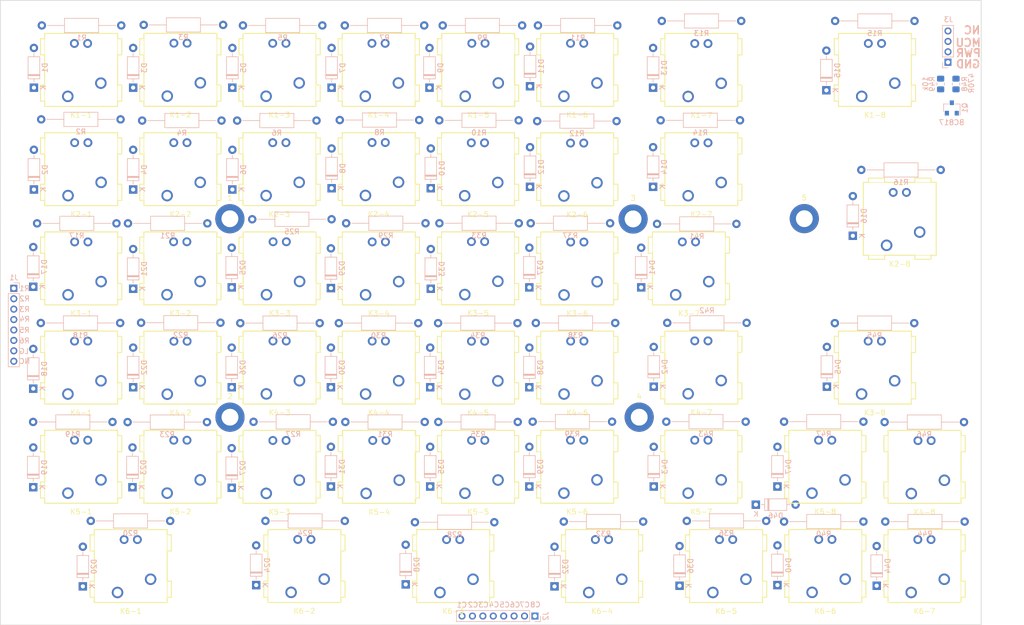
<source format=kicad_pcb>
(kicad_pcb (version 20171130) (host pcbnew 5.1.5+dfsg1-2build2)
  (layers (0 F.Cu signal) (31 B.Cu signal) (34 B.Paste user) (35 F.Paste user) (36 B.SilkS user) (37 F.SilkS user) (38 B.Mask user) (39 F.Mask user) (44 Edge.Cuts user))
  (net 0 "")
  (net 1 "Net-(K1-1-Pad3)")
  (net 2 "Net-(K1-2-Pad3)")
  (net 3 "Net-(K1-3-Pad3)")
  (net 4 "Net-(K1-4-Pad3)")
  (net 5 "Net-(K1-5-Pad3)")
  (net 6 "Net-(K1-6-Pad3)")
  (net 7 "Net-(K1-7-Pad3)")
  (net 8 "Net-(K1-8-Pad3)")
  (net 9 "Net-(K2-1-Pad3)")
  (net 10 "Net-(K2-2-Pad3)")
  (net 11 "Net-(K2-3-Pad3)")
  (net 12 "Net-(K2-4-Pad3)")
  (net 13 "Net-(K2-5-Pad3)")
  (net 14 "Net-(K2-7-Pad3)")
  (net 15 "Net-(K2-8-Pad3)")
  (net 16 "Net-(K2-6-Pad3)")
  (net 17 "Net-(D1-Pad2)")
  (net 18 ROW1)
  (net 19 "Net-(D2-Pad2)")
  (net 20 ROW2)
  (net 21 "Net-(D3-Pad2)")
  (net 22 "Net-(D4-Pad2)")
  (net 23 "Net-(D5-Pad2)")
  (net 24 "Net-(D6-Pad2)")
  (net 25 "Net-(D7-Pad2)")
  (net 26 "Net-(D8-Pad2)")
  (net 27 "Net-(D9-Pad2)")
  (net 28 "Net-(D10-Pad2)")
  (net 29 "Net-(D11-Pad2)")
  (net 30 "Net-(D12-Pad2)")
  (net 31 "Net-(D13-Pad2)")
  (net 32 "Net-(D14-Pad2)")
  (net 33 "Net-(D15-Pad2)")
  (net 34 "Net-(D16-Pad2)")
  (net 35 LED1-GND)
  (net 36 LED1-PWR)
  (net 37 "Net-(D17-Pad2)")
  (net 38 ROW3)
  (net 39 "Net-(D18-Pad2)")
  (net 40 ROW4)
  (net 41 "Net-(D19-Pad2)")
  (net 42 ROW5)
  (net 43 "Net-(D20-Pad2)")
  (net 44 ROW6)
  (net 45 "Net-(D21-Pad2)")
  (net 46 "Net-(D22-Pad2)")
  (net 47 "Net-(D23-Pad2)")
  (net 48 "Net-(D24-Pad2)")
  (net 49 "Net-(D25-Pad2)")
  (net 50 "Net-(D26-Pad2)")
  (net 51 "Net-(D27-Pad2)")
  (net 52 "Net-(D28-Pad2)")
  (net 53 "Net-(D29-Pad2)")
  (net 54 "Net-(D30-Pad2)")
  (net 55 "Net-(D31-Pad2)")
  (net 56 "Net-(D32-Pad2)")
  (net 57 "Net-(D33-Pad2)")
  (net 58 "Net-(D34-Pad2)")
  (net 59 "Net-(D35-Pad2)")
  (net 60 "Net-(D36-Pad2)")
  (net 61 "Net-(D37-Pad2)")
  (net 62 "Net-(D38-Pad2)")
  (net 63 "Net-(D39-Pad2)")
  (net 64 "Net-(D40-Pad2)")
  (net 65 "Net-(D41-Pad2)")
  (net 66 "Net-(D42-Pad2)")
  (net 67 "Net-(D43-Pad2)")
  (net 68 "Net-(D44-Pad2)")
  (net 69 "Net-(D45-Pad2)")
  (net 70 "Net-(D46-Pad2)")
  (net 71 "Net-(D47-Pad2)")
  (net 72 "Net-(K3-1-Pad3)")
  (net 73 "Net-(K3-2-Pad3)")
  (net 74 "Net-(K3-3-Pad3)")
  (net 75 "Net-(K3-4-Pad3)")
  (net 76 "Net-(K3-5-Pad3)")
  (net 77 "Net-(K3-6-Pad3)")
  (net 78 "Net-(K3-7-Pad3)")
  (net 79 "Net-(K3-8-Pad3)")
  (net 80 "Net-(K4-1-Pad3)")
  (net 81 "Net-(K4-2-Pad3)")
  (net 82 "Net-(K4-3-Pad3)")
  (net 83 "Net-(K4-4-Pad3)")
  (net 84 "Net-(K4-5-Pad3)")
  (net 85 "Net-(K4-6-Pad3)")
  (net 86 "Net-(K4-7-Pad3)")
  (net 87 "Net-(K4-8-Pad3)")
  (net 88 "Net-(K5-1-Pad3)")
  (net 89 "Net-(K5-2-Pad3)")
  (net 90 "Net-(K5-3-Pad3)")
  (net 91 "Net-(K5-4-Pad3)")
  (net 92 "Net-(K5-5-Pad3)")
  (net 93 "Net-(K5-6-Pad3)")
  (net 94 "Net-(K5-7-Pad3)")
  (net 95 "Net-(K5-8-Pad3)")
  (net 96 "Net-(K6-1-Pad3)")
  (net 97 "Net-(K6-2-Pad3)")
  (net 98 "Net-(K6-3-Pad3)")
  (net 99 "Net-(K6-4-Pad3)")
  (net 100 "Net-(K6-5-Pad3)")
  (net 101 "Net-(K6-6-Pad3)")
  (net 102 "Net-(K6-7-Pad3)")
  (net 103 COL1)
  (net 104 COL2)
  (net 105 COL3)
  (net 106 COL4)
  (net 107 COL5)
  (net 108 COL6)
  (net 109 COL7)
  (net 110 COL8)
  (net 111 GND)
  (net 112 "Net-(Q1-Pad1)")
  (net 113 MCU)
  (module Connector_PinHeader_2.00mm:PinHeader_1x04_P2.00mm_Vertical (layer B.Cu) (at 225.7806 57.8612)
    (fp_text reference J3 (at 0.1016 -8.2042) (layer B.SilkS) (effects (justify mirror)))
    (fp_text value Conn_01x04_MountingPin)
    (pad 4 thru_hole oval (at 0 -6) (size 1.35 1.35) (drill 0.8) (layers *.Cu *.Mask))
    (pad 3 thru_hole oval (at 0 -4) (size 1.35 1.35) (drill 0.8) (layers *.Cu *.Mask) (net 113 MCU))
    (pad 2 thru_hole oval (at 0 -2) (size 1.35 1.35) (drill 0.8) (layers *.Cu *.Mask) (net 36 LED1-PWR))
    (pad 1 thru_hole rect (at 0 0) (size 1.35 1.35) (drill 0.8) (layers *.Cu *.Mask) (net 111 GND))
  )
  (module Resistor_SMD:R_0805_2012Metric_Pad1.15x1.40mm_HandSolder (layer B.Cu) (at 224.3712 62.0414 270)
    (fp_text reference R49 (at 0 1.65 270) (layer B.SilkS) (effects (justify mirror)))
    (fp_text value 10k)
    (pad 2 smd roundrect (at 1.025 0 270) (size 1.15 1.4) (layers B.Cu B.Paste B.Mask) (roundrect_rratio 0.217391) (net 112 "Net-(Q1-Pad1)"))
    (pad 1 smd roundrect (at -1.025 0 270) (size 1.15 1.4) (layers B.Cu B.Paste B.Mask) (roundrect_rratio 0.217391) (net 111 GND))
  )
  (module Resistor_SMD:R_0805_2012Metric_Pad1.15x1.40mm_HandSolder (layer B.Cu) (at 227.3212 62.0414 90)
    (fp_text reference R48 (at 0 1.65 270) (layer B.SilkS) (effects (justify mirror)))
    (fp_text value 470R)
    (pad 2 smd roundrect (at 1.025 0 90) (size 1.15 1.4) (layers B.Cu B.Paste B.Mask) (roundrect_rratio 0.217391) (net 113 MCU))
    (pad 1 smd roundrect (at -1.025 0 90) (size 1.15 1.4) (layers B.Cu B.Paste B.Mask) (roundrect_rratio 0.217391) (net 112 "Net-(Q1-Pad1)"))
  )
  (module Package_TO_SOT_SMD:SOT-23 (layer B.Cu) (at 226.5212 66.6414 90)
    (fp_text reference Q1 (at 0 2.5 -90) (layer B.SilkS) (effects (justify mirror)))
    (fp_text value BC817)
    (pad 3 smd rect (at 1 0 90) (size 0.9 0.8) (layers B.Cu B.Paste B.Mask) (net 35 LED1-GND))
    (pad 2 smd rect (at -1 -0.95 90) (size 0.9 0.8) (layers B.Cu B.Paste B.Mask) (net 111 GND))
    (pad 1 smd rect (at -1 0.95 90) (size 0.9 0.8) (layers B.Cu B.Paste B.Mask) (net 112 "Net-(Q1-Pad1)"))
  )
  (module Connector_PinHeader_2.00mm:PinHeader_1x08_P2.00mm_Vertical (layer B.Cu) (at 146.4818 164.1856 90)
    (fp_text reference J2 (at 0 2.06 -90) (layer B.SilkS) (effects (justify mirror)))
    (fp_text value Conn_01x08_MountingPin)
    (pad 8 thru_hole oval (at 0 -14 90) (size 1.35 1.35) (drill 0.8) (layers *.Cu *.Mask) (net 103 COL1))
    (pad 7 thru_hole oval (at 0 -12 90) (size 1.35 1.35) (drill 0.8) (layers *.Cu *.Mask) (net 104 COL2))
    (pad 6 thru_hole oval (at 0 -10 90) (size 1.35 1.35) (drill 0.8) (layers *.Cu *.Mask) (net 105 COL3))
    (pad 5 thru_hole oval (at 0 -8 90) (size 1.35 1.35) (drill 0.8) (layers *.Cu *.Mask) (net 106 COL4))
    (pad 4 thru_hole oval (at 0 -6 90) (size 1.35 1.35) (drill 0.8) (layers *.Cu *.Mask) (net 107 COL5))
    (pad 3 thru_hole oval (at 0 -4 90) (size 1.35 1.35) (drill 0.8) (layers *.Cu *.Mask) (net 108 COL6))
    (pad 2 thru_hole oval (at 0 -2 90) (size 1.35 1.35) (drill 0.8) (layers *.Cu *.Mask) (net 109 COL7))
    (pad 1 thru_hole rect (at 0 0 90) (size 1.35 1.35) (drill 0.8) (layers *.Cu *.Mask) (net 110 COL8))
  )
  (module Connector_PinHeader_2.00mm:PinHeader_1x08_P2.00mm_Vertical (layer B.Cu) (at 46.4312 101.2698 180)
    (fp_text reference J1 (at 0 2.06) (layer B.SilkS) (effects (justify mirror)))
    (fp_text value Conn_01x08_MountingPin)
    (pad 8 thru_hole oval (at 0 -14 180) (size 1.35 1.35) (drill 0.8) (layers *.Cu *.Mask))
    (pad 7 thru_hole oval (at 0 -12 180) (size 1.35 1.35) (drill 0.8) (layers *.Cu *.Mask))
    (pad 6 thru_hole oval (at 0 -10 180) (size 1.35 1.35) (drill 0.8) (layers *.Cu *.Mask) (net 44 ROW6))
    (pad 5 thru_hole oval (at 0 -8 180) (size 1.35 1.35) (drill 0.8) (layers *.Cu *.Mask) (net 42 ROW5))
    (pad 4 thru_hole oval (at 0 -6 180) (size 1.35 1.35) (drill 0.8) (layers *.Cu *.Mask) (net 40 ROW4))
    (pad 3 thru_hole oval (at 0 -4 180) (size 1.35 1.35) (drill 0.8) (layers *.Cu *.Mask) (net 38 ROW3))
    (pad 2 thru_hole oval (at 0 -2 180) (size 1.35 1.35) (drill 0.8) (layers *.Cu *.Mask) (net 20 ROW2))
    (pad 1 thru_hole rect (at 0 0 180) (size 1.35 1.35) (drill 0.8) (layers *.Cu *.Mask) (net 18 ROW1))
  )
  (module MountingHole:MountingHole_3.2mm_M3_DIN965_Pad (layer F.Cu) (at 198.1962 87.884)
    (fp_text reference 5 (at 0 -4) (layer F.SilkS))
    (fp_text value MountingHole_3.2mm_M3_DIN965_Pad)
    (pad 5 thru_hole circle (at 0 0) (size 5.6 5.6) (drill 3.2) (layers *.Mask F.Cu))
  )
  (module MountingHole:MountingHole_3.2mm_M3_DIN965_Pad (layer F.Cu) (at 166.497 126.0094)
    (fp_text reference 4 (at 0 -4) (layer F.SilkS))
    (fp_text value MountingHole_3.2mm_M3_DIN965_Pad)
    (pad 4 thru_hole circle (at 0 0) (size 5.6 5.6) (drill 3.2) (layers *.Cu *.Mask))
  )
  (module MountingHole:MountingHole_3.2mm_M3_DIN965_Pad (layer F.Cu) (at 87.9348 126.0094)
    (fp_text reference 2 (at 0 -4) (layer F.SilkS))
    (fp_text value MountingHole_3.2mm_M3_DIN965_Pad)
    (pad 2 thru_hole circle (at 0 0) (size 5.6 5.6) (drill 3.2) (layers *.Cu *.Mask))
  )
  (module MountingHole:MountingHole_3.2mm_M3_DIN965_Pad (layer F.Cu) (at 87.9094 87.9094)
    (fp_text reference 1 (at 0 -4) (layer F.SilkS))
    (fp_text value MountingHole_3.2mm_M3_DIN965_Pad)
    (pad 1 thru_hole circle (at 0 0) (size 5.6 5.6) (drill 3.2) (layers *.Cu *.Mask))
  )
  (module MountingHole:MountingHole_3.2mm_M3_DIN965_Pad (layer F.Cu) (at 165.3286 87.9602)
    (fp_text reference 3 (at 0 -4) (layer F.SilkS))
    (fp_text value MountingHole_3.2mm_M3_DIN965_Pad)
    (pad 3 thru_hole circle (at 0 0) (size 5.6 5.6) (drill 3.2) (layers *.Cu *.Mask))
  )
  (module MXfoot:CherryMX_1.25u_PCB_LED (layer F.Cu) (at 176.0474 97.4344 180)
    (fp_text reference K3-7 (at 0 -8.6625) (layer F.SilkS))
    (fp_text value CherryMX_LED)
    (pad 4 thru_hole circle (at 1.27 5.08 180) (size 1.6906 1.6906) (drill 0.9906) (layers *.Cu *.Mask) (net 36 LED1-PWR))
    (pad 3 thru_hole circle (at -1.27 5.08 180) (size 1.6906 1.6906) (drill 0.9906) (layers *.Cu *.Mask) (net 78 "Net-(K3-7-Pad3)"))
    (pad 2 thru_hole circle (at 2.54 -5.08 180) (size 2.2 2.2) (drill 1.5) (layers *.Cu *.Mask) (net 65 "Net-(D41-Pad2)"))
    (pad 1 thru_hole circle (at -3.81 -2.54 180) (size 2.2 2.2) (drill 1.5) (layers *.Cu *.Mask) (net 109 COL7))
    (pad "" np_thru_hole circle (at 5.08 0 180) (size 1.75 1.75) (drill 1.75) (layers *.Cu *.Mask))
    (pad "" np_thru_hole circle (at -5.08 0 180) (size 1.75 1.75) (drill 1.75) (layers *.Cu *.Mask))
    (pad "" np_thru_hole circle (at 0 0 180) (size 4 4) (drill 4) (layers *.Cu *.Mask))
  )
  (module MXfoot:CherryMX_1.00u_PCB_LED (layer F.Cu) (at 221.2594 154.5844 180)
    (fp_text reference K6-7 (at 0 -8.6625) (layer F.SilkS))
    (fp_text value CherryMX_LED)
    (pad 4 thru_hole circle (at 1.27 5.08 180) (size 1.6906 1.6906) (drill 0.9906) (layers *.Cu *.Mask) (net 36 LED1-PWR))
    (pad 3 thru_hole circle (at -1.27 5.08 180) (size 1.6906 1.6906) (drill 0.9906) (layers *.Cu *.Mask) (net 102 "Net-(K6-7-Pad3)"))
    (pad 2 thru_hole circle (at 2.54 -5.08 180) (size 2.2 2.2) (drill 1.5) (layers *.Cu *.Mask) (net 68 "Net-(D44-Pad2)"))
    (pad 1 thru_hole circle (at -3.81 -2.54 180) (size 2.2 2.2) (drill 1.5) (layers *.Cu *.Mask) (net 109 COL7))
    (pad "" np_thru_hole circle (at 5.08 0 180) (size 1.75 1.75) (drill 1.75) (layers *.Cu *.Mask))
    (pad "" np_thru_hole circle (at -5.08 0 180) (size 1.75 1.75) (drill 1.75) (layers *.Cu *.Mask))
    (pad "" np_thru_hole circle (at 0 0 180) (size 4 4) (drill 4) (layers *.Cu *.Mask))
  )
  (module MXfoot:CherryMX_1.50u_PCB_LED (layer F.Cu) (at 159.3596 154.5844 180)
    (fp_text reference K6-4 (at 0 -8.6625) (layer F.SilkS))
    (fp_text value CherryMX_LED)
    (pad 4 thru_hole circle (at 1.27 5.08 180) (size 1.6906 1.6906) (drill 0.9906) (layers *.Cu *.Mask) (net 36 LED1-PWR))
    (pad 3 thru_hole circle (at -1.27 5.08 180) (size 1.6906 1.6906) (drill 0.9906) (layers *.Cu *.Mask) (net 99 "Net-(K6-4-Pad3)"))
    (pad 2 thru_hole circle (at 2.54 -5.08 180) (size 2.2 2.2) (drill 1.5) (layers *.Cu *.Mask) (net 56 "Net-(D32-Pad2)"))
    (pad 1 thru_hole circle (at -3.81 -2.54 180) (size 2.2 2.2) (drill 1.5) (layers *.Cu *.Mask) (net 106 COL4))
    (pad "" np_thru_hole circle (at 5.08 0 180) (size 1.75 1.75) (drill 1.75) (layers *.Cu *.Mask))
    (pad "" np_thru_hole circle (at -5.08 0 180) (size 1.75 1.75) (drill 1.75) (layers *.Cu *.Mask))
    (pad "" np_thru_hole circle (at 0 0 180) (size 4 4) (drill 4) (layers *.Cu *.Mask))
  )
  (module MXfoot:CherryMX_1.50u_PCB_LED (layer F.Cu) (at 130.7846 154.5844 180)
    (fp_text reference K6-3 (at 0 -8.6625) (layer F.SilkS))
    (fp_text value CherryMX_LED)
    (pad 4 thru_hole circle (at 1.27 5.08 180) (size 1.6906 1.6906) (drill 0.9906) (layers *.Cu *.Mask) (net 36 LED1-PWR))
    (pad 3 thru_hole circle (at -1.27 5.08 180) (size 1.6906 1.6906) (drill 0.9906) (layers *.Cu *.Mask) (net 98 "Net-(K6-3-Pad3)"))
    (pad 2 thru_hole circle (at 2.54 -5.08 180) (size 2.2 2.2) (drill 1.5) (layers *.Cu *.Mask) (net 52 "Net-(D28-Pad2)"))
    (pad 1 thru_hole circle (at -3.81 -2.54 180) (size 2.2 2.2) (drill 1.5) (layers *.Cu *.Mask) (net 105 COL3))
    (pad "" np_thru_hole circle (at 5.08 0 180) (size 1.75 1.75) (drill 1.75) (layers *.Cu *.Mask))
    (pad "" np_thru_hole circle (at -5.08 0 180) (size 1.75 1.75) (drill 1.75) (layers *.Cu *.Mask))
    (pad "" np_thru_hole circle (at 0 0 180) (size 4 4) (drill 4) (layers *.Cu *.Mask))
  )
  (module MXfoot:CherryMX_1.50u_PCB_LED (layer F.Cu) (at 102.2096 154.559 180)
    (fp_text reference K6-2 (at 0 -8.6625) (layer F.SilkS))
    (fp_text value CherryMX_LED)
    (pad 4 thru_hole circle (at 1.27 5.08 180) (size 1.6906 1.6906) (drill 0.9906) (layers *.Cu *.Mask) (net 36 LED1-PWR))
    (pad 3 thru_hole circle (at -1.27 5.08 180) (size 1.6906 1.6906) (drill 0.9906) (layers *.Cu *.Mask) (net 97 "Net-(K6-2-Pad3)"))
    (pad 2 thru_hole circle (at 2.54 -5.08 180) (size 2.2 2.2) (drill 1.5) (layers *.Cu *.Mask) (net 48 "Net-(D24-Pad2)"))
    (pad 1 thru_hole circle (at -3.81 -2.54 180) (size 2.2 2.2) (drill 1.5) (layers *.Cu *.Mask) (net 104 COL2))
    (pad "" np_thru_hole circle (at 5.08 0 180) (size 1.75 1.75) (drill 1.75) (layers *.Cu *.Mask))
    (pad "" np_thru_hole circle (at -5.08 0 180) (size 1.75 1.75) (drill 1.75) (layers *.Cu *.Mask))
    (pad "" np_thru_hole circle (at 0 0 180) (size 4 4) (drill 4) (layers *.Cu *.Mask))
  )
  (module MXfoot:CherryMX_2.00u_PCB_LED (layer F.Cu) (at 68.8848 154.5844 180)
    (fp_text reference K6-1 (at 0 -8.6625) (layer F.SilkS))
    (fp_text value CherryMX_LED)
    (pad 4 thru_hole circle (at 1.27 5.08 180) (size 1.6906 1.6906) (drill 0.9906) (layers *.Cu *.Mask) (net 36 LED1-PWR))
    (pad 3 thru_hole circle (at -1.27 5.08 180) (size 1.6906 1.6906) (drill 0.9906) (layers *.Cu *.Mask) (net 96 "Net-(K6-1-Pad3)"))
    (pad 2 thru_hole circle (at 2.54 -5.08 180) (size 2.2 2.2) (drill 1.5) (layers *.Cu *.Mask) (net 43 "Net-(D20-Pad2)"))
    (pad 1 thru_hole circle (at -3.81 -2.54 180) (size 2.2 2.2) (drill 1.5) (layers *.Cu *.Mask) (net 103 COL1))
    (pad "" np_thru_hole circle (at 5.08 0 180) (size 1.75 1.75) (drill 1.75) (layers *.Cu *.Mask))
    (pad "" np_thru_hole circle (at -5.08 0 180) (size 1.75 1.75) (drill 1.75) (layers *.Cu *.Mask))
    (pad "" np_thru_hole circle (at 0 0 180) (size 4 4) (drill 4) (layers *.Cu *.Mask))
  )
  (module MXfoot:CherryMX_1.00u_PCB_LED (layer F.Cu) (at 202.2094 135.509 180)
    (fp_text reference K5-8 (at 0 -8.6625) (layer F.SilkS))
    (fp_text value CherryMX_LED)
    (pad 4 thru_hole circle (at 1.27 5.08 180) (size 1.6906 1.6906) (drill 0.9906) (layers *.Cu *.Mask) (net 36 LED1-PWR))
    (pad 3 thru_hole circle (at -1.27 5.08 180) (size 1.6906 1.6906) (drill 0.9906) (layers *.Cu *.Mask) (net 95 "Net-(K5-8-Pad3)"))
    (pad 2 thru_hole circle (at 2.54 -5.08 180) (size 2.2 2.2) (drill 1.5) (layers *.Cu *.Mask) (net 71 "Net-(D47-Pad2)"))
    (pad 1 thru_hole circle (at -3.81 -2.54 180) (size 2.2 2.2) (drill 1.5) (layers *.Cu *.Mask) (net 110 COL8))
    (pad "" np_thru_hole circle (at 5.08 0 180) (size 1.75 1.75) (drill 1.75) (layers *.Cu *.Mask))
    (pad "" np_thru_hole circle (at -5.08 0 180) (size 1.75 1.75) (drill 1.75) (layers *.Cu *.Mask))
    (pad "" np_thru_hole circle (at 0 0 180) (size 4 4) (drill 4) (layers *.Cu *.Mask))
  )
  (module MXfoot:CherryMX_2.00u_PCB_LED (layer F.Cu) (at 221.2848 135.5852 180)
    (fp_text reference K4-8 (at 0 -8.6625) (layer F.SilkS))
    (fp_text value CherryMX_LED)
    (pad 4 thru_hole circle (at 1.27 5.08 180) (size 1.6906 1.6906) (drill 0.9906) (layers *.Cu *.Mask) (net 36 LED1-PWR))
    (pad 3 thru_hole circle (at -1.27 5.08 180) (size 1.6906 1.6906) (drill 0.9906) (layers *.Cu *.Mask) (net 87 "Net-(K4-8-Pad3)"))
    (pad 2 thru_hole circle (at 2.54 -5.08 180) (size 2.2 2.2) (drill 1.5) (layers *.Cu *.Mask) (net 70 "Net-(D46-Pad2)"))
    (pad 1 thru_hole circle (at -3.81 -2.54 180) (size 2.2 2.2) (drill 1.5) (layers *.Cu *.Mask) (net 110 COL8))
    (pad "" np_thru_hole circle (at 5.08 0 180) (size 1.75 1.75) (drill 1.75) (layers *.Cu *.Mask))
    (pad "" np_thru_hole circle (at -5.08 0 180) (size 1.75 1.75) (drill 1.75) (layers *.Cu *.Mask))
    (pad "" np_thru_hole circle (at 0 0 180) (size 4 4) (drill 4) (layers *.Cu *.Mask))
  )
  (module MXfoot:CherryMX_1.00u_PCB_LED (layer F.Cu) (at 211.7344 116.4844 180)
    (fp_text reference K3-8 (at 0 -8.6625) (layer F.SilkS))
    (fp_text value CherryMX_LED)
    (pad 4 thru_hole circle (at 1.27 5.08 180) (size 1.6906 1.6906) (drill 0.9906) (layers *.Cu *.Mask) (net 36 LED1-PWR))
    (pad 3 thru_hole circle (at -1.27 5.08 180) (size 1.6906 1.6906) (drill 0.9906) (layers *.Cu *.Mask) (net 79 "Net-(K3-8-Pad3)"))
    (pad 2 thru_hole circle (at 2.54 -5.08 180) (size 2.2 2.2) (drill 1.5) (layers *.Cu *.Mask) (net 69 "Net-(D45-Pad2)"))
    (pad 1 thru_hole circle (at -3.81 -2.54 180) (size 2.2 2.2) (drill 1.5) (layers *.Cu *.Mask) (net 110 COL8))
    (pad "" np_thru_hole circle (at 5.08 0 180) (size 1.75 1.75) (drill 1.75) (layers *.Cu *.Mask))
    (pad "" np_thru_hole circle (at -5.08 0 180) (size 1.75 1.75) (drill 1.75) (layers *.Cu *.Mask))
    (pad "" np_thru_hole circle (at 0 0 180) (size 4 4) (drill 4) (layers *.Cu *.Mask))
  )
  (module Resistor_THT:R_Axial_DIN0207_L6.3mm_D2.5mm_P15.24mm_Horizontal (layer B.Cu) (at 204.0636 107.95)
    (fp_text reference R45 (at 7.62 2.37) (layer B.SilkS) (effects (justify mirror)))
    (fp_text value R)
    (pad 2 thru_hole oval (at 15.24 0) (size 1.6 1.6) (drill 0.8) (layers *.Cu *.Mask) (net 79 "Net-(K3-8-Pad3)"))
    (pad 1 thru_hole circle (at 0 0) (size 1.6 1.6) (drill 0.8) (layers *.Cu *.Mask) (net 35 LED1-GND))
  )
  (module Diode_THT:D_DO-35_SOD27_P7.62mm_Horizontal (layer B.Cu) (at 202.5396 120.142 90)
    (fp_text reference D45 (at 3.81 2.12 90) (layer B.SilkS) (effects (justify mirror)))
    (fp_text value 1N4148)
    (fp_text user K (at 0 1.8 90) (layer B.SilkS) (effects (justify mirror)))
    (pad 2 thru_hole oval (at 7.62 0 90) (size 1.6 1.6) (drill 0.8) (layers *.Cu *.Mask) (net 69 "Net-(D45-Pad2)"))
    (pad 1 thru_hole rect (at 0 0 90) (size 1.6 1.6) (drill 0.8) (layers *.Cu *.Mask) (net 38 ROW3))
  )
  (module Resistor_THT:R_Axial_DIN0207_L6.3mm_D2.5mm_P15.24mm_Horizontal (layer B.Cu) (at 194.31 126.873)
    (fp_text reference R47 (at 7.62 2.37) (layer B.SilkS) (effects (justify mirror)))
    (fp_text value R)
    (pad 2 thru_hole oval (at 15.24 0) (size 1.6 1.6) (drill 0.8) (layers *.Cu *.Mask) (net 95 "Net-(K5-8-Pad3)"))
    (pad 1 thru_hole circle (at 0 0) (size 1.6 1.6) (drill 0.8) (layers *.Cu *.Mask) (net 35 LED1-GND))
  )
  (module Resistor_THT:R_Axial_DIN0207_L6.3mm_D2.5mm_P15.24mm_Horizontal (layer B.Cu) (at 213.614 126.9492)
    (fp_text reference R46 (at 7.62 2.37) (layer B.SilkS) (effects (justify mirror)))
    (fp_text value R)
    (pad 2 thru_hole oval (at 15.24 0) (size 1.6 1.6) (drill 0.8) (layers *.Cu *.Mask) (net 87 "Net-(K4-8-Pad3)"))
    (pad 1 thru_hole circle (at 0 0) (size 1.6 1.6) (drill 0.8) (layers *.Cu *.Mask) (net 35 LED1-GND))
  )
  (module Resistor_THT:R_Axial_DIN0207_L6.3mm_D2.5mm_P15.24mm_Horizontal (layer B.Cu) (at 213.741 146.05)
    (fp_text reference R44 (at 7.62 2.37) (layer B.SilkS) (effects (justify mirror)))
    (fp_text value R)
    (pad 2 thru_hole oval (at 15.24 0) (size 1.6 1.6) (drill 0.8) (layers *.Cu *.Mask) (net 102 "Net-(K6-7-Pad3)"))
    (pad 1 thru_hole circle (at 0 0) (size 1.6 1.6) (drill 0.8) (layers *.Cu *.Mask) (net 35 LED1-GND))
  )
  (module Resistor_THT:R_Axial_DIN0207_L6.3mm_D2.5mm_P15.24mm_Horizontal (layer B.Cu) (at 171.704 126.873)
    (fp_text reference R43 (at 7.62 2.37) (layer B.SilkS) (effects (justify mirror)))
    (fp_text value R)
    (pad 2 thru_hole oval (at 15.24 0) (size 1.6 1.6) (drill 0.8) (layers *.Cu *.Mask) (net 94 "Net-(K5-7-Pad3)"))
    (pad 1 thru_hole circle (at 0 0) (size 1.6 1.6) (drill 0.8) (layers *.Cu *.Mask) (net 35 LED1-GND))
  )
  (module Resistor_THT:R_Axial_DIN0207_L6.3mm_D2.5mm_P15.24mm_Horizontal (layer B.Cu) (at 187.1218 107.8992 180)
    (fp_text reference R42 (at 7.62 2.37) (layer B.SilkS) (effects (justify mirror)))
    (fp_text value R)
    (pad 2 thru_hole oval (at 15.24 0 180) (size 1.6 1.6) (drill 0.8) (layers *.Cu *.Mask) (net 86 "Net-(K4-7-Pad3)"))
    (pad 1 thru_hole circle (at 0 0 180) (size 1.6 1.6) (drill 0.8) (layers *.Cu *.Mask) (net 35 LED1-GND))
  )
  (module Resistor_THT:R_Axial_DIN0207_L6.3mm_D2.5mm_P15.24mm_Horizontal (layer B.Cu) (at 169.926 88.9)
    (fp_text reference R41 (at 7.62 2.37) (layer B.SilkS) (effects (justify mirror)))
    (fp_text value R)
    (pad 2 thru_hole oval (at 15.24 0) (size 1.6 1.6) (drill 0.8) (layers *.Cu *.Mask) (net 78 "Net-(K3-7-Pad3)"))
    (pad 1 thru_hole circle (at 0 0) (size 1.6 1.6) (drill 0.8) (layers *.Cu *.Mask) (net 35 LED1-GND))
  )
  (module Resistor_THT:R_Axial_DIN0207_L6.3mm_D2.5mm_P15.24mm_Horizontal (layer B.Cu) (at 194.31 146.05)
    (fp_text reference R40 (at 7.62 2.37) (layer B.SilkS) (effects (justify mirror)))
    (fp_text value R)
    (pad 2 thru_hole oval (at 15.24 0) (size 1.6 1.6) (drill 0.8) (layers *.Cu *.Mask) (net 101 "Net-(K6-6-Pad3)"))
    (pad 1 thru_hole circle (at 0 0) (size 1.6 1.6) (drill 0.8) (layers *.Cu *.Mask) (net 35 LED1-GND))
  )
  (module Resistor_THT:R_Axial_DIN0207_L6.3mm_D2.5mm_P15.24mm_Horizontal (layer B.Cu) (at 146.05 126.873)
    (fp_text reference R39 (at 7.62 2.37) (layer B.SilkS) (effects (justify mirror)))
    (fp_text value R)
    (pad 2 thru_hole oval (at 15.24 0) (size 1.6 1.6) (drill 0.8) (layers *.Cu *.Mask) (net 93 "Net-(K5-6-Pad3)"))
    (pad 1 thru_hole circle (at 0 0) (size 1.6 1.6) (drill 0.8) (layers *.Cu *.Mask) (net 35 LED1-GND))
  )
  (module Resistor_THT:R_Axial_DIN0207_L6.3mm_D2.5mm_P15.24mm_Horizontal (layer B.Cu) (at 146.6596 107.9246)
    (fp_text reference R38 (at 7.62 2.37) (layer B.SilkS) (effects (justify mirror)))
    (fp_text value R)
    (pad 2 thru_hole oval (at 15.24 0) (size 1.6 1.6) (drill 0.8) (layers *.Cu *.Mask) (net 85 "Net-(K4-6-Pad3)"))
    (pad 1 thru_hole circle (at 0 0) (size 1.6 1.6) (drill 0.8) (layers *.Cu *.Mask) (net 35 LED1-GND))
  )
  (module Resistor_THT:R_Axial_DIN0207_L6.3mm_D2.5mm_P15.24mm_Horizontal (layer B.Cu) (at 145.669 88.773)
    (fp_text reference R37 (at 7.62 2.37) (layer B.SilkS) (effects (justify mirror)))
    (fp_text value R)
    (pad 2 thru_hole oval (at 15.24 0) (size 1.6 1.6) (drill 0.8) (layers *.Cu *.Mask) (net 77 "Net-(K3-6-Pad3)"))
    (pad 1 thru_hole circle (at 0 0) (size 1.6 1.6) (drill 0.8) (layers *.Cu *.Mask) (net 35 LED1-GND))
  )
  (module Resistor_THT:R_Axial_DIN0207_L6.3mm_D2.5mm_P15.24mm_Horizontal (layer B.Cu) (at 175.641 145.923)
    (fp_text reference R36 (at 7.62 2.37) (layer B.SilkS) (effects (justify mirror)))
    (fp_text value R)
    (pad 2 thru_hole oval (at 15.24 0) (size 1.6 1.6) (drill 0.8) (layers *.Cu *.Mask) (net 100 "Net-(K6-5-Pad3)"))
    (pad 1 thru_hole circle (at 0 0) (size 1.6 1.6) (drill 0.8) (layers *.Cu *.Mask) (net 35 LED1-GND))
  )
  (module Resistor_THT:R_Axial_DIN0207_L6.3mm_D2.5mm_P15.24mm_Horizontal (layer B.Cu) (at 127.9398 126.9238)
    (fp_text reference R35 (at 7.62 2.37) (layer B.SilkS) (effects (justify mirror)))
    (fp_text value R)
    (pad 2 thru_hole oval (at 15.24 0) (size 1.6 1.6) (drill 0.8) (layers *.Cu *.Mask) (net 92 "Net-(K5-5-Pad3)"))
    (pad 1 thru_hole circle (at 0 0) (size 1.6 1.6) (drill 0.8) (layers *.Cu *.Mask) (net 35 LED1-GND))
  )
  (module Resistor_THT:R_Axial_DIN0207_L6.3mm_D2.5mm_P15.24mm_Horizontal (layer B.Cu) (at 127.889 107.95)
    (fp_text reference R34 (at 7.62 2.37) (layer B.SilkS) (effects (justify mirror)))
    (fp_text value R)
    (pad 2 thru_hole oval (at 15.24 0) (size 1.6 1.6) (drill 0.8) (layers *.Cu *.Mask) (net 84 "Net-(K4-5-Pad3)"))
    (pad 1 thru_hole circle (at 0 0) (size 1.6 1.6) (drill 0.8) (layers *.Cu *.Mask) (net 35 LED1-GND))
  )
  (module Resistor_THT:R_Axial_DIN0207_L6.3mm_D2.5mm_P15.24mm_Horizontal (layer B.Cu) (at 128.143 88.773)
    (fp_text reference R33 (at 7.62 2.37) (layer B.SilkS) (effects (justify mirror)))
    (fp_text value R)
    (pad 2 thru_hole oval (at 15.24 0) (size 1.6 1.6) (drill 0.8) (layers *.Cu *.Mask) (net 76 "Net-(K3-5-Pad3)"))
    (pad 1 thru_hole circle (at 0 0) (size 1.6 1.6) (drill 0.8) (layers *.Cu *.Mask) (net 35 LED1-GND))
  )
  (module Resistor_THT:R_Axial_DIN0207_L6.3mm_D2.5mm_P15.24mm_Horizontal (layer B.Cu) (at 152.019 146.05)
    (fp_text reference R32 (at 7.62 2.37) (layer B.SilkS) (effects (justify mirror)))
    (fp_text value R)
    (pad 2 thru_hole oval (at 15.24 0) (size 1.6 1.6) (drill 0.8) (layers *.Cu *.Mask) (net 99 "Net-(K6-4-Pad3)"))
    (pad 1 thru_hole circle (at 0 0) (size 1.6 1.6) (drill 0.8) (layers *.Cu *.Mask) (net 35 LED1-GND))
  )
  (module Resistor_THT:R_Axial_DIN0207_L6.3mm_D2.5mm_P15.24mm_Horizontal (layer B.Cu) (at 110.0836 126.9238)
    (fp_text reference R31 (at 7.62 2.37) (layer B.SilkS) (effects (justify mirror)))
    (fp_text value R)
    (pad 2 thru_hole oval (at 15.24 0) (size 1.6 1.6) (drill 0.8) (layers *.Cu *.Mask) (net 91 "Net-(K5-4-Pad3)"))
    (pad 1 thru_hole circle (at 0 0) (size 1.6 1.6) (drill 0.8) (layers *.Cu *.Mask) (net 35 LED1-GND))
  )
  (module Resistor_THT:R_Axial_DIN0207_L6.3mm_D2.5mm_P15.24mm_Horizontal (layer B.Cu) (at 108.839 107.95)
    (fp_text reference R30 (at 7.62 2.37) (layer B.SilkS) (effects (justify mirror)))
    (fp_text value R)
    (pad 2 thru_hole oval (at 15.24 0) (size 1.6 1.6) (drill 0.8) (layers *.Cu *.Mask) (net 83 "Net-(K4-4-Pad3)"))
    (pad 1 thru_hole circle (at 0 0) (size 1.6 1.6) (drill 0.8) (layers *.Cu *.Mask) (net 35 LED1-GND))
  )
  (module Resistor_THT:R_Axial_DIN0207_L6.3mm_D2.5mm_P15.24mm_Horizontal (layer B.Cu) (at 110.236 88.773)
    (fp_text reference R29 (at 7.62 2.37) (layer B.SilkS) (effects (justify mirror)))
    (fp_text value R)
    (pad 2 thru_hole oval (at 15.24 0) (size 1.6 1.6) (drill 0.8) (layers *.Cu *.Mask) (net 75 "Net-(K3-4-Pad3)"))
    (pad 1 thru_hole circle (at 0 0) (size 1.6 1.6) (drill 0.8) (layers *.Cu *.Mask) (net 35 LED1-GND))
  )
  (module Resistor_THT:R_Axial_DIN0207_L6.3mm_D2.5mm_P15.24mm_Horizontal (layer B.Cu) (at 123.444 146.177)
    (fp_text reference R28 (at 7.62 2.37) (layer B.SilkS) (effects (justify mirror)))
    (fp_text value R)
    (pad 2 thru_hole oval (at 15.24 0) (size 1.6 1.6) (drill 0.8) (layers *.Cu *.Mask) (net 98 "Net-(K6-3-Pad3)"))
    (pad 1 thru_hole circle (at 0 0) (size 1.6 1.6) (drill 0.8) (layers *.Cu *.Mask) (net 35 LED1-GND))
  )
  (module Resistor_THT:R_Axial_DIN0207_L6.3mm_D2.5mm_P15.24mm_Horizontal (layer B.Cu) (at 92.456 126.8984)
    (fp_text reference R27 (at 7.62 2.37) (layer B.SilkS) (effects (justify mirror)))
    (fp_text value R)
    (pad 2 thru_hole oval (at 15.24 0) (size 1.6 1.6) (drill 0.8) (layers *.Cu *.Mask) (net 90 "Net-(K5-3-Pad3)"))
    (pad 1 thru_hole circle (at 0 0) (size 1.6 1.6) (drill 0.8) (layers *.Cu *.Mask) (net 35 LED1-GND))
  )
  (module Resistor_THT:R_Axial_DIN0207_L6.3mm_D2.5mm_P15.24mm_Horizontal (layer B.Cu) (at 89.916 107.95)
    (fp_text reference R26 (at 7.62 2.37) (layer B.SilkS) (effects (justify mirror)))
    (fp_text value R)
    (pad 2 thru_hole oval (at 15.24 0) (size 1.6 1.6) (drill 0.8) (layers *.Cu *.Mask) (net 82 "Net-(K4-3-Pad3)"))
    (pad 1 thru_hole circle (at 0 0) (size 1.6 1.6) (drill 0.8) (layers *.Cu *.Mask) (net 35 LED1-GND))
  )
  (module Resistor_THT:R_Axial_DIN0207_L6.3mm_D2.5mm_P15.24mm_Horizontal (layer B.Cu) (at 92.202 88.011)
    (fp_text reference R25 (at 7.62 2.37) (layer B.SilkS) (effects (justify mirror)))
    (fp_text value R)
    (pad 2 thru_hole oval (at 15.24 0) (size 1.6 1.6) (drill 0.8) (layers *.Cu *.Mask) (net 74 "Net-(K3-3-Pad3)"))
    (pad 1 thru_hole circle (at 0 0) (size 1.6 1.6) (drill 0.8) (layers *.Cu *.Mask) (net 35 LED1-GND))
  )
  (module Resistor_THT:R_Axial_DIN0207_L6.3mm_D2.5mm_P15.24mm_Horizontal (layer B.Cu) (at 94.742 145.923)
    (fp_text reference R24 (at 7.62 2.37) (layer B.SilkS) (effects (justify mirror)))
    (fp_text value R)
    (pad 2 thru_hole oval (at 15.24 0) (size 1.6 1.6) (drill 0.8) (layers *.Cu *.Mask) (net 97 "Net-(K6-2-Pad3)"))
    (pad 1 thru_hole circle (at 0 0) (size 1.6 1.6) (drill 0.8) (layers *.Cu *.Mask) (net 35 LED1-GND))
  )
  (module Resistor_THT:R_Axial_DIN0207_L6.3mm_D2.5mm_P15.24mm_Horizontal (layer B.Cu) (at 68.2752 126.9492)
    (fp_text reference R23 (at 7.62 2.37) (layer B.SilkS) (effects (justify mirror)))
    (fp_text value R)
    (pad 2 thru_hole oval (at 15.24 0) (size 1.6 1.6) (drill 0.8) (layers *.Cu *.Mask) (net 89 "Net-(K5-2-Pad3)"))
    (pad 1 thru_hole circle (at 0 0) (size 1.6 1.6) (drill 0.8) (layers *.Cu *.Mask) (net 35 LED1-GND))
  )
  (module Resistor_THT:R_Axial_DIN0207_L6.3mm_D2.5mm_P15.24mm_Horizontal (layer B.Cu) (at 70.866 107.8738)
    (fp_text reference R22 (at 7.62 2.37) (layer B.SilkS) (effects (justify mirror)))
    (fp_text value R)
    (pad 2 thru_hole oval (at 15.24 0) (size 1.6 1.6) (drill 0.8) (layers *.Cu *.Mask) (net 81 "Net-(K4-2-Pad3)"))
    (pad 1 thru_hole circle (at 0 0) (size 1.6 1.6) (drill 0.8) (layers *.Cu *.Mask) (net 35 LED1-GND))
  )
  (module Resistor_THT:R_Axial_DIN0207_L6.3mm_D2.5mm_P15.24mm_Horizontal (layer B.Cu) (at 68.3514 88.7984)
    (fp_text reference R21 (at 7.62 2.37) (layer B.SilkS) (effects (justify mirror)))
    (fp_text value R)
    (pad 2 thru_hole oval (at 15.24 0) (size 1.6 1.6) (drill 0.8) (layers *.Cu *.Mask) (net 73 "Net-(K3-2-Pad3)"))
    (pad 1 thru_hole circle (at 0 0) (size 1.6 1.6) (drill 0.8) (layers *.Cu *.Mask) (net 35 LED1-GND))
  )
  (module Resistor_THT:R_Axial_DIN0207_L6.3mm_D2.5mm_P15.24mm_Horizontal (layer B.Cu) (at 61.214 145.923)
    (fp_text reference R20 (at 7.62 2.37) (layer B.SilkS) (effects (justify mirror)))
    (fp_text value R)
    (pad 2 thru_hole oval (at 15.24 0) (size 1.6 1.6) (drill 0.8) (layers *.Cu *.Mask) (net 96 "Net-(K6-1-Pad3)"))
    (pad 1 thru_hole circle (at 0 0) (size 1.6 1.6) (drill 0.8) (layers *.Cu *.Mask) (net 35 LED1-GND))
  )
  (module Resistor_THT:R_Axial_DIN0207_L6.3mm_D2.5mm_P15.24mm_Horizontal (layer B.Cu) (at 50.1396 126.9238)
    (fp_text reference R19 (at 7.62 2.37) (layer B.SilkS) (effects (justify mirror)))
    (fp_text value R)
    (pad 2 thru_hole oval (at 15.24 0) (size 1.6 1.6) (drill 0.8) (layers *.Cu *.Mask) (net 88 "Net-(K5-1-Pad3)"))
    (pad 1 thru_hole circle (at 0 0) (size 1.6 1.6) (drill 0.8) (layers *.Cu *.Mask) (net 35 LED1-GND))
  )
  (module Resistor_THT:R_Axial_DIN0207_L6.3mm_D2.5mm_P15.24mm_Horizontal (layer B.Cu) (at 51.6128 107.9246)
    (fp_text reference R18 (at 7.62 2.37) (layer B.SilkS) (effects (justify mirror)))
    (fp_text value R)
    (pad 2 thru_hole oval (at 15.24 0) (size 1.6 1.6) (drill 0.8) (layers *.Cu *.Mask) (net 80 "Net-(K4-1-Pad3)"))
    (pad 1 thru_hole circle (at 0 0) (size 1.6 1.6) (drill 0.8) (layers *.Cu *.Mask) (net 35 LED1-GND))
  )
  (module Resistor_THT:R_Axial_DIN0207_L6.3mm_D2.5mm_P15.24mm_Horizontal (layer B.Cu) (at 50.9016 88.7984)
    (fp_text reference R17 (at 7.62 2.37) (layer B.SilkS) (effects (justify mirror)))
    (fp_text value R)
    (pad 2 thru_hole oval (at 15.24 0) (size 1.6 1.6) (drill 0.8) (layers *.Cu *.Mask) (net 72 "Net-(K3-1-Pad3)"))
    (pad 1 thru_hole circle (at 0 0) (size 1.6 1.6) (drill 0.8) (layers *.Cu *.Mask) (net 35 LED1-GND))
  )
  (module MXfoot:CherryMX_1.50u_PCB_LED (layer F.Cu) (at 178.435 135.509 180)
    (fp_text reference K5-7 (at 0 -8.6625) (layer F.SilkS))
    (fp_text value CherryMX_LED)
    (pad 4 thru_hole circle (at 1.27 5.08 180) (size 1.6906 1.6906) (drill 0.9906) (layers *.Cu *.Mask) (net 36 LED1-PWR))
    (pad 3 thru_hole circle (at -1.27 5.08 180) (size 1.6906 1.6906) (drill 0.9906) (layers *.Cu *.Mask) (net 94 "Net-(K5-7-Pad3)"))
    (pad 2 thru_hole circle (at 2.54 -5.08 180) (size 2.2 2.2) (drill 1.5) (layers *.Cu *.Mask) (net 67 "Net-(D43-Pad2)"))
    (pad 1 thru_hole circle (at -3.81 -2.54 180) (size 2.2 2.2) (drill 1.5) (layers *.Cu *.Mask) (net 109 COL7))
    (pad "" np_thru_hole circle (at 5.08 0 180) (size 1.75 1.75) (drill 1.75) (layers *.Cu *.Mask))
    (pad "" np_thru_hole circle (at -5.08 0 180) (size 1.75 1.75) (drill 1.75) (layers *.Cu *.Mask))
    (pad "" np_thru_hole circle (at 0 0 180) (size 4 4) (drill 4) (layers *.Cu *.Mask))
  )
  (module MXfoot:CherryMX_1.50u_PCB_LED (layer F.Cu) (at 178.435 116.4336 180)
    (fp_text reference K4-7 (at 0 -8.6625) (layer F.SilkS))
    (fp_text value CherryMX_LED)
    (pad 4 thru_hole circle (at 1.27 5.08 180) (size 1.6906 1.6906) (drill 0.9906) (layers *.Cu *.Mask) (net 36 LED1-PWR))
    (pad 3 thru_hole circle (at -1.27 5.08 180) (size 1.6906 1.6906) (drill 0.9906) (layers *.Cu *.Mask) (net 86 "Net-(K4-7-Pad3)"))
    (pad 2 thru_hole circle (at 2.54 -5.08 180) (size 2.2 2.2) (drill 1.5) (layers *.Cu *.Mask) (net 66 "Net-(D42-Pad2)"))
    (pad 1 thru_hole circle (at -3.81 -2.54 180) (size 2.2 2.2) (drill 1.5) (layers *.Cu *.Mask) (net 109 COL7))
    (pad "" np_thru_hole circle (at 5.08 0 180) (size 1.75 1.75) (drill 1.75) (layers *.Cu *.Mask))
    (pad "" np_thru_hole circle (at -5.08 0 180) (size 1.75 1.75) (drill 1.75) (layers *.Cu *.Mask))
    (pad "" np_thru_hole circle (at 0 0 180) (size 4 4) (drill 4) (layers *.Cu *.Mask))
  )
  (module MXfoot:CherryMX_1.00u_PCB_LED (layer F.Cu) (at 202.2348 154.559 180)
    (fp_text reference K6-6 (at 0 -8.6625) (layer F.SilkS))
    (fp_text value CherryMX_LED)
    (pad 4 thru_hole circle (at 1.27 5.08 180) (size 1.6906 1.6906) (drill 0.9906) (layers *.Cu *.Mask) (net 36 LED1-PWR))
    (pad 3 thru_hole circle (at -1.27 5.08 180) (size 1.6906 1.6906) (drill 0.9906) (layers *.Cu *.Mask) (net 101 "Net-(K6-6-Pad3)"))
    (pad 2 thru_hole circle (at 2.54 -5.08 180) (size 2.2 2.2) (drill 1.5) (layers *.Cu *.Mask) (net 64 "Net-(D40-Pad2)"))
    (pad 1 thru_hole circle (at -3.81 -2.54 180) (size 2.2 2.2) (drill 1.5) (layers *.Cu *.Mask) (net 108 COL6))
    (pad "" np_thru_hole circle (at 5.08 0 180) (size 1.75 1.75) (drill 1.75) (layers *.Cu *.Mask))
    (pad "" np_thru_hole circle (at -5.08 0 180) (size 1.75 1.75) (drill 1.75) (layers *.Cu *.Mask))
    (pad "" np_thru_hole circle (at 0 0 180) (size 4 4) (drill 4) (layers *.Cu *.Mask))
  )
  (module MXfoot:CherryMX_1.00u_PCB_LED (layer F.Cu) (at 154.5844 135.509 180)
    (fp_text reference K5-6 (at 0 -8.6625) (layer F.SilkS))
    (fp_text value CherryMX_LED)
    (pad 4 thru_hole circle (at 1.27 5.08 180) (size 1.6906 1.6906) (drill 0.9906) (layers *.Cu *.Mask) (net 36 LED1-PWR))
    (pad 3 thru_hole circle (at -1.27 5.08 180) (size 1.6906 1.6906) (drill 0.9906) (layers *.Cu *.Mask) (net 93 "Net-(K5-6-Pad3)"))
    (pad 2 thru_hole circle (at 2.54 -5.08 180) (size 2.2 2.2) (drill 1.5) (layers *.Cu *.Mask) (net 63 "Net-(D39-Pad2)"))
    (pad 1 thru_hole circle (at -3.81 -2.54 180) (size 2.2 2.2) (drill 1.5) (layers *.Cu *.Mask) (net 108 COL6))
    (pad "" np_thru_hole circle (at 5.08 0 180) (size 1.75 1.75) (drill 1.75) (layers *.Cu *.Mask))
    (pad "" np_thru_hole circle (at -5.08 0 180) (size 1.75 1.75) (drill 1.75) (layers *.Cu *.Mask))
    (pad "" np_thru_hole circle (at 0 0 180) (size 4 4) (drill 4) (layers *.Cu *.Mask))
  )
  (module MXfoot:CherryMX_1.00u_PCB_LED (layer F.Cu) (at 154.6098 116.4844 180)
    (fp_text reference K4-6 (at 0 -8.6625) (layer F.SilkS))
    (fp_text value CherryMX_LED)
    (pad 4 thru_hole circle (at 1.27 5.08 180) (size 1.6906 1.6906) (drill 0.9906) (layers *.Cu *.Mask) (net 36 LED1-PWR))
    (pad 3 thru_hole circle (at -1.27 5.08 180) (size 1.6906 1.6906) (drill 0.9906) (layers *.Cu *.Mask) (net 85 "Net-(K4-6-Pad3)"))
    (pad 2 thru_hole circle (at 2.54 -5.08 180) (size 2.2 2.2) (drill 1.5) (layers *.Cu *.Mask) (net 62 "Net-(D38-Pad2)"))
    (pad 1 thru_hole circle (at -3.81 -2.54 180) (size 2.2 2.2) (drill 1.5) (layers *.Cu *.Mask) (net 108 COL6))
    (pad "" np_thru_hole circle (at 5.08 0 180) (size 1.75 1.75) (drill 1.75) (layers *.Cu *.Mask))
    (pad "" np_thru_hole circle (at -5.08 0 180) (size 1.75 1.75) (drill 1.75) (layers *.Cu *.Mask))
    (pad "" np_thru_hole circle (at 0 0 180) (size 4 4) (drill 4) (layers *.Cu *.Mask))
  )
  (module MXfoot:CherryMX_1.00u_PCB_LED (layer F.Cu) (at 154.6098 97.4598 180)
    (fp_text reference K3-6 (at 0 -8.6625) (layer F.SilkS))
    (fp_text value CherryMX_LED)
    (pad 4 thru_hole circle (at 1.27 5.08 180) (size 1.6906 1.6906) (drill 0.9906) (layers *.Cu *.Mask) (net 36 LED1-PWR))
    (pad 3 thru_hole circle (at -1.27 5.08 180) (size 1.6906 1.6906) (drill 0.9906) (layers *.Cu *.Mask) (net 77 "Net-(K3-6-Pad3)"))
    (pad 2 thru_hole circle (at 2.54 -5.08 180) (size 2.2 2.2) (drill 1.5) (layers *.Cu *.Mask) (net 61 "Net-(D37-Pad2)"))
    (pad 1 thru_hole circle (at -3.81 -2.54 180) (size 2.2 2.2) (drill 1.5) (layers *.Cu *.Mask) (net 108 COL6))
    (pad "" np_thru_hole circle (at 5.08 0 180) (size 1.75 1.75) (drill 1.75) (layers *.Cu *.Mask))
    (pad "" np_thru_hole circle (at -5.08 0 180) (size 1.75 1.75) (drill 1.75) (layers *.Cu *.Mask))
    (pad "" np_thru_hole circle (at 0 0 180) (size 4 4) (drill 4) (layers *.Cu *.Mask))
  )
  (module MXfoot:CherryMX_1.00u_PCB_LED (layer F.Cu) (at 183.1848 154.5844 180)
    (fp_text reference K6-5 (at 0 -8.6625) (layer F.SilkS))
    (fp_text value CherryMX_LED)
    (pad 4 thru_hole circle (at 1.27 5.08 180) (size 1.6906 1.6906) (drill 0.9906) (layers *.Cu *.Mask) (net 36 LED1-PWR))
    (pad 3 thru_hole circle (at -1.27 5.08 180) (size 1.6906 1.6906) (drill 0.9906) (layers *.Cu *.Mask) (net 100 "Net-(K6-5-Pad3)"))
    (pad 2 thru_hole circle (at 2.54 -5.08 180) (size 2.2 2.2) (drill 1.5) (layers *.Cu *.Mask) (net 60 "Net-(D36-Pad2)"))
    (pad 1 thru_hole circle (at -3.81 -2.54 180) (size 2.2 2.2) (drill 1.5) (layers *.Cu *.Mask) (net 107 COL5))
    (pad "" np_thru_hole circle (at 5.08 0 180) (size 1.75 1.75) (drill 1.75) (layers *.Cu *.Mask))
    (pad "" np_thru_hole circle (at -5.08 0 180) (size 1.75 1.75) (drill 1.75) (layers *.Cu *.Mask))
    (pad "" np_thru_hole circle (at 0 0 180) (size 4 4) (drill 4) (layers *.Cu *.Mask))
  )
  (module MXfoot:CherryMX_1.00u_PCB_LED (layer F.Cu) (at 135.5852 135.5344 180)
    (fp_text reference K5-5 (at 0 -8.6625) (layer F.SilkS))
    (fp_text value CherryMX_LED)
    (pad 4 thru_hole circle (at 1.27 5.08 180) (size 1.6906 1.6906) (drill 0.9906) (layers *.Cu *.Mask) (net 36 LED1-PWR))
    (pad 3 thru_hole circle (at -1.27 5.08 180) (size 1.6906 1.6906) (drill 0.9906) (layers *.Cu *.Mask) (net 92 "Net-(K5-5-Pad3)"))
    (pad 2 thru_hole circle (at 2.54 -5.08 180) (size 2.2 2.2) (drill 1.5) (layers *.Cu *.Mask) (net 59 "Net-(D35-Pad2)"))
    (pad 1 thru_hole circle (at -3.81 -2.54 180) (size 2.2 2.2) (drill 1.5) (layers *.Cu *.Mask) (net 107 COL5))
    (pad "" np_thru_hole circle (at 5.08 0 180) (size 1.75 1.75) (drill 1.75) (layers *.Cu *.Mask))
    (pad "" np_thru_hole circle (at -5.08 0 180) (size 1.75 1.75) (drill 1.75) (layers *.Cu *.Mask))
    (pad "" np_thru_hole circle (at 0 0 180) (size 4 4) (drill 4) (layers *.Cu *.Mask))
  )
  (module MXfoot:CherryMX_1.00u_PCB_LED (layer F.Cu) (at 135.5598 116.5098 180)
    (fp_text reference K4-5 (at 0 -8.6625) (layer F.SilkS))
    (fp_text value CherryMX_LED)
    (pad 4 thru_hole circle (at 1.27 5.08 180) (size 1.6906 1.6906) (drill 0.9906) (layers *.Cu *.Mask) (net 36 LED1-PWR))
    (pad 3 thru_hole circle (at -1.27 5.08 180) (size 1.6906 1.6906) (drill 0.9906) (layers *.Cu *.Mask) (net 84 "Net-(K4-5-Pad3)"))
    (pad 2 thru_hole circle (at 2.54 -5.08 180) (size 2.2 2.2) (drill 1.5) (layers *.Cu *.Mask) (net 58 "Net-(D34-Pad2)"))
    (pad 1 thru_hole circle (at -3.81 -2.54 180) (size 2.2 2.2) (drill 1.5) (layers *.Cu *.Mask) (net 107 COL5))
    (pad "" np_thru_hole circle (at 5.08 0 180) (size 1.75 1.75) (drill 1.75) (layers *.Cu *.Mask))
    (pad "" np_thru_hole circle (at -5.08 0 180) (size 1.75 1.75) (drill 1.75) (layers *.Cu *.Mask))
    (pad "" np_thru_hole circle (at 0 0 180) (size 4 4) (drill 4) (layers *.Cu *.Mask))
  )
  (module MXfoot:CherryMX_1.00u_PCB_LED (layer F.Cu) (at 135.5598 97.3836 180)
    (fp_text reference K3-5 (at 0 -8.6625) (layer F.SilkS))
    (fp_text value CherryMX_LED)
    (pad 4 thru_hole circle (at 1.27 5.08 180) (size 1.6906 1.6906) (drill 0.9906) (layers *.Cu *.Mask) (net 36 LED1-PWR))
    (pad 3 thru_hole circle (at -1.27 5.08 180) (size 1.6906 1.6906) (drill 0.9906) (layers *.Cu *.Mask) (net 76 "Net-(K3-5-Pad3)"))
    (pad 2 thru_hole circle (at 2.54 -5.08 180) (size 2.2 2.2) (drill 1.5) (layers *.Cu *.Mask) (net 57 "Net-(D33-Pad2)"))
    (pad 1 thru_hole circle (at -3.81 -2.54 180) (size 2.2 2.2) (drill 1.5) (layers *.Cu *.Mask) (net 107 COL5))
    (pad "" np_thru_hole circle (at 5.08 0 180) (size 1.75 1.75) (drill 1.75) (layers *.Cu *.Mask))
    (pad "" np_thru_hole circle (at -5.08 0 180) (size 1.75 1.75) (drill 1.75) (layers *.Cu *.Mask))
    (pad "" np_thru_hole circle (at 0 0 180) (size 4 4) (drill 4) (layers *.Cu *.Mask))
  )
  (module MXfoot:CherryMX_1.00u_PCB_LED (layer F.Cu) (at 116.6114 135.5598 180)
    (fp_text reference K5-4 (at 0 -8.6625) (layer F.SilkS))
    (fp_text value CherryMX_LED)
    (pad 4 thru_hole circle (at 1.27 5.08 180) (size 1.6906 1.6906) (drill 0.9906) (layers *.Cu *.Mask) (net 36 LED1-PWR))
    (pad 3 thru_hole circle (at -1.27 5.08 180) (size 1.6906 1.6906) (drill 0.9906) (layers *.Cu *.Mask) (net 91 "Net-(K5-4-Pad3)"))
    (pad 2 thru_hole circle (at 2.54 -5.08 180) (size 2.2 2.2) (drill 1.5) (layers *.Cu *.Mask) (net 55 "Net-(D31-Pad2)"))
    (pad 1 thru_hole circle (at -3.81 -2.54 180) (size 2.2 2.2) (drill 1.5) (layers *.Cu *.Mask) (net 106 COL4))
    (pad "" np_thru_hole circle (at 5.08 0 180) (size 1.75 1.75) (drill 1.75) (layers *.Cu *.Mask))
    (pad "" np_thru_hole circle (at -5.08 0 180) (size 1.75 1.75) (drill 1.75) (layers *.Cu *.Mask))
    (pad "" np_thru_hole circle (at 0 0 180) (size 4 4) (drill 4) (layers *.Cu *.Mask))
  )
  (module MXfoot:CherryMX_1.00u_PCB_LED (layer F.Cu) (at 116.5098 116.4844 180)
    (fp_text reference K4-4 (at 0 -8.6625) (layer F.SilkS))
    (fp_text value CherryMX_LED)
    (pad 4 thru_hole circle (at 1.27 5.08 180) (size 1.6906 1.6906) (drill 0.9906) (layers *.Cu *.Mask) (net 36 LED1-PWR))
    (pad 3 thru_hole circle (at -1.27 5.08 180) (size 1.6906 1.6906) (drill 0.9906) (layers *.Cu *.Mask) (net 83 "Net-(K4-4-Pad3)"))
    (pad 2 thru_hole circle (at 2.54 -5.08 180) (size 2.2 2.2) (drill 1.5) (layers *.Cu *.Mask) (net 54 "Net-(D30-Pad2)"))
    (pad 1 thru_hole circle (at -3.81 -2.54 180) (size 2.2 2.2) (drill 1.5) (layers *.Cu *.Mask) (net 106 COL4))
    (pad "" np_thru_hole circle (at 5.08 0 180) (size 1.75 1.75) (drill 1.75) (layers *.Cu *.Mask))
    (pad "" np_thru_hole circle (at -5.08 0 180) (size 1.75 1.75) (drill 1.75) (layers *.Cu *.Mask))
    (pad "" np_thru_hole circle (at 0 0 180) (size 4 4) (drill 4) (layers *.Cu *.Mask))
  )
  (module MXfoot:CherryMX_1.00u_PCB_LED (layer F.Cu) (at 116.5098 97.4344 180)
    (fp_text reference K3-4 (at 0 -8.6625) (layer F.SilkS))
    (fp_text value CherryMX_LED)
    (pad 4 thru_hole circle (at 1.27 5.08 180) (size 1.6906 1.6906) (drill 0.9906) (layers *.Cu *.Mask) (net 36 LED1-PWR))
    (pad 3 thru_hole circle (at -1.27 5.08 180) (size 1.6906 1.6906) (drill 0.9906) (layers *.Cu *.Mask) (net 75 "Net-(K3-4-Pad3)"))
    (pad 2 thru_hole circle (at 2.54 -5.08 180) (size 2.2 2.2) (drill 1.5) (layers *.Cu *.Mask) (net 53 "Net-(D29-Pad2)"))
    (pad 1 thru_hole circle (at -3.81 -2.54 180) (size 2.2 2.2) (drill 1.5) (layers *.Cu *.Mask) (net 106 COL4))
    (pad "" np_thru_hole circle (at 5.08 0 180) (size 1.75 1.75) (drill 1.75) (layers *.Cu *.Mask))
    (pad "" np_thru_hole circle (at -5.08 0 180) (size 1.75 1.75) (drill 1.75) (layers *.Cu *.Mask))
    (pad "" np_thru_hole circle (at 0 0 180) (size 4 4) (drill 4) (layers *.Cu *.Mask))
  )
  (module MXfoot:CherryMX_1.00u_PCB_LED (layer F.Cu) (at 97.4344 135.5598 180)
    (fp_text reference K5-3 (at 0 -8.6625) (layer F.SilkS))
    (fp_text value CherryMX_LED)
    (pad 4 thru_hole circle (at 1.27 5.08 180) (size 1.6906 1.6906) (drill 0.9906) (layers *.Cu *.Mask) (net 36 LED1-PWR))
    (pad 3 thru_hole circle (at -1.27 5.08 180) (size 1.6906 1.6906) (drill 0.9906) (layers *.Cu *.Mask) (net 90 "Net-(K5-3-Pad3)"))
    (pad 2 thru_hole circle (at 2.54 -5.08 180) (size 2.2 2.2) (drill 1.5) (layers *.Cu *.Mask) (net 51 "Net-(D27-Pad2)"))
    (pad 1 thru_hole circle (at -3.81 -2.54 180) (size 2.2 2.2) (drill 1.5) (layers *.Cu *.Mask) (net 105 COL3))
    (pad "" np_thru_hole circle (at 5.08 0 180) (size 1.75 1.75) (drill 1.75) (layers *.Cu *.Mask))
    (pad "" np_thru_hole circle (at -5.08 0 180) (size 1.75 1.75) (drill 1.75) (layers *.Cu *.Mask))
    (pad "" np_thru_hole circle (at 0 0 180) (size 4 4) (drill 4) (layers *.Cu *.Mask))
  )
  (module MXfoot:CherryMX_1.00u_PCB_LED (layer F.Cu) (at 97.4598 116.459 180)
    (fp_text reference K4-3 (at 0 -8.6625) (layer F.SilkS))
    (fp_text value CherryMX_LED)
    (pad 4 thru_hole circle (at 1.27 5.08 180) (size 1.6906 1.6906) (drill 0.9906) (layers *.Cu *.Mask) (net 36 LED1-PWR))
    (pad 3 thru_hole circle (at -1.27 5.08 180) (size 1.6906 1.6906) (drill 0.9906) (layers *.Cu *.Mask) (net 82 "Net-(K4-3-Pad3)"))
    (pad 2 thru_hole circle (at 2.54 -5.08 180) (size 2.2 2.2) (drill 1.5) (layers *.Cu *.Mask) (net 50 "Net-(D26-Pad2)"))
    (pad 1 thru_hole circle (at -3.81 -2.54 180) (size 2.2 2.2) (drill 1.5) (layers *.Cu *.Mask) (net 105 COL3))
    (pad "" np_thru_hole circle (at 5.08 0 180) (size 1.75 1.75) (drill 1.75) (layers *.Cu *.Mask))
    (pad "" np_thru_hole circle (at -5.08 0 180) (size 1.75 1.75) (drill 1.75) (layers *.Cu *.Mask))
    (pad "" np_thru_hole circle (at 0 0 180) (size 4 4) (drill 4) (layers *.Cu *.Mask))
  )
  (module MXfoot:CherryMX_1.00u_PCB_LED (layer F.Cu) (at 97.4852 97.409 180)
    (fp_text reference K3-3 (at 0 -8.6625) (layer F.SilkS))
    (fp_text value CherryMX_LED)
    (pad 4 thru_hole circle (at 1.27 5.08 180) (size 1.6906 1.6906) (drill 0.9906) (layers *.Cu *.Mask) (net 36 LED1-PWR))
    (pad 3 thru_hole circle (at -1.27 5.08 180) (size 1.6906 1.6906) (drill 0.9906) (layers *.Cu *.Mask) (net 74 "Net-(K3-3-Pad3)"))
    (pad 2 thru_hole circle (at 2.54 -5.08 180) (size 2.2 2.2) (drill 1.5) (layers *.Cu *.Mask) (net 49 "Net-(D25-Pad2)"))
    (pad 1 thru_hole circle (at -3.81 -2.54 180) (size 2.2 2.2) (drill 1.5) (layers *.Cu *.Mask) (net 105 COL3))
    (pad "" np_thru_hole circle (at 5.08 0 180) (size 1.75 1.75) (drill 1.75) (layers *.Cu *.Mask))
    (pad "" np_thru_hole circle (at -5.08 0 180) (size 1.75 1.75) (drill 1.75) (layers *.Cu *.Mask))
    (pad "" np_thru_hole circle (at 0 0 180) (size 4 4) (drill 4) (layers *.Cu *.Mask))
  )
  (module MXfoot:CherryMX_1.00u_PCB_LED (layer F.Cu) (at 78.4098 135.509 180)
    (fp_text reference K5-2 (at 0 -8.6625) (layer F.SilkS))
    (fp_text value CherryMX_LED)
    (pad 4 thru_hole circle (at 1.27 5.08 180) (size 1.6906 1.6906) (drill 0.9906) (layers *.Cu *.Mask) (net 36 LED1-PWR))
    (pad 3 thru_hole circle (at -1.27 5.08 180) (size 1.6906 1.6906) (drill 0.9906) (layers *.Cu *.Mask) (net 89 "Net-(K5-2-Pad3)"))
    (pad 2 thru_hole circle (at 2.54 -5.08 180) (size 2.2 2.2) (drill 1.5) (layers *.Cu *.Mask) (net 47 "Net-(D23-Pad2)"))
    (pad 1 thru_hole circle (at -3.81 -2.54 180) (size 2.2 2.2) (drill 1.5) (layers *.Cu *.Mask) (net 104 COL2))
    (pad "" np_thru_hole circle (at 5.08 0 180) (size 1.75 1.75) (drill 1.75) (layers *.Cu *.Mask))
    (pad "" np_thru_hole circle (at -5.08 0 180) (size 1.75 1.75) (drill 1.75) (layers *.Cu *.Mask))
    (pad "" np_thru_hole circle (at 0 0 180) (size 4 4) (drill 4) (layers *.Cu *.Mask))
  )
  (module MXfoot:CherryMX_1.00u_PCB_LED (layer F.Cu) (at 78.4352 116.5098 180)
    (fp_text reference K4-2 (at 0 -8.6625) (layer F.SilkS))
    (fp_text value CherryMX_LED)
    (pad 4 thru_hole circle (at 1.27 5.08 180) (size 1.6906 1.6906) (drill 0.9906) (layers *.Cu *.Mask) (net 36 LED1-PWR))
    (pad 3 thru_hole circle (at -1.27 5.08 180) (size 1.6906 1.6906) (drill 0.9906) (layers *.Cu *.Mask) (net 81 "Net-(K4-2-Pad3)"))
    (pad 2 thru_hole circle (at 2.54 -5.08 180) (size 2.2 2.2) (drill 1.5) (layers *.Cu *.Mask) (net 46 "Net-(D22-Pad2)"))
    (pad 1 thru_hole circle (at -3.81 -2.54 180) (size 2.2 2.2) (drill 1.5) (layers *.Cu *.Mask) (net 104 COL2))
    (pad "" np_thru_hole circle (at 5.08 0 180) (size 1.75 1.75) (drill 1.75) (layers *.Cu *.Mask))
    (pad "" np_thru_hole circle (at -5.08 0 180) (size 1.75 1.75) (drill 1.75) (layers *.Cu *.Mask))
    (pad "" np_thru_hole circle (at 0 0 180) (size 4 4) (drill 4) (layers *.Cu *.Mask))
  )
  (module MXfoot:CherryMX_1.00u_PCB_LED (layer F.Cu) (at 78.3844 97.409 180)
    (fp_text reference K3-2 (at 0 -8.6625) (layer F.SilkS))
    (fp_text value CherryMX_LED)
    (pad 4 thru_hole circle (at 1.27 5.08 180) (size 1.6906 1.6906) (drill 0.9906) (layers *.Cu *.Mask) (net 36 LED1-PWR))
    (pad 3 thru_hole circle (at -1.27 5.08 180) (size 1.6906 1.6906) (drill 0.9906) (layers *.Cu *.Mask) (net 73 "Net-(K3-2-Pad3)"))
    (pad 2 thru_hole circle (at 2.54 -5.08 180) (size 2.2 2.2) (drill 1.5) (layers *.Cu *.Mask) (net 45 "Net-(D21-Pad2)"))
    (pad 1 thru_hole circle (at -3.81 -2.54 180) (size 2.2 2.2) (drill 1.5) (layers *.Cu *.Mask) (net 104 COL2))
    (pad "" np_thru_hole circle (at 5.08 0 180) (size 1.75 1.75) (drill 1.75) (layers *.Cu *.Mask))
    (pad "" np_thru_hole circle (at -5.08 0 180) (size 1.75 1.75) (drill 1.75) (layers *.Cu *.Mask))
    (pad "" np_thru_hole circle (at 0 0 180) (size 4 4) (drill 4) (layers *.Cu *.Mask))
  )
  (module MXfoot:CherryMX_1.00u_PCB_LED (layer F.Cu) (at 59.3598 135.509 180)
    (fp_text reference K5-1 (at 0 -8.6625) (layer F.SilkS))
    (fp_text value CherryMX_LED)
    (pad 4 thru_hole circle (at 1.27 5.08 180) (size 1.6906 1.6906) (drill 0.9906) (layers *.Cu *.Mask) (net 36 LED1-PWR))
    (pad 3 thru_hole circle (at -1.27 5.08 180) (size 1.6906 1.6906) (drill 0.9906) (layers *.Cu *.Mask) (net 88 "Net-(K5-1-Pad3)"))
    (pad 2 thru_hole circle (at 2.54 -5.08 180) (size 2.2 2.2) (drill 1.5) (layers *.Cu *.Mask) (net 41 "Net-(D19-Pad2)"))
    (pad 1 thru_hole circle (at -3.81 -2.54 180) (size 2.2 2.2) (drill 1.5) (layers *.Cu *.Mask) (net 103 COL1))
    (pad "" np_thru_hole circle (at 5.08 0 180) (size 1.75 1.75) (drill 1.75) (layers *.Cu *.Mask))
    (pad "" np_thru_hole circle (at -5.08 0 180) (size 1.75 1.75) (drill 1.75) (layers *.Cu *.Mask))
    (pad "" np_thru_hole circle (at 0 0 180) (size 4 4) (drill 4) (layers *.Cu *.Mask))
  )
  (module MXfoot:CherryMX_1.00u_PCB_LED (layer F.Cu) (at 59.3598 116.4844 180)
    (fp_text reference K4-1 (at 0 -8.6625) (layer F.SilkS))
    (fp_text value CherryMX_LED)
    (pad 4 thru_hole circle (at 1.27 5.08 180) (size 1.6906 1.6906) (drill 0.9906) (layers *.Cu *.Mask) (net 36 LED1-PWR))
    (pad 3 thru_hole circle (at -1.27 5.08 180) (size 1.6906 1.6906) (drill 0.9906) (layers *.Cu *.Mask) (net 80 "Net-(K4-1-Pad3)"))
    (pad 2 thru_hole circle (at 2.54 -5.08 180) (size 2.2 2.2) (drill 1.5) (layers *.Cu *.Mask) (net 39 "Net-(D18-Pad2)"))
    (pad 1 thru_hole circle (at -3.81 -2.54 180) (size 2.2 2.2) (drill 1.5) (layers *.Cu *.Mask) (net 103 COL1))
    (pad "" np_thru_hole circle (at 5.08 0 180) (size 1.75 1.75) (drill 1.75) (layers *.Cu *.Mask))
    (pad "" np_thru_hole circle (at -5.08 0 180) (size 1.75 1.75) (drill 1.75) (layers *.Cu *.Mask))
    (pad "" np_thru_hole circle (at 0 0 180) (size 4 4) (drill 4) (layers *.Cu *.Mask))
  )
  (module MXfoot:CherryMX_1.00u_PCB_LED (layer F.Cu) (at 59.3852 97.4344 180)
    (fp_text reference K3-1 (at 0 -8.6625) (layer F.SilkS))
    (fp_text value CherryMX_LED)
    (pad 4 thru_hole circle (at 1.27 5.08 180) (size 1.6906 1.6906) (drill 0.9906) (layers *.Cu *.Mask) (net 36 LED1-PWR))
    (pad 3 thru_hole circle (at -1.27 5.08 180) (size 1.6906 1.6906) (drill 0.9906) (layers *.Cu *.Mask) (net 72 "Net-(K3-1-Pad3)"))
    (pad 2 thru_hole circle (at 2.54 -5.08 180) (size 2.2 2.2) (drill 1.5) (layers *.Cu *.Mask) (net 37 "Net-(D17-Pad2)"))
    (pad 1 thru_hole circle (at -3.81 -2.54 180) (size 2.2 2.2) (drill 1.5) (layers *.Cu *.Mask) (net 103 COL1))
    (pad "" np_thru_hole circle (at 5.08 0 180) (size 1.75 1.75) (drill 1.75) (layers *.Cu *.Mask))
    (pad "" np_thru_hole circle (at -5.08 0 180) (size 1.75 1.75) (drill 1.75) (layers *.Cu *.Mask))
    (pad "" np_thru_hole circle (at 0 0 180) (size 4 4) (drill 4) (layers *.Cu *.Mask))
  )
  (module Diode_THT:D_DO-35_SOD27_P7.62mm_Horizontal (layer B.Cu) (at 193.04 139.319 90)
    (fp_text reference D47 (at 3.81 2.12 270) (layer B.SilkS) (effects (justify mirror)))
    (fp_text value 1N4148)
    (fp_text user K (at 0 1.8 270) (layer B.SilkS) (effects (justify mirror)))
    (pad 2 thru_hole oval (at 7.62 0 90) (size 1.6 1.6) (drill 0.8) (layers *.Cu *.Mask) (net 71 "Net-(D47-Pad2)"))
    (pad 1 thru_hole rect (at 0 0 90) (size 1.6 1.6) (drill 0.8) (layers *.Cu *.Mask) (net 42 ROW5))
  )
  (module Diode_THT:D_DO-35_SOD27_P7.62mm_Horizontal (layer B.Cu) (at 188.8998 142.7988)
    (fp_text reference D46 (at 3.81 2.12) (layer B.SilkS) (effects (justify mirror)))
    (fp_text value 1N4148)
    (fp_text user K (at 0 1.8) (layer B.SilkS) (effects (justify mirror)))
    (pad 2 thru_hole oval (at 7.62 0) (size 1.6 1.6) (drill 0.8) (layers *.Cu *.Mask) (net 70 "Net-(D46-Pad2)"))
    (pad 1 thru_hole rect (at 0 0) (size 1.6 1.6) (drill 0.8) (layers *.Cu *.Mask) (net 40 ROW4))
  )
  (module Diode_THT:D_DO-35_SOD27_P7.62mm_Horizontal (layer B.Cu) (at 212.09 158.369 90)
    (fp_text reference D44 (at 3.81 2.12 90) (layer B.SilkS) (effects (justify mirror)))
    (fp_text value 1N4148)
    (fp_text user K (at 0 1.8 90) (layer B.SilkS) (effects (justify mirror)))
    (pad 2 thru_hole oval (at 7.62 0 90) (size 1.6 1.6) (drill 0.8) (layers *.Cu *.Mask) (net 68 "Net-(D44-Pad2)"))
    (pad 1 thru_hole rect (at 0 0 90) (size 1.6 1.6) (drill 0.8) (layers *.Cu *.Mask) (net 44 ROW6))
  )
  (module Diode_THT:D_DO-35_SOD27_P7.62mm_Horizontal (layer B.Cu) (at 169.291 139.319 90)
    (fp_text reference D43 (at 3.81 2.12 270) (layer B.SilkS) (effects (justify mirror)))
    (fp_text value 1N4148)
    (fp_text user K (at 0 1.8 270) (layer B.SilkS) (effects (justify mirror)))
    (pad 2 thru_hole oval (at 7.62 0 90) (size 1.6 1.6) (drill 0.8) (layers *.Cu *.Mask) (net 67 "Net-(D43-Pad2)"))
    (pad 1 thru_hole rect (at 0 0 90) (size 1.6 1.6) (drill 0.8) (layers *.Cu *.Mask) (net 42 ROW5))
  )
  (module Diode_THT:D_DO-35_SOD27_P7.62mm_Horizontal (layer B.Cu) (at 169.291 120.142 90)
    (fp_text reference D42 (at 3.81 2.12 270) (layer B.SilkS) (effects (justify mirror)))
    (fp_text value 1N4148)
    (fp_text user K (at 0 1.8 270) (layer B.SilkS) (effects (justify mirror)))
    (pad 2 thru_hole oval (at 7.62 0 90) (size 1.6 1.6) (drill 0.8) (layers *.Cu *.Mask) (net 66 "Net-(D42-Pad2)"))
    (pad 1 thru_hole rect (at 0 0 90) (size 1.6 1.6) (drill 0.8) (layers *.Cu *.Mask) (net 40 ROW4))
  )
  (module Diode_THT:D_DO-35_SOD27_P7.62mm_Horizontal (layer B.Cu) (at 166.878 101.092 90)
    (fp_text reference D41 (at 3.81 2.12 90) (layer B.SilkS) (effects (justify mirror)))
    (fp_text value 1N4148)
    (fp_text user K (at 0 1.8 90) (layer B.SilkS) (effects (justify mirror)))
    (pad 2 thru_hole oval (at 7.62 0 90) (size 1.6 1.6) (drill 0.8) (layers *.Cu *.Mask) (net 65 "Net-(D41-Pad2)"))
    (pad 1 thru_hole rect (at 0 0 90) (size 1.6 1.6) (drill 0.8) (layers *.Cu *.Mask) (net 38 ROW3))
  )
  (module Diode_THT:D_DO-35_SOD27_P7.62mm_Horizontal (layer B.Cu) (at 193.04 158.242 90)
    (fp_text reference D40 (at 3.81 2.12 90) (layer B.SilkS) (effects (justify mirror)))
    (fp_text value 1N4148)
    (fp_text user K (at 0 1.8 90) (layer B.SilkS) (effects (justify mirror)))
    (pad 2 thru_hole oval (at 7.62 0 90) (size 1.6 1.6) (drill 0.8) (layers *.Cu *.Mask) (net 64 "Net-(D40-Pad2)"))
    (pad 1 thru_hole rect (at 0 0 90) (size 1.6 1.6) (drill 0.8) (layers *.Cu *.Mask) (net 44 ROW6))
  )
  (module Diode_THT:D_DO-35_SOD27_P7.62mm_Horizontal (layer B.Cu) (at 145.415 139.319 90)
    (fp_text reference D39 (at 3.81 2.12 90) (layer B.SilkS) (effects (justify mirror)))
    (fp_text value 1N4148)
    (fp_text user K (at 0 1.8 90) (layer B.SilkS) (effects (justify mirror)))
    (pad 2 thru_hole oval (at 7.62 0 90) (size 1.6 1.6) (drill 0.8) (layers *.Cu *.Mask) (net 63 "Net-(D39-Pad2)"))
    (pad 1 thru_hole rect (at 0 0 90) (size 1.6 1.6) (drill 0.8) (layers *.Cu *.Mask) (net 42 ROW5))
  )
  (module Diode_THT:D_DO-35_SOD27_P7.62mm_Horizontal (layer B.Cu) (at 145.415 120.269 90)
    (fp_text reference D38 (at 3.81 2.12 270) (layer B.SilkS) (effects (justify mirror)))
    (fp_text value 1N4148)
    (fp_text user K (at 0 1.8 270) (layer B.SilkS) (effects (justify mirror)))
    (pad 2 thru_hole oval (at 7.62 0 90) (size 1.6 1.6) (drill 0.8) (layers *.Cu *.Mask) (net 62 "Net-(D38-Pad2)"))
    (pad 1 thru_hole rect (at 0 0 90) (size 1.6 1.6) (drill 0.8) (layers *.Cu *.Mask) (net 40 ROW4))
  )
  (module Diode_THT:D_DO-35_SOD27_P7.62mm_Horizontal (layer B.Cu) (at 145.415 101.092 90)
    (fp_text reference D37 (at 3.81 2.12 90) (layer B.SilkS) (effects (justify mirror)))
    (fp_text value 1N4148)
    (fp_text user K (at 0 1.8 90) (layer B.SilkS) (effects (justify mirror)))
    (pad 2 thru_hole oval (at 7.62 0 90) (size 1.6 1.6) (drill 0.8) (layers *.Cu *.Mask) (net 61 "Net-(D37-Pad2)"))
    (pad 1 thru_hole rect (at 0 0 90) (size 1.6 1.6) (drill 0.8) (layers *.Cu *.Mask) (net 38 ROW3))
  )
  (module Diode_THT:D_DO-35_SOD27_P7.62mm_Horizontal (layer B.Cu) (at 174.244 158.369 90)
    (fp_text reference D36 (at 3.81 2.12 90) (layer B.SilkS) (effects (justify mirror)))
    (fp_text value 1N4148)
    (fp_text user K (at 0 1.8 90) (layer B.SilkS) (effects (justify mirror)))
    (pad 2 thru_hole oval (at 7.62 0 90) (size 1.6 1.6) (drill 0.8) (layers *.Cu *.Mask) (net 60 "Net-(D36-Pad2)"))
    (pad 1 thru_hole rect (at 0 0 90) (size 1.6 1.6) (drill 0.8) (layers *.Cu *.Mask) (net 44 ROW6))
  )
  (module Diode_THT:D_DO-35_SOD27_P7.62mm_Horizontal (layer B.Cu) (at 126.365 139.319 90)
    (fp_text reference D35 (at 3.81 2.12 90) (layer B.SilkS) (effects (justify mirror)))
    (fp_text value 1N4148)
    (fp_text user K (at 0 1.8 90) (layer B.SilkS) (effects (justify mirror)))
    (pad 2 thru_hole oval (at 7.62 0 90) (size 1.6 1.6) (drill 0.8) (layers *.Cu *.Mask) (net 59 "Net-(D35-Pad2)"))
    (pad 1 thru_hole rect (at 0 0 90) (size 1.6 1.6) (drill 0.8) (layers *.Cu *.Mask) (net 42 ROW5))
  )
  (module Diode_THT:D_DO-35_SOD27_P7.62mm_Horizontal (layer B.Cu) (at 126.365 120.269 90)
    (fp_text reference D34 (at 3.81 2.12 270) (layer B.SilkS) (effects (justify mirror)))
    (fp_text value 1N4148)
    (fp_text user K (at 0 1.8 270) (layer B.SilkS) (effects (justify mirror)))
    (pad 2 thru_hole oval (at 7.62 0 90) (size 1.6 1.6) (drill 0.8) (layers *.Cu *.Mask) (net 58 "Net-(D34-Pad2)"))
    (pad 1 thru_hole rect (at 0 0 90) (size 1.6 1.6) (drill 0.8) (layers *.Cu *.Mask) (net 40 ROW4))
  )
  (module Diode_THT:D_DO-35_SOD27_P7.62mm_Horizontal (layer B.Cu) (at 126.492 101.346 90)
    (fp_text reference D33 (at 3.81 2.12 270) (layer B.SilkS) (effects (justify mirror)))
    (fp_text value 1N4148)
    (fp_text user K (at 0 1.8 270) (layer B.SilkS) (effects (justify mirror)))
    (pad 2 thru_hole oval (at 7.62 0 90) (size 1.6 1.6) (drill 0.8) (layers *.Cu *.Mask) (net 57 "Net-(D33-Pad2)"))
    (pad 1 thru_hole rect (at 0 0 90) (size 1.6 1.6) (drill 0.8) (layers *.Cu *.Mask) (net 38 ROW3))
  )
  (module Diode_THT:D_DO-35_SOD27_P7.62mm_Horizontal (layer B.Cu) (at 150.241 158.496 90)
    (fp_text reference D32 (at 3.81 2.12 270) (layer B.SilkS) (effects (justify mirror)))
    (fp_text value 1N4148)
    (fp_text user K (at 0 1.8 270) (layer B.SilkS) (effects (justify mirror)))
    (pad 2 thru_hole oval (at 7.62 0 90) (size 1.6 1.6) (drill 0.8) (layers *.Cu *.Mask) (net 56 "Net-(D32-Pad2)"))
    (pad 1 thru_hole rect (at 0 0 90) (size 1.6 1.6) (drill 0.8) (layers *.Cu *.Mask) (net 44 ROW6))
  )
  (module Diode_THT:D_DO-35_SOD27_P7.62mm_Horizontal (layer B.Cu) (at 107.315 139.319 90)
    (fp_text reference D31 (at 3.81 2.12 270) (layer B.SilkS) (effects (justify mirror)))
    (fp_text value 1N4148)
    (fp_text user K (at 0 1.8 270) (layer B.SilkS) (effects (justify mirror)))
    (pad 2 thru_hole oval (at 7.62 0 90) (size 1.6 1.6) (drill 0.8) (layers *.Cu *.Mask) (net 55 "Net-(D31-Pad2)"))
    (pad 1 thru_hole rect (at 0 0 90) (size 1.6 1.6) (drill 0.8) (layers *.Cu *.Mask) (net 42 ROW5))
  )
  (module Diode_THT:D_DO-35_SOD27_P7.62mm_Horizontal (layer B.Cu) (at 107.315 120.269 90)
    (fp_text reference D30 (at 3.81 2.12 270) (layer B.SilkS) (effects (justify mirror)))
    (fp_text value 1N4148)
    (fp_text user K (at 0 1.8 270) (layer B.SilkS) (effects (justify mirror)))
    (pad 2 thru_hole oval (at 7.62 0 90) (size 1.6 1.6) (drill 0.8) (layers *.Cu *.Mask) (net 54 "Net-(D30-Pad2)"))
    (pad 1 thru_hole rect (at 0 0 90) (size 1.6 1.6) (drill 0.8) (layers *.Cu *.Mask) (net 40 ROW4))
  )
  (module Diode_THT:D_DO-35_SOD27_P7.62mm_Horizontal (layer B.Cu) (at 107.315 101.219 90)
    (fp_text reference D29 (at 3.81 2.12 270) (layer B.SilkS) (effects (justify mirror)))
    (fp_text value 1N4148)
    (fp_text user K (at 0 1.8 270) (layer B.SilkS) (effects (justify mirror)))
    (pad 2 thru_hole oval (at 7.62 0 90) (size 1.6 1.6) (drill 0.8) (layers *.Cu *.Mask) (net 53 "Net-(D29-Pad2)"))
    (pad 1 thru_hole rect (at 0 0 90) (size 1.6 1.6) (drill 0.8) (layers *.Cu *.Mask) (net 38 ROW3))
  )
  (module Diode_THT:D_DO-35_SOD27_P7.62mm_Horizontal (layer B.Cu) (at 121.666 158.115 90)
    (fp_text reference D28 (at 3.81 2.12 270) (layer B.SilkS) (effects (justify mirror)))
    (fp_text value 1N4148)
    (fp_text user K (at 0 1.8 270) (layer B.SilkS) (effects (justify mirror)))
    (pad 2 thru_hole oval (at 7.62 0 90) (size 1.6 1.6) (drill 0.8) (layers *.Cu *.Mask) (net 52 "Net-(D28-Pad2)"))
    (pad 1 thru_hole rect (at 0 0 90) (size 1.6 1.6) (drill 0.8) (layers *.Cu *.Mask) (net 44 ROW6))
  )
  (module Diode_THT:D_DO-35_SOD27_P7.62mm_Horizontal (layer B.Cu) (at 88.265 139.573 90)
    (fp_text reference D27 (at 3.81 2.12 270) (layer B.SilkS) (effects (justify mirror)))
    (fp_text value 1N4148)
    (fp_text user K (at 0 1.8 270) (layer B.SilkS) (effects (justify mirror)))
    (pad 2 thru_hole oval (at 7.62 0 90) (size 1.6 1.6) (drill 0.8) (layers *.Cu *.Mask) (net 51 "Net-(D27-Pad2)"))
    (pad 1 thru_hole rect (at 0 0 90) (size 1.6 1.6) (drill 0.8) (layers *.Cu *.Mask) (net 42 ROW5))
  )
  (module Diode_THT:D_DO-35_SOD27_P7.62mm_Horizontal (layer B.Cu) (at 88.265 120.269 90)
    (fp_text reference D26 (at 3.81 2.12 -90) (layer B.SilkS) (effects (justify mirror)))
    (fp_text value 1N4148)
    (fp_text user K (at 0 1.8 -90) (layer B.SilkS) (effects (justify mirror)))
    (pad 2 thru_hole oval (at 7.62 0 90) (size 1.6 1.6) (drill 0.8) (layers *.Cu *.Mask) (net 50 "Net-(D26-Pad2)"))
    (pad 1 thru_hole rect (at 0 0 90) (size 1.6 1.6) (drill 0.8) (layers *.Cu *.Mask) (net 40 ROW4))
  )
  (module Diode_THT:D_DO-35_SOD27_P7.62mm_Horizontal (layer B.Cu) (at 88.265 101.092 90)
    (fp_text reference D25 (at 3.81 2.12 90) (layer B.SilkS) (effects (justify mirror)))
    (fp_text value 1N4148)
    (fp_text user K (at 0 1.8 90) (layer B.SilkS) (effects (justify mirror)))
    (pad 2 thru_hole oval (at 7.62 0 90) (size 1.6 1.6) (drill 0.8) (layers *.Cu *.Mask) (net 49 "Net-(D25-Pad2)"))
    (pad 1 thru_hole rect (at 0 0 90) (size 1.6 1.6) (drill 0.8) (layers *.Cu *.Mask) (net 38 ROW3))
  )
  (module Diode_THT:D_DO-35_SOD27_P7.62mm_Horizontal (layer B.Cu) (at 92.964 158.242 90)
    (fp_text reference D24 (at 3.81 2.12 270) (layer B.SilkS) (effects (justify mirror)))
    (fp_text value 1N4148)
    (fp_text user K (at 0 1.8 270) (layer B.SilkS) (effects (justify mirror)))
    (pad 2 thru_hole oval (at 7.62 0 90) (size 1.6 1.6) (drill 0.8) (layers *.Cu *.Mask) (net 48 "Net-(D24-Pad2)"))
    (pad 1 thru_hole rect (at 0 0 90) (size 1.6 1.6) (drill 0.8) (layers *.Cu *.Mask) (net 44 ROW6))
  )
  (module Diode_THT:D_DO-35_SOD27_P7.62mm_Horizontal (layer B.Cu) (at 69.215 139.446 90)
    (fp_text reference D23 (at 3.81 2.12 90) (layer B.SilkS) (effects (justify mirror)))
    (fp_text value 1N4148)
    (fp_text user K (at 0 1.8 90) (layer B.SilkS) (effects (justify mirror)))
    (pad 2 thru_hole oval (at 7.62 0 90) (size 1.6 1.6) (drill 0.8) (layers *.Cu *.Mask) (net 47 "Net-(D23-Pad2)"))
    (pad 1 thru_hole rect (at 0 0 90) (size 1.6 1.6) (drill 0.8) (layers *.Cu *.Mask) (net 42 ROW5))
  )
  (module Diode_THT:D_DO-35_SOD27_P7.62mm_Horizontal (layer B.Cu) (at 69.342 120.269 90)
    (fp_text reference D22 (at 3.81 2.12 270) (layer B.SilkS) (effects (justify mirror)))
    (fp_text value 1N4148)
    (fp_text user K (at 0 1.8 270) (layer B.SilkS) (effects (justify mirror)))
    (pad 2 thru_hole oval (at 7.62 0 90) (size 1.6 1.6) (drill 0.8) (layers *.Cu *.Mask) (net 46 "Net-(D22-Pad2)"))
    (pad 1 thru_hole rect (at 0 0 90) (size 1.6 1.6) (drill 0.8) (layers *.Cu *.Mask) (net 40 ROW4))
  )
  (module Diode_THT:D_DO-35_SOD27_P7.62mm_Horizontal (layer B.Cu) (at 69.342 101.346 90)
    (fp_text reference D21 (at 3.81 2.12 90) (layer B.SilkS) (effects (justify mirror)))
    (fp_text value 1N4148)
    (fp_text user K (at 0 1.8 90) (layer B.SilkS) (effects (justify mirror)))
    (pad 2 thru_hole oval (at 7.62 0 90) (size 1.6 1.6) (drill 0.8) (layers *.Cu *.Mask) (net 45 "Net-(D21-Pad2)"))
    (pad 1 thru_hole rect (at 0 0 90) (size 1.6 1.6) (drill 0.8) (layers *.Cu *.Mask) (net 38 ROW3))
  )
  (module Diode_THT:D_DO-35_SOD27_P7.62mm_Horizontal (layer B.Cu) (at 59.69 158.496 90)
    (fp_text reference D20 (at 3.81 2.12 -90) (layer B.SilkS) (effects (justify mirror)))
    (fp_text value 1N4148)
    (fp_text user K (at 0 1.8 -90) (layer B.SilkS) (effects (justify mirror)))
    (pad 2 thru_hole oval (at 7.62 0 90) (size 1.6 1.6) (drill 0.8) (layers *.Cu *.Mask) (net 43 "Net-(D20-Pad2)"))
    (pad 1 thru_hole rect (at 0 0 90) (size 1.6 1.6) (drill 0.8) (layers *.Cu *.Mask) (net 44 ROW6))
  )
  (module Diode_THT:D_DO-35_SOD27_P7.62mm_Horizontal (layer B.Cu) (at 50.165 139.446 90)
    (fp_text reference D19 (at 3.81 2.12 90) (layer B.SilkS) (effects (justify mirror)))
    (fp_text value 1N4148)
    (fp_text user K (at 0 1.8 90) (layer B.SilkS) (effects (justify mirror)))
    (pad 2 thru_hole oval (at 7.62 0 90) (size 1.6 1.6) (drill 0.8) (layers *.Cu *.Mask) (net 41 "Net-(D19-Pad2)"))
    (pad 1 thru_hole rect (at 0 0 90) (size 1.6 1.6) (drill 0.8) (layers *.Cu *.Mask) (net 42 ROW5))
  )
  (module Diode_THT:D_DO-35_SOD27_P7.62mm_Horizontal (layer B.Cu) (at 50.165 120.523 90)
    (fp_text reference D18 (at 3.81 2.12 270) (layer B.SilkS) (effects (justify mirror)))
    (fp_text value 1N4148)
    (fp_text user K (at 0 1.8 270) (layer B.SilkS) (effects (justify mirror)))
    (pad 2 thru_hole oval (at 7.62 0 90) (size 1.6 1.6) (drill 0.8) (layers *.Cu *.Mask) (net 39 "Net-(D18-Pad2)"))
    (pad 1 thru_hole rect (at 0 0 90) (size 1.6 1.6) (drill 0.8) (layers *.Cu *.Mask) (net 40 ROW4))
  )
  (module Diode_THT:D_DO-35_SOD27_P7.62mm_Horizontal (layer B.Cu) (at 50.165 100.965 90)
    (fp_text reference D17 (at 3.81 2.12 270) (layer B.SilkS) (effects (justify mirror)))
    (fp_text value 1N4148)
    (fp_text user K (at 0 1.8 270) (layer B.SilkS) (effects (justify mirror)))
    (pad 2 thru_hole oval (at 7.62 0 90) (size 1.6 1.6) (drill 0.8) (layers *.Cu *.Mask) (net 37 "Net-(D17-Pad2)"))
    (pad 1 thru_hole rect (at 0 0 90) (size 1.6 1.6) (drill 0.8) (layers *.Cu *.Mask) (net 38 ROW3))
  )
  (module Diode_THT:D_DO-35_SOD27_P7.62mm_Horizontal (layer B.Cu) (at 207.518 91.186 90)
    (fp_text reference D16 (at 3.81 2.12 -90) (layer B.SilkS) (effects (justify mirror)))
    (fp_text value 1N4148)
    (fp_text user K (at 0 1.8 -90) (layer B.SilkS) (effects (justify mirror)))
    (pad 2 thru_hole oval (at 7.62 0 90) (size 1.6 1.6) (drill 0.8) (layers *.Cu *.Mask) (net 34 "Net-(D16-Pad2)"))
    (pad 1 thru_hole rect (at 0 0 90) (size 1.6 1.6) (drill 0.8) (layers *.Cu *.Mask) (net 20 ROW2))
  )
  (module Diode_THT:D_DO-35_SOD27_P7.62mm_Horizontal (layer B.Cu) (at 202.438 63.246 90)
    (fp_text reference D15 (at 3.81 2.12 -90) (layer B.SilkS) (effects (justify mirror)))
    (fp_text value 1N4148)
    (fp_text user K (at 0 1.8 -90) (layer B.SilkS) (effects (justify mirror)))
    (pad 2 thru_hole oval (at 7.62 0 90) (size 1.6 1.6) (drill 0.8) (layers *.Cu *.Mask) (net 33 "Net-(D15-Pad2)"))
    (pad 1 thru_hole rect (at 0 0 90) (size 1.6 1.6) (drill 0.8) (layers *.Cu *.Mask) (net 18 ROW1))
  )
  (module Diode_THT:D_DO-35_SOD27_P7.62mm_Horizontal (layer B.Cu) (at 169.164 81.788 90)
    (fp_text reference D14 (at 3.81 2.12 -90) (layer B.SilkS) (effects (justify mirror)))
    (fp_text value 1N4148)
    (fp_text user K (at 0 1.8 -90) (layer B.SilkS) (effects (justify mirror)))
    (pad 2 thru_hole oval (at 7.62 0 90) (size 1.6 1.6) (drill 0.8) (layers *.Cu *.Mask) (net 32 "Net-(D14-Pad2)"))
    (pad 1 thru_hole rect (at 0 0 90) (size 1.6 1.6) (drill 0.8) (layers *.Cu *.Mask) (net 20 ROW2))
  )
  (module Diode_THT:D_DO-35_SOD27_P7.62mm_Horizontal (layer B.Cu) (at 169.164 62.738 90)
    (fp_text reference D13 (at 3.81 2.12 -90) (layer B.SilkS) (effects (justify mirror)))
    (fp_text value 1N4148)
    (fp_text user K (at 0 1.8 -90) (layer B.SilkS) (effects (justify mirror)))
    (pad 2 thru_hole oval (at 7.62 0 90) (size 1.6 1.6) (drill 0.8) (layers *.Cu *.Mask) (net 31 "Net-(D13-Pad2)"))
    (pad 1 thru_hole rect (at 0 0 90) (size 1.6 1.6) (drill 0.8) (layers *.Cu *.Mask) (net 18 ROW1))
  )
  (module Diode_THT:D_DO-35_SOD27_P7.62mm_Horizontal (layer B.Cu) (at 145.542 81.788 90)
    (fp_text reference D12 (at 3.81 2.12 -90) (layer B.SilkS) (effects (justify mirror)))
    (fp_text value 1N4148)
    (fp_text user K (at 0 1.8 -90) (layer B.SilkS) (effects (justify mirror)))
    (pad 2 thru_hole oval (at 7.62 0 90) (size 1.6 1.6) (drill 0.8) (layers *.Cu *.Mask) (net 30 "Net-(D12-Pad2)"))
    (pad 1 thru_hole rect (at 0 0 90) (size 1.6 1.6) (drill 0.8) (layers *.Cu *.Mask) (net 20 ROW2))
  )
  (module Diode_THT:D_DO-35_SOD27_P7.62mm_Horizontal (layer B.Cu) (at 145.542 62.484 90)
    (fp_text reference D11 (at 3.81 2.12 -90) (layer B.SilkS) (effects (justify mirror)))
    (fp_text value 1N4148)
    (fp_text user K (at 0 1.8 -90) (layer B.SilkS) (effects (justify mirror)))
    (pad 2 thru_hole oval (at 7.62 0 90) (size 1.6 1.6) (drill 0.8) (layers *.Cu *.Mask) (net 29 "Net-(D11-Pad2)"))
    (pad 1 thru_hole rect (at 0 0 90) (size 1.6 1.6) (drill 0.8) (layers *.Cu *.Mask) (net 18 ROW1))
  )
  (module Diode_THT:D_DO-35_SOD27_P7.62mm_Horizontal (layer B.Cu) (at 126.492 82.042 90)
    (fp_text reference D10 (at 3.81 2.12 -90) (layer B.SilkS) (effects (justify mirror)))
    (fp_text value 1N4148)
    (fp_text user K (at 0 1.8 -90) (layer B.SilkS) (effects (justify mirror)))
    (pad 2 thru_hole oval (at 7.62 0 90) (size 1.6 1.6) (drill 0.8) (layers *.Cu *.Mask) (net 28 "Net-(D10-Pad2)"))
    (pad 1 thru_hole rect (at 0 0 90) (size 1.6 1.6) (drill 0.8) (layers *.Cu *.Mask) (net 20 ROW2))
  )
  (module Diode_THT:D_DO-35_SOD27_P7.62mm_Horizontal (layer B.Cu) (at 126.238 62.738 90)
    (fp_text reference D9 (at 3.81 2.12 -90) (layer B.SilkS) (effects (justify mirror)))
    (fp_text value 1N4148)
    (fp_text user K (at 0 1.8 -90) (layer B.SilkS) (effects (justify mirror)))
    (pad 2 thru_hole oval (at 7.62 0 90) (size 1.6 1.6) (drill 0.8) (layers *.Cu *.Mask) (net 27 "Net-(D9-Pad2)"))
    (pad 1 thru_hole rect (at 0 0 90) (size 1.6 1.6) (drill 0.8) (layers *.Cu *.Mask) (net 18 ROW1))
  )
  (module Diode_THT:D_DO-35_SOD27_P7.62mm_Horizontal (layer B.Cu) (at 107.442 82.042 90)
    (fp_text reference D8 (at 3.81 2.12 -90) (layer B.SilkS) (effects (justify mirror)))
    (fp_text value 1N4148)
    (fp_text user K (at 0 1.8 -90) (layer B.SilkS) (effects (justify mirror)))
    (pad 2 thru_hole oval (at 7.62 0 90) (size 1.6 1.6) (drill 0.8) (layers *.Cu *.Mask) (net 26 "Net-(D8-Pad2)"))
    (pad 1 thru_hole rect (at 0 0 90) (size 1.6 1.6) (drill 0.8) (layers *.Cu *.Mask) (net 20 ROW2))
  )
  (module Diode_THT:D_DO-35_SOD27_P7.62mm_Horizontal (layer B.Cu) (at 107.442 62.738 90)
    (fp_text reference D7 (at 3.81 2.12 -90) (layer B.SilkS) (effects (justify mirror)))
    (fp_text value 1N4148)
    (fp_text user K (at 0 1.8 -90) (layer B.SilkS) (effects (justify mirror)))
    (pad 2 thru_hole oval (at 7.62 0 90) (size 1.6 1.6) (drill 0.8) (layers *.Cu *.Mask) (net 25 "Net-(D7-Pad2)"))
    (pad 1 thru_hole rect (at 0 0 90) (size 1.6 1.6) (drill 0.8) (layers *.Cu *.Mask) (net 18 ROW1))
  )
  (module Diode_THT:D_DO-35_SOD27_P7.62mm_Horizontal (layer B.Cu) (at 88.392 82.296 90)
    (fp_text reference D6 (at 3.81 2.12 -90) (layer B.SilkS) (effects (justify mirror)))
    (fp_text value 1N4148)
    (fp_text user K (at 0 1.8 -90) (layer B.SilkS) (effects (justify mirror)))
    (pad 2 thru_hole oval (at 7.62 0 90) (size 1.6 1.6) (drill 0.8) (layers *.Cu *.Mask) (net 24 "Net-(D6-Pad2)"))
    (pad 1 thru_hole rect (at 0 0 90) (size 1.6 1.6) (drill 0.8) (layers *.Cu *.Mask) (net 20 ROW2))
  )
  (module Diode_THT:D_DO-35_SOD27_P7.62mm_Horizontal (layer B.Cu) (at 88.392 62.738 90)
    (fp_text reference D5 (at 3.81 2.12 -90) (layer B.SilkS) (effects (justify mirror)))
    (fp_text value 1N4148)
    (fp_text user K (at 0 1.8 -90) (layer B.SilkS) (effects (justify mirror)))
    (pad 2 thru_hole oval (at 7.62 0 90) (size 1.6 1.6) (drill 0.8) (layers *.Cu *.Mask) (net 23 "Net-(D5-Pad2)"))
    (pad 1 thru_hole rect (at 0 0 90) (size 1.6 1.6) (drill 0.8) (layers *.Cu *.Mask) (net 18 ROW1))
  )
  (module Diode_THT:D_DO-35_SOD27_P7.62mm_Horizontal (layer B.Cu) (at 69.342 82.296 90)
    (fp_text reference D4 (at 3.81 2.12 -90) (layer B.SilkS) (effects (justify mirror)))
    (fp_text value 1N4148)
    (fp_text user K (at 0 1.8 -90) (layer B.SilkS) (effects (justify mirror)))
    (pad 2 thru_hole oval (at 7.62 0 90) (size 1.6 1.6) (drill 0.8) (layers *.Cu *.Mask) (net 22 "Net-(D4-Pad2)"))
    (pad 1 thru_hole rect (at 0 0 90) (size 1.6 1.6) (drill 0.8) (layers *.Cu *.Mask) (net 20 ROW2))
  )
  (module Diode_THT:D_DO-35_SOD27_P7.62mm_Horizontal (layer B.Cu) (at 69.342 62.738 90)
    (fp_text reference D3 (at 3.81 2.12 -90) (layer B.SilkS) (effects (justify mirror)))
    (fp_text value 1N4148)
    (fp_text user K (at 0 1.8 -90) (layer B.SilkS) (effects (justify mirror)))
    (pad 2 thru_hole oval (at 7.62 0 90) (size 1.6 1.6) (drill 0.8) (layers *.Cu *.Mask) (net 21 "Net-(D3-Pad2)"))
    (pad 1 thru_hole rect (at 0 0 90) (size 1.6 1.6) (drill 0.8) (layers *.Cu *.Mask) (net 18 ROW1))
  )
  (module Diode_THT:D_DO-35_SOD27_P7.62mm_Horizontal (layer B.Cu) (at 50.292 82.296 90)
    (fp_text reference D2 (at 3.81 2.12 -90) (layer B.SilkS) (effects (justify mirror)))
    (fp_text value 1N4148)
    (fp_text user K (at 0 1.8 -90) (layer B.SilkS) (effects (justify mirror)))
    (pad 2 thru_hole oval (at 7.62 0 90) (size 1.6 1.6) (drill 0.8) (layers *.Cu *.Mask) (net 19 "Net-(D2-Pad2)"))
    (pad 1 thru_hole rect (at 0 0 90) (size 1.6 1.6) (drill 0.8) (layers *.Cu *.Mask) (net 20 ROW2))
  )
  (module Diode_THT:D_DO-35_SOD27_P7.62mm_Horizontal (layer B.Cu) (at 50.292 62.738 90)
    (fp_text reference D1 (at 3.81 2.12 -90) (layer B.SilkS) (effects (justify mirror)))
    (fp_text value 1N4148)
    (fp_text user K (at 0 1.8 -90) (layer B.SilkS) (effects (justify mirror)))
    (pad 2 thru_hole oval (at 7.62 0 90) (size 1.6 1.6) (drill 0.8) (layers *.Cu *.Mask) (net 17 "Net-(D1-Pad2)"))
    (pad 1 thru_hole rect (at 0 0 90) (size 1.6 1.6) (drill 0.8) (layers *.Cu *.Mask) (net 18 ROW1))
  )
  (module MXfoot:CherryMX_1.50u_PCB_LED (layer F.Cu) (at 178.435 78.4098 180)
    (fp_text reference K2-7 (at 0 -8.6625) (layer F.SilkS))
    (fp_text value CherryMX_LED)
    (pad 4 thru_hole circle (at 1.27 5.08 180) (size 1.6906 1.6906) (drill 0.9906) (layers *.Cu *.Mask) (net 36 LED1-PWR))
    (pad 3 thru_hole circle (at -1.27 5.08 180) (size 1.6906 1.6906) (drill 0.9906) (layers *.Cu *.Mask) (net 14 "Net-(K2-7-Pad3)"))
    (pad 2 thru_hole circle (at 2.54 -5.08 180) (size 2.2 2.2) (drill 1.5) (layers *.Cu *.Mask) (net 32 "Net-(D14-Pad2)"))
    (pad 1 thru_hole circle (at -3.81 -2.54 180) (size 2.2 2.2) (drill 1.5) (layers *.Cu *.Mask) (net 109 COL7))
    (pad "" np_thru_hole circle (at 5.08 0 180) (size 1.75 1.75) (drill 1.75) (layers *.Cu *.Mask))
    (pad "" np_thru_hole circle (at -5.08 0 180) (size 1.75 1.75) (drill 1.75) (layers *.Cu *.Mask))
    (pad "" np_thru_hole circle (at 0 0 180) (size 4 4) (drill 4) (layers *.Cu *.Mask))
  )
  (module MXfoot:CherryMX_1.00u_PCB_LED (layer F.Cu) (at 154.5844 59.309 180)
    (fp_text reference K1-6 (at 0 -8.6625) (layer F.SilkS))
    (fp_text value CherryMX_LED)
    (pad 4 thru_hole circle (at 1.27 5.08 180) (size 1.6906 1.6906) (drill 0.9906) (layers *.Cu *.Mask) (net 36 LED1-PWR))
    (pad 3 thru_hole circle (at -1.27 5.08 180) (size 1.6906 1.6906) (drill 0.9906) (layers *.Cu *.Mask) (net 6 "Net-(K1-6-Pad3)"))
    (pad 2 thru_hole circle (at 2.54 -5.08 180) (size 2.2 2.2) (drill 1.5) (layers *.Cu *.Mask) (net 29 "Net-(D11-Pad2)"))
    (pad 1 thru_hole circle (at -3.81 -2.54 180) (size 2.2 2.2) (drill 1.5) (layers *.Cu *.Mask) (net 108 COL6))
    (pad "" np_thru_hole circle (at 5.08 0 180) (size 1.75 1.75) (drill 1.75) (layers *.Cu *.Mask))
    (pad "" np_thru_hole circle (at -5.08 0 180) (size 1.75 1.75) (drill 1.75) (layers *.Cu *.Mask))
    (pad "" np_thru_hole circle (at 0 0 180) (size 4 4) (drill 4) (layers *.Cu *.Mask))
  )
  (module MXfoot:CherryMX_1.00u_PCB_LED (layer F.Cu) (at 116.4844 78.359 180)
    (fp_text reference K2-4 (at 0 -8.6625) (layer F.SilkS))
    (fp_text value CherryMX_LED)
    (pad 4 thru_hole circle (at 1.27 5.08 180) (size 1.6906 1.6906) (drill 0.9906) (layers *.Cu *.Mask) (net 36 LED1-PWR))
    (pad 3 thru_hole circle (at -1.27 5.08 180) (size 1.6906 1.6906) (drill 0.9906) (layers *.Cu *.Mask) (net 12 "Net-(K2-4-Pad3)"))
    (pad 2 thru_hole circle (at 2.54 -5.08 180) (size 2.2 2.2) (drill 1.5) (layers *.Cu *.Mask) (net 26 "Net-(D8-Pad2)"))
    (pad 1 thru_hole circle (at -3.81 -2.54 180) (size 2.2 2.2) (drill 1.5) (layers *.Cu *.Mask) (net 106 COL4))
    (pad "" np_thru_hole circle (at 5.08 0 180) (size 1.75 1.75) (drill 1.75) (layers *.Cu *.Mask))
    (pad "" np_thru_hole circle (at -5.08 0 180) (size 1.75 1.75) (drill 1.75) (layers *.Cu *.Mask))
    (pad "" np_thru_hole circle (at 0 0 180) (size 4 4) (drill 4) (layers *.Cu *.Mask))
  )
  (module MXfoot:CherryMX_2.00u_PCB_LED (layer F.Cu) (at 211.7598 59.3344 180)
    (fp_text reference K1-8 (at 0 -8.6625) (layer F.SilkS))
    (fp_text value CherryMX_LED)
    (pad 4 thru_hole circle (at 1.27 5.08 180) (size 1.6906 1.6906) (drill 0.9906) (layers *.Cu *.Mask) (net 36 LED1-PWR))
    (pad 3 thru_hole circle (at -1.27 5.08 180) (size 1.6906 1.6906) (drill 0.9906) (layers *.Cu *.Mask) (net 8 "Net-(K1-8-Pad3)"))
    (pad 2 thru_hole circle (at 2.54 -5.08 180) (size 2.2 2.2) (drill 1.5) (layers *.Cu *.Mask) (net 33 "Net-(D15-Pad2)"))
    (pad 1 thru_hole circle (at -3.81 -2.54 180) (size 2.2 2.2) (drill 1.5) (layers *.Cu *.Mask) (net 110 COL8))
    (pad "" np_thru_hole circle (at 5.08 0 180) (size 1.75 1.75) (drill 1.75) (layers *.Cu *.Mask))
    (pad "" np_thru_hole circle (at -5.08 0 180) (size 1.75 1.75) (drill 1.75) (layers *.Cu *.Mask))
    (pad "" np_thru_hole circle (at 0 0 180) (size 4 4) (drill 4) (layers *.Cu *.Mask))
  )
  (module MXfoot:CherryMX_2.25u_PCB_LED (layer F.Cu) (at 216.535 87.9348 180)
    (fp_text reference K2-8 (at 0 -8.6625) (layer F.SilkS))
    (fp_text value CherryMX_LED)
    (pad 4 thru_hole circle (at 1.27 5.08 180) (size 1.6906 1.6906) (drill 0.9906) (layers *.Cu *.Mask) (net 36 LED1-PWR))
    (pad 3 thru_hole circle (at -1.27 5.08 180) (size 1.6906 1.6906) (drill 0.9906) (layers *.Cu *.Mask) (net 15 "Net-(K2-8-Pad3)"))
    (pad 2 thru_hole circle (at 2.54 -5.08 180) (size 2.2 2.2) (drill 1.5) (layers *.Cu *.Mask) (net 34 "Net-(D16-Pad2)"))
    (pad 1 thru_hole circle (at -3.81 -2.54 180) (size 2.2 2.2) (drill 1.5) (layers *.Cu *.Mask) (net 110 COL8))
    (pad "" np_thru_hole circle (at 5.08 0 180) (size 1.75 1.75) (drill 1.75) (layers *.Cu *.Mask))
    (pad "" np_thru_hole circle (at -5.08 0 180) (size 1.75 1.75) (drill 1.75) (layers *.Cu *.Mask))
    (pad "" np_thru_hole circle (at 0 0 180) (size 4 4) (drill 4) (layers *.Cu *.Mask))
  )
  (module MXfoot:CherryMX_1.00u_PCB_LED (layer F.Cu) (at 178.435 59.3598 180)
    (fp_text reference K1-7 (at 0 -8.6625) (layer F.SilkS))
    (fp_text value CherryMX_LED)
    (pad 4 thru_hole circle (at 1.27 5.08 180) (size 1.6906 1.6906) (drill 0.9906) (layers *.Cu *.Mask) (net 36 LED1-PWR))
    (pad 3 thru_hole circle (at -1.27 5.08 180) (size 1.6906 1.6906) (drill 0.9906) (layers *.Cu *.Mask) (net 7 "Net-(K1-7-Pad3)"))
    (pad 2 thru_hole circle (at 2.54 -5.08 180) (size 2.2 2.2) (drill 1.5) (layers *.Cu *.Mask) (net 31 "Net-(D13-Pad2)"))
    (pad 1 thru_hole circle (at -3.81 -2.54 180) (size 2.2 2.2) (drill 1.5) (layers *.Cu *.Mask) (net 109 COL7))
    (pad "" np_thru_hole circle (at 5.08 0 180) (size 1.75 1.75) (drill 1.75) (layers *.Cu *.Mask))
    (pad "" np_thru_hole circle (at -5.08 0 180) (size 1.75 1.75) (drill 1.75) (layers *.Cu *.Mask))
    (pad "" np_thru_hole circle (at 0 0 180) (size 4 4) (drill 4) (layers *.Cu *.Mask))
  )
  (module MXfoot:CherryMX_1.00u_PCB_LED (layer F.Cu) (at 154.5844 78.4606 180)
    (fp_text reference K2-6 (at 0 -8.6625) (layer F.SilkS))
    (fp_text value CherryMX_LED)
    (pad 4 thru_hole circle (at 1.27 5.08 180) (size 1.6906 1.6906) (drill 0.9906) (layers *.Cu *.Mask) (net 36 LED1-PWR))
    (pad 3 thru_hole circle (at -1.27 5.08 180) (size 1.6906 1.6906) (drill 0.9906) (layers *.Cu *.Mask) (net 16 "Net-(K2-6-Pad3)"))
    (pad 2 thru_hole circle (at 2.54 -5.08 180) (size 2.2 2.2) (drill 1.5) (layers *.Cu *.Mask) (net 30 "Net-(D12-Pad2)"))
    (pad 1 thru_hole circle (at -3.81 -2.54 180) (size 2.2 2.2) (drill 1.5) (layers *.Cu *.Mask) (net 108 COL6))
    (pad "" np_thru_hole circle (at 5.08 0 180) (size 1.75 1.75) (drill 1.75) (layers *.Cu *.Mask))
    (pad "" np_thru_hole circle (at -5.08 0 180) (size 1.75 1.75) (drill 1.75) (layers *.Cu *.Mask))
    (pad "" np_thru_hole circle (at 0 0 180) (size 4 4) (drill 4) (layers *.Cu *.Mask))
  )
  (module MXfoot:CherryMX_1.00u_PCB_LED (layer F.Cu) (at 135.5344 78.4098 180)
    (fp_text reference K2-5 (at 0 -8.6625) (layer F.SilkS))
    (fp_text value CherryMX_LED)
    (pad 4 thru_hole circle (at 1.27 5.08 180) (size 1.6906 1.6906) (drill 0.9906) (layers *.Cu *.Mask) (net 36 LED1-PWR))
    (pad 3 thru_hole circle (at -1.27 5.08 180) (size 1.6906 1.6906) (drill 0.9906) (layers *.Cu *.Mask) (net 13 "Net-(K2-5-Pad3)"))
    (pad 2 thru_hole circle (at 2.54 -5.08 180) (size 2.2 2.2) (drill 1.5) (layers *.Cu *.Mask) (net 28 "Net-(D10-Pad2)"))
    (pad 1 thru_hole circle (at -3.81 -2.54 180) (size 2.2 2.2) (drill 1.5) (layers *.Cu *.Mask) (net 107 COL5))
    (pad "" np_thru_hole circle (at 5.08 0 180) (size 1.75 1.75) (drill 1.75) (layers *.Cu *.Mask))
    (pad "" np_thru_hole circle (at -5.08 0 180) (size 1.75 1.75) (drill 1.75) (layers *.Cu *.Mask))
    (pad "" np_thru_hole circle (at 0 0 180) (size 4 4) (drill 4) (layers *.Cu *.Mask))
  )
  (module MXfoot:CherryMX_1.00u_PCB_LED (layer F.Cu) (at 135.636 59.309 180)
    (fp_text reference K1-5 (at 0 -8.6625) (layer F.SilkS))
    (fp_text value CherryMX_LED)
    (pad 4 thru_hole circle (at 1.27 5.08 180) (size 1.6906 1.6906) (drill 0.9906) (layers *.Cu *.Mask) (net 36 LED1-PWR))
    (pad 3 thru_hole circle (at -1.27 5.08 180) (size 1.6906 1.6906) (drill 0.9906) (layers *.Cu *.Mask) (net 5 "Net-(K1-5-Pad3)"))
    (pad 2 thru_hole circle (at 2.54 -5.08 180) (size 2.2 2.2) (drill 1.5) (layers *.Cu *.Mask) (net 27 "Net-(D9-Pad2)"))
    (pad 1 thru_hole circle (at -3.81 -2.54 180) (size 2.2 2.2) (drill 1.5) (layers *.Cu *.Mask) (net 107 COL5))
    (pad "" np_thru_hole circle (at 5.08 0 180) (size 1.75 1.75) (drill 1.75) (layers *.Cu *.Mask))
    (pad "" np_thru_hole circle (at -5.08 0 180) (size 1.75 1.75) (drill 1.75) (layers *.Cu *.Mask))
    (pad "" np_thru_hole circle (at 0 0 180) (size 4 4) (drill 4) (layers *.Cu *.Mask))
  )
  (module MXfoot:CherryMX_1.00u_PCB_LED (layer F.Cu) (at 116.459 59.309 180)
    (fp_text reference K1-4 (at 0 -8.6625) (layer F.SilkS))
    (fp_text value CherryMX_LED)
    (pad 4 thru_hole circle (at 1.27 5.08 180) (size 1.6906 1.6906) (drill 0.9906) (layers *.Cu *.Mask) (net 36 LED1-PWR))
    (pad 3 thru_hole circle (at -1.27 5.08 180) (size 1.6906 1.6906) (drill 0.9906) (layers *.Cu *.Mask) (net 4 "Net-(K1-4-Pad3)"))
    (pad 2 thru_hole circle (at 2.54 -5.08 180) (size 2.2 2.2) (drill 1.5) (layers *.Cu *.Mask) (net 25 "Net-(D7-Pad2)"))
    (pad 1 thru_hole circle (at -3.81 -2.54 180) (size 2.2 2.2) (drill 1.5) (layers *.Cu *.Mask) (net 106 COL4))
    (pad "" np_thru_hole circle (at 5.08 0 180) (size 1.75 1.75) (drill 1.75) (layers *.Cu *.Mask))
    (pad "" np_thru_hole circle (at -5.08 0 180) (size 1.75 1.75) (drill 1.75) (layers *.Cu *.Mask))
    (pad "" np_thru_hole circle (at 0 0 180) (size 4 4) (drill 4) (layers *.Cu *.Mask))
  )
  (module MXfoot:CherryMX_1.00u_PCB_LED (layer F.Cu) (at 97.409 78.3844 180)
    (fp_text reference K2-3 (at 0 -8.6625) (layer F.SilkS))
    (fp_text value CherryMX_LED)
    (pad 4 thru_hole circle (at 1.27 5.08 180) (size 1.6906 1.6906) (drill 0.9906) (layers *.Cu *.Mask) (net 36 LED1-PWR))
    (pad 3 thru_hole circle (at -1.27 5.08 180) (size 1.6906 1.6906) (drill 0.9906) (layers *.Cu *.Mask) (net 11 "Net-(K2-3-Pad3)"))
    (pad 2 thru_hole circle (at 2.54 -5.08 180) (size 2.2 2.2) (drill 1.5) (layers *.Cu *.Mask) (net 24 "Net-(D6-Pad2)"))
    (pad 1 thru_hole circle (at -3.81 -2.54 180) (size 2.2 2.2) (drill 1.5) (layers *.Cu *.Mask) (net 105 COL3))
    (pad "" np_thru_hole circle (at 5.08 0 180) (size 1.75 1.75) (drill 1.75) (layers *.Cu *.Mask))
    (pad "" np_thru_hole circle (at -5.08 0 180) (size 1.75 1.75) (drill 1.75) (layers *.Cu *.Mask))
    (pad "" np_thru_hole circle (at 0 0 180) (size 4 4) (drill 4) (layers *.Cu *.Mask))
  )
  (module MXfoot:CherryMX_1.00u_PCB_LED (layer F.Cu) (at 97.409 59.309 180)
    (fp_text reference K1-3 (at 0 -8.6625) (layer F.SilkS))
    (fp_text value CherryMX_LED)
    (pad 4 thru_hole circle (at 1.27 5.08 180) (size 1.6906 1.6906) (drill 0.9906) (layers *.Cu *.Mask) (net 36 LED1-PWR))
    (pad 3 thru_hole circle (at -1.27 5.08 180) (size 1.6906 1.6906) (drill 0.9906) (layers *.Cu *.Mask) (net 3 "Net-(K1-3-Pad3)"))
    (pad 2 thru_hole circle (at 2.54 -5.08 180) (size 2.2 2.2) (drill 1.5) (layers *.Cu *.Mask) (net 23 "Net-(D5-Pad2)"))
    (pad 1 thru_hole circle (at -3.81 -2.54 180) (size 2.2 2.2) (drill 1.5) (layers *.Cu *.Mask) (net 105 COL3))
    (pad "" np_thru_hole circle (at 5.08 0 180) (size 1.75 1.75) (drill 1.75) (layers *.Cu *.Mask))
    (pad "" np_thru_hole circle (at -5.08 0 180) (size 1.75 1.75) (drill 1.75) (layers *.Cu *.Mask))
    (pad "" np_thru_hole circle (at 0 0 180) (size 4 4) (drill 4) (layers *.Cu *.Mask))
  )
  (module MXfoot:CherryMX_1.00u_PCB_LED (layer F.Cu) (at 78.4098 78.3844 180)
    (fp_text reference K2-2 (at 0 -8.6625) (layer F.SilkS))
    (fp_text value CherryMX_LED)
    (pad 4 thru_hole circle (at 1.27 5.08 180) (size 1.6906 1.6906) (drill 0.9906) (layers *.Cu *.Mask) (net 36 LED1-PWR))
    (pad 3 thru_hole circle (at -1.27 5.08 180) (size 1.6906 1.6906) (drill 0.9906) (layers *.Cu *.Mask) (net 10 "Net-(K2-2-Pad3)"))
    (pad 2 thru_hole circle (at 2.54 -5.08 180) (size 2.2 2.2) (drill 1.5) (layers *.Cu *.Mask) (net 22 "Net-(D4-Pad2)"))
    (pad 1 thru_hole circle (at -3.81 -2.54 180) (size 2.2 2.2) (drill 1.5) (layers *.Cu *.Mask) (net 104 COL2))
    (pad "" np_thru_hole circle (at 5.08 0 180) (size 1.75 1.75) (drill 1.75) (layers *.Cu *.Mask))
    (pad "" np_thru_hole circle (at -5.08 0 180) (size 1.75 1.75) (drill 1.75) (layers *.Cu *.Mask))
    (pad "" np_thru_hole circle (at 0 0 180) (size 4 4) (drill 4) (layers *.Cu *.Mask))
  )
  (module MXfoot:CherryMX_1.00u_PCB_LED (layer F.Cu) (at 78.4352 59.2836 180)
    (fp_text reference K1-2 (at 0 -8.6625) (layer F.SilkS))
    (fp_text value CherryMX_LED)
    (pad 4 thru_hole circle (at 1.27 5.08 180) (size 1.6906 1.6906) (drill 0.9906) (layers *.Cu *.Mask) (net 36 LED1-PWR))
    (pad 3 thru_hole circle (at -1.27 5.08 180) (size 1.6906 1.6906) (drill 0.9906) (layers *.Cu *.Mask) (net 2 "Net-(K1-2-Pad3)"))
    (pad 2 thru_hole circle (at 2.54 -5.08 180) (size 2.2 2.2) (drill 1.5) (layers *.Cu *.Mask) (net 21 "Net-(D3-Pad2)"))
    (pad 1 thru_hole circle (at -3.81 -2.54 180) (size 2.2 2.2) (drill 1.5) (layers *.Cu *.Mask) (net 104 COL2))
    (pad "" np_thru_hole circle (at 5.08 0 180) (size 1.75 1.75) (drill 1.75) (layers *.Cu *.Mask))
    (pad "" np_thru_hole circle (at -5.08 0 180) (size 1.75 1.75) (drill 1.75) (layers *.Cu *.Mask))
    (pad "" np_thru_hole circle (at 0 0 180) (size 4 4) (drill 4) (layers *.Cu *.Mask))
  )
  (module MXfoot:CherryMX_1.00u_PCB_LED (layer F.Cu) (at 59.3852 78.3844 180)
    (fp_text reference K2-1 (at 0 -8.6625) (layer F.SilkS))
    (fp_text value CherryMX_LED)
    (pad 4 thru_hole circle (at 1.27 5.08 180) (size 1.6906 1.6906) (drill 0.9906) (layers *.Cu *.Mask) (net 36 LED1-PWR))
    (pad 3 thru_hole circle (at -1.27 5.08 180) (size 1.6906 1.6906) (drill 0.9906) (layers *.Cu *.Mask) (net 9 "Net-(K2-1-Pad3)"))
    (pad 2 thru_hole circle (at 2.54 -5.08 180) (size 2.2 2.2) (drill 1.5) (layers *.Cu *.Mask) (net 19 "Net-(D2-Pad2)"))
    (pad 1 thru_hole circle (at -3.81 -2.54 180) (size 2.2 2.2) (drill 1.5) (layers *.Cu *.Mask) (net 103 COL1))
    (pad "" np_thru_hole circle (at 5.08 0 180) (size 1.75 1.75) (drill 1.75) (layers *.Cu *.Mask))
    (pad "" np_thru_hole circle (at -5.08 0 180) (size 1.75 1.75) (drill 1.75) (layers *.Cu *.Mask))
    (pad "" np_thru_hole circle (at 0 0 180) (size 4 4) (drill 4) (layers *.Cu *.Mask))
  )
  (module MXfoot:CherryMX_1.00u_PCB_LED (layer F.Cu) (at 59.3344 59.3344 180)
    (fp_text reference K1-1 (at 0 -8.6625) (layer F.SilkS))
    (fp_text value CherryMX_LED)
    (pad 4 thru_hole circle (at 1.27 5.08 180) (size 1.6906 1.6906) (drill 0.9906) (layers *.Cu *.Mask) (net 36 LED1-PWR))
    (pad 3 thru_hole circle (at -1.27 5.08 180) (size 1.6906 1.6906) (drill 0.9906) (layers *.Cu *.Mask) (net 1 "Net-(K1-1-Pad3)"))
    (pad 2 thru_hole circle (at 2.54 -5.08 180) (size 2.2 2.2) (drill 1.5) (layers *.Cu *.Mask) (net 17 "Net-(D1-Pad2)"))
    (pad 1 thru_hole circle (at -3.81 -2.54 180) (size 2.2 2.2) (drill 1.5) (layers *.Cu *.Mask) (net 103 COL1))
    (pad "" np_thru_hole circle (at 5.08 0 180) (size 1.75 1.75) (drill 1.75) (layers *.Cu *.Mask))
    (pad "" np_thru_hole circle (at -5.08 0 180) (size 1.75 1.75) (drill 1.75) (layers *.Cu *.Mask))
    (pad "" np_thru_hole circle (at 0 0 180) (size 4 4) (drill 4) (layers *.Cu *.Mask))
  )
  (module Resistor_THT:R_Axial_DIN0207_L6.3mm_D2.5mm_P15.24mm_Horizontal (layer B.Cu) (at 209.1436 78.5368)
    (fp_text reference R16 (at 7.62 2.37) (layer B.SilkS) (effects (justify mirror)))
    (fp_text value R)
    (pad 2 thru_hole oval (at 15.24 0) (size 1.6 1.6) (drill 0.8) (layers *.Cu *.Mask) (net 15 "Net-(K2-8-Pad3)"))
    (pad 1 thru_hole circle (at 0 0) (size 1.6 1.6) (drill 0.8) (layers *.Cu *.Mask) (net 35 LED1-GND))
  )
  (module Resistor_THT:R_Axial_DIN0207_L6.3mm_D2.5mm_P15.24mm_Horizontal (layer B.Cu) (at 204.1144 49.9364)
    (fp_text reference R15 (at 7.62 2.37) (layer B.SilkS) (effects (justify mirror)))
    (fp_text value R)
    (pad 2 thru_hole oval (at 15.24 0) (size 1.6 1.6) (drill 0.8) (layers *.Cu *.Mask) (net 8 "Net-(K1-8-Pad3)"))
    (pad 1 thru_hole circle (at 0 0) (size 1.6 1.6) (drill 0.8) (layers *.Cu *.Mask) (net 35 LED1-GND))
  )
  (module Resistor_THT:R_Axial_DIN0207_L6.3mm_D2.5mm_P15.24mm_Horizontal (layer B.Cu) (at 170.6118 69.0118)
    (fp_text reference R14 (at 7.62 2.37) (layer B.SilkS) (effects (justify mirror)))
    (fp_text value R)
    (pad 2 thru_hole oval (at 15.24 0) (size 1.6 1.6) (drill 0.8) (layers *.Cu *.Mask) (net 14 "Net-(K2-7-Pad3)"))
    (pad 1 thru_hole circle (at 0 0) (size 1.6 1.6) (drill 0.8) (layers *.Cu *.Mask) (net 35 LED1-GND))
  )
  (module Resistor_THT:R_Axial_DIN0207_L6.3mm_D2.5mm_P15.24mm_Horizontal (layer B.Cu) (at 170.8404 49.9364)
    (fp_text reference R13 (at 7.62 2.37) (layer B.SilkS) (effects (justify mirror)))
    (fp_text value R)
    (pad 2 thru_hole oval (at 15.24 0) (size 1.6 1.6) (drill 0.8) (layers *.Cu *.Mask) (net 7 "Net-(K1-7-Pad3)"))
    (pad 1 thru_hole circle (at 0 0) (size 1.6 1.6) (drill 0.8) (layers *.Cu *.Mask) (net 35 LED1-GND))
  )
  (module Resistor_THT:R_Axial_DIN0207_L6.3mm_D2.5mm_P15.24mm_Horizontal (layer B.Cu) (at 146.9136 69.1642)
    (fp_text reference R12 (at 7.62 2.37) (layer B.SilkS) (effects (justify mirror)))
    (fp_text value R)
    (pad 2 thru_hole oval (at 15.24 0) (size 1.6 1.6) (drill 0.8) (layers *.Cu *.Mask) (net 16 "Net-(K2-6-Pad3)"))
    (pad 1 thru_hole circle (at 0 0) (size 1.6 1.6) (drill 0.8) (layers *.Cu *.Mask) (net 35 LED1-GND))
  )
  (module Resistor_THT:R_Axial_DIN0207_L6.3mm_D2.5mm_P15.24mm_Horizontal (layer B.Cu) (at 147.066 50.8)
    (fp_text reference R11 (at 7.62 2.37) (layer B.SilkS) (effects (justify mirror)))
    (fp_text value R)
    (pad 2 thru_hole oval (at 15.24 0) (size 1.6 1.6) (drill 0.8) (layers *.Cu *.Mask) (net 6 "Net-(K1-6-Pad3)"))
    (pad 1 thru_hole circle (at 0 0) (size 1.6 1.6) (drill 0.8) (layers *.Cu *.Mask) (net 35 LED1-GND))
  )
  (module Resistor_THT:R_Axial_DIN0207_L6.3mm_D2.5mm_P15.24mm_Horizontal (layer B.Cu) (at 128.1176 69.0118)
    (fp_text reference R10 (at 7.62 2.37) (layer B.SilkS) (effects (justify mirror)))
    (fp_text value R)
    (pad 2 thru_hole oval (at 15.24 0) (size 1.6 1.6) (drill 0.8) (layers *.Cu *.Mask) (net 13 "Net-(K2-5-Pad3)"))
    (pad 1 thru_hole circle (at 0 0) (size 1.6 1.6) (drill 0.8) (layers *.Cu *.Mask) (net 35 LED1-GND))
  )
  (module Resistor_THT:R_Axial_DIN0207_L6.3mm_D2.5mm_P15.24mm_Horizontal (layer B.Cu) (at 128.778 50.8)
    (fp_text reference R9 (at 7.62 2.37) (layer B.SilkS) (effects (justify mirror)))
    (fp_text value R)
    (pad 2 thru_hole oval (at 15.24 0) (size 1.6 1.6) (drill 0.8) (layers *.Cu *.Mask) (net 5 "Net-(K1-5-Pad3)"))
    (pad 1 thru_hole circle (at 0 0) (size 1.6 1.6) (drill 0.8) (layers *.Cu *.Mask) (net 35 LED1-GND))
  )
  (module Resistor_THT:R_Axial_DIN0207_L6.3mm_D2.5mm_P15.24mm_Horizontal (layer B.Cu) (at 109.0168 68.961)
    (fp_text reference R8 (at 7.62 2.37) (layer B.SilkS) (effects (justify mirror)))
    (fp_text value R)
    (pad 2 thru_hole oval (at 15.24 0) (size 1.6 1.6) (drill 0.8) (layers *.Cu *.Mask) (net 12 "Net-(K2-4-Pad3)"))
    (pad 1 thru_hole circle (at 0 0) (size 1.6 1.6) (drill 0.8) (layers *.Cu *.Mask) (net 35 LED1-GND))
  )
  (module Resistor_THT:R_Axial_DIN0207_L6.3mm_D2.5mm_P15.24mm_Horizontal (layer B.Cu) (at 109.982 50.8)
    (fp_text reference R7 (at 7.62 2.37) (layer B.SilkS) (effects (justify mirror)))
    (fp_text value R)
    (pad 2 thru_hole oval (at 15.24 0) (size 1.6 1.6) (drill 0.8) (layers *.Cu *.Mask) (net 4 "Net-(K1-4-Pad3)"))
    (pad 1 thru_hole circle (at 0 0) (size 1.6 1.6) (drill 0.8) (layers *.Cu *.Mask) (net 35 LED1-GND))
  )
  (module Resistor_THT:R_Axial_DIN0207_L6.3mm_D2.5mm_P15.24mm_Horizontal (layer B.Cu) (at 89.3064 69.0626)
    (fp_text reference R6 (at 7.62 2.37) (layer B.SilkS) (effects (justify mirror)))
    (fp_text value R)
    (pad 2 thru_hole oval (at 15.24 0) (size 1.6 1.6) (drill 0.8) (layers *.Cu *.Mask) (net 11 "Net-(K2-3-Pad3)"))
    (pad 1 thru_hole circle (at 0 0) (size 1.6 1.6) (drill 0.8) (layers *.Cu *.Mask) (net 35 LED1-GND))
  )
  (module Resistor_THT:R_Axial_DIN0207_L6.3mm_D2.5mm_P15.24mm_Horizontal (layer B.Cu) (at 90.424 50.8)
    (fp_text reference R5 (at 7.62 2.37) (layer B.SilkS) (effects (justify mirror)))
    (fp_text value R)
    (pad 2 thru_hole oval (at 15.24 0) (size 1.6 1.6) (drill 0.8) (layers *.Cu *.Mask) (net 3 "Net-(K1-3-Pad3)"))
    (pad 1 thru_hole circle (at 0 0) (size 1.6 1.6) (drill 0.8) (layers *.Cu *.Mask) (net 35 LED1-GND))
  )
  (module Resistor_THT:R_Axial_DIN0207_L6.3mm_D2.5mm_P15.24mm_Horizontal (layer B.Cu) (at 71.0692 69.0626)
    (fp_text reference R4 (at 7.62 2.37) (layer B.SilkS) (effects (justify mirror)))
    (fp_text value R)
    (pad 2 thru_hole oval (at 15.24 0) (size 1.6 1.6) (drill 0.8) (layers *.Cu *.Mask) (net 10 "Net-(K2-2-Pad3)"))
    (pad 1 thru_hole circle (at 0 0) (size 1.6 1.6) (drill 0.8) (layers *.Cu *.Mask) (net 35 LED1-GND))
  )
  (module Resistor_THT:R_Axial_DIN0207_L6.3mm_D2.5mm_P15.24mm_Horizontal (layer B.Cu) (at 71.374 50.6984)
    (fp_text reference R3 (at 7.62 2.37) (layer B.SilkS) (effects (justify mirror)))
    (fp_text value R)
    (pad 2 thru_hole oval (at 15.24 0) (size 1.6 1.6) (drill 0.8) (layers *.Cu *.Mask) (net 2 "Net-(K1-2-Pad3)"))
    (pad 1 thru_hole circle (at 0 0) (size 1.6 1.6) (drill 0.8) (layers *.Cu *.Mask) (net 35 LED1-GND))
  )
  (module Resistor_THT:R_Axial_DIN0207_L6.3mm_D2.5mm_P15.24mm_Horizontal (layer B.Cu) (at 51.689 68.834)
    (fp_text reference R2 (at 7.62 2.37) (layer B.SilkS) (effects (justify mirror)))
    (fp_text value R)
    (pad 2 thru_hole oval (at 15.24 0) (size 1.6 1.6) (drill 0.8) (layers *.Cu *.Mask) (net 9 "Net-(K2-1-Pad3)"))
    (pad 1 thru_hole circle (at 0 0) (size 1.6 1.6) (drill 0.8) (layers *.Cu *.Mask) (net 35 LED1-GND))
  )
  (module Resistor_THT:R_Axial_DIN0207_L6.3mm_D2.5mm_P15.24mm_Horizontal (layer B.Cu) (at 51.816 50.8)
    (fp_text reference R1 (at 7.62 2.37) (layer B.SilkS) (effects (justify mirror)))
    (fp_text value R)
    (pad 2 thru_hole oval (at 15.24 0) (size 1.6 1.6) (drill 0.8) (layers *.Cu *.Mask) (net 1 "Net-(K1-1-Pad3)"))
    (pad 1 thru_hole circle (at 0 0) (size 1.6 1.6) (drill 0.8) (layers *.Cu *.Mask) (net 35 LED1-GND))
  )
  (gr_text BC817 (at 226.4918 69.4182) (layer B.SilkS) (effects (font (size 1 1)) (justify mirror)))
  (gr_text 10k (at 221.4626 62.0014 90) (layer B.SilkS) (effects (font (size 1 1)) (justify mirror)))
  (gr_text 470R (at 230.2764 61.8744 90) (layer B.SilkS) (effects (font (size 1 1)) (justify mirror)))
  (gr_text NC (at 230.4034 51.7144) (layer B.SilkS) (effects (font (size 1.5 1.5) (thickness 0.3)) (justify mirror)))
  (gr_text MCU (at 229.6668 54.1274) (layer B.SilkS) (effects (font (size 1.5 1.5) (thickness 0.3)) (justify mirror)))
  (gr_text PWR (at 229.7176 56.1086) (layer B.SilkS) (effects (font (size 1.5 1.5) (thickness 0.3)) (justify mirror)))
  (gr_text GND (at 229.6414 58.2168) (layer B.SilkS) (effects (font (size 1.5 1.5) (thickness 0.3)) (justify mirror)))
  (gr_text C8 (at 146.558 162.0012) (layer B.SilkS) (effects (font (size 1 1)) (justify mirror)))
  (gr_text C7 (at 144.5006 162.0266) (layer B.SilkS) (effects (font (size 1 1)) (justify mirror)))
  (gr_text C6 (at 142.6464 162.0266) (layer B.SilkS) (effects (font (size 1 1)) (justify mirror)))
  (gr_text C5 (at 140.6652 162.0266) (layer B.SilkS) (effects (font (size 1 1)) (justify mirror)))
  (gr_text C4 (at 138.6078 162.0012) (layer B.SilkS) (effects (font (size 1 1)) (justify mirror)))
  (gr_text C3 (at 136.6012 162.0266) (layer B.SilkS) (effects (font (size 1 1)) (justify mirror)))
  (gr_text C2 (at 134.5946 162.0266) (layer B.SilkS) (effects (font (size 1 1)) (justify mirror)))
  (gr_text C1 (at 132.4356 162.052) (layer B.SilkS) (effects (font (size 1 1)) (justify mirror)))
  (gr_text NC (at 48.514 115.2652) (layer B.SilkS) (effects (font (size 1 1)) (justify mirror)))
  (gr_text LG (at 48.4124 113.3348) (layer B.SilkS) (effects (font (size 1 1)) (justify mirror)))
  (gr_text R6 (at 48.4632 111.3282) (layer B.SilkS) (effects (font (size 1 1)) (justify mirror)))
  (gr_text R5 (at 48.4632 109.2962) (layer B.SilkS) (effects (font (size 1 1)) (justify mirror)))
  (gr_text R4 (at 48.514 107.188) (layer B.SilkS) (effects (font (size 1 1)) (justify mirror)))
  (gr_text R3 (at 48.4886 105.3084) (layer B.SilkS) (effects (font (size 1 1)) (justify mirror)))
  (gr_text R2 (at 48.4886 103.251) (layer B.SilkS) (effects (font (size 1 1)) (justify mirror)))
  (gr_text R1 (at 48.4632 101.2952) (layer B.SilkS) (effects (font (size 1 1)) (justify mirror)))
  (gr_line (start 232.156 127) (end 232.156 45.974) (layer Edge.Cuts) (width 0.12))
  (gr_line (start 232.156 127) (end 232.156 165.862) (layer Edge.Cuts) (width 0.12))
  (gr_line (start 232.156 45.974) (end 43.8658 45.974) (layer Edge.Cuts) (width 0.12))
  (gr_line (start 43.8404 165.9128) (end 43.8658 45.974) (layer Edge.Cuts) (width 0.12))
  (gr_line (start 232.156 165.862) (end 43.8404 165.9128) (layer Edge.Cuts) (width 0.12))
  (gr_line (start 165.247176 89.413333) (end 164.862028 89.342663) (layer F.SilkS) (width 0.2))
  (gr_line (start 171.42 62.24) (end 170.620999 62.24) (layer F.SilkS) (width 0.2))
  (gr_line (start 168.24 103.440301) (end 169.039 103.440301) (layer F.SilkS) (width 0.2))
  (gr_line (start 162.408 94.5407) (end 162.408 91.440201) (layer F.SilkS) (width 0.2))
  (gr_line (start 105.258101 122.4903) (end 105.258101 119.391099) (layer F.SilkS) (width 0.2))
  (gr_line (start 86.484312 126.403478) (end 86.4332 126.01525) (layer F.SilkS) (width 0.2))
  (gr_line (start 105.258101 103.440301) (end 105.258101 100.3411) (layer F.SilkS) (width 0.2))
  (gr_line (start 67.158001 75.491001) (end 67.158001 72.39) (layer F.SilkS) (width 0.2))
  (gr_line (start 52.357801 84.390301) (end 52.357801 85.390701) (layer F.SilkS) (width 0.2))
  (gr_line (start 142.559 62.24) (end 142.559 56.441) (layer F.SilkS) (width 0.2))
  (gr_line (start 128.5577 81.2911) (end 127.758701 81.2911) (layer F.SilkS) (width 0.2))
  (gr_line (start 105.258101 75.491001) (end 105.258101 72.39) (layer F.SilkS) (width 0.2))
  (gr_line (start 90.4577 85.390701) (end 104.458701 85.390701) (layer F.SilkS) (width 0.2))
  (gr_line (start 90.4577 75.491001) (end 90.4577 81.2911) (layer F.SilkS) (width 0.2))
  (gr_line (start 128.5577 94.5407) (end 128.5577 100.3411) (layer F.SilkS) (width 0.2))
  (gr_line (start 51.557201 94.5407) (end 52.357801 94.5407) (layer F.SilkS) (width 0.2))
  (gr_line (start 171.42 72.39) (end 170.620999 72.39) (layer F.SilkS) (width 0.2))
  (gr_line (start 52.357801 138.4411) (end 51.557201 138.4411) (layer F.SilkS) (width 0.2))
  (gr_line (start 66.358701 129.5402) (end 66.358701 128.5397) (layer F.SilkS) (width 0.2))
  (gr_line (start 171.42 122.4903) (end 171.42 123.4907) (layer F.SilkS) (width 0.2))
  (gr_line (start 186.221 81.2911) (end 185.42 81.2911) (layer F.SilkS) (width 0.2))
  (gr_line (start 170.620999 81.2911) (end 170.620999 84.390301) (layer F.SilkS) (width 0.2))
  (gr_line (start 142.559 129.5402) (end 142.559 128.5397) (layer F.SilkS) (width 0.2))
  (gr_line (start 61.882801 147.5898) (end 61.882801 148.5889) (layer F.SilkS) (width 0.2))
  (gr_line (start 61.882801 160.5889) (end 61.882801 161.5893) (layer F.SilkS) (width 0.2))
  (gr_line (start 195.233 132.639299) (end 195.233 138.4411) (layer F.SilkS) (width 0.2))
  (gr_line (start 51.557201 53.34) (end 51.557201 56.441) (layer F.SilkS) (width 0.2))
  (gr_line (start 104.458701 122.4903) (end 105.258101 122.4903) (layer F.SilkS) (width 0.2))
  (gr_line (start 87.899396 89.41487) (end 87.512418 89.355022) (layer F.SilkS) (width 0.2))
  (gr_line (start 146.808999 65.340001) (end 147.608 65.340001) (layer F.SilkS) (width 0.2))
  (gr_line (start 161.607 52.34) (end 147.608 52.34) (layer F.SilkS) (width 0.2))
  (gr_line (start 71.407801 62.24) (end 70.608601 62.24) (layer F.SilkS) (width 0.2))
  (gr_line (start 128.5577 122.4903) (end 128.5577 123.4907) (layer F.SilkS) (width 0.2))
  (gr_line (start 127.758701 119.391099) (end 127.758701 122.4903) (layer F.SilkS) (width 0.2))
  (gr_line (start 128.5577 113.5893) (end 128.5577 119.391099) (layer F.SilkS) (width 0.2))
  (gr_line (start 147.608 119.391099) (end 146.808999 119.391099) (layer F.SilkS) (width 0.2))
  (gr_line (start 165.452839 127.07591) (end 165.214461 126.76525) (layer F.SilkS) (width 0.2))
  (gr_line (start 51.557201 75.491001) (end 52.357801 75.491001) (layer F.SilkS) (width 0.2))
  (gr_line (start 85.408701 81.2911) (end 85.408701 75.491001) (layer F.SilkS) (width 0.2))
  (gr_line (start 209.232 138.4411) (end 209.232 132.639299) (layer F.SilkS) (width 0.2))
  (gr_line (start 210.032999 141.5403) (end 210.032999 138.4411) (layer F.SilkS) (width 0.2))
  (gr_line (start 95.2202 160.5889) (end 95.2202 161.5893) (layer F.SilkS) (width 0.2))
  (gr_line (start 76.683101 148.5889) (end 75.883701 148.5889) (layer F.SilkS) (width 0.2))
  (gr_line (start 75.883701 161.5893) (end 75.883701 160.5889) (layer F.SilkS) (width 0.2))
  (gr_line (start 209.232 129.5402) (end 209.232 128.5397) (layer F.SilkS) (width 0.2))
  (gr_line (start 67.158001 65.340001) (end 67.158001 62.24) (layer F.SilkS) (width 0.2))
  (gr_line (start 210.032999 160.5889) (end 210.032999 157.490999) (layer F.SilkS) (width 0.2))
  (gr_line (start 146.808999 75.491001) (end 147.608 75.491001) (layer F.SilkS) (width 0.2))
  (gr_line (start 90.4577 94.5407) (end 90.4577 100.3411) (layer F.SilkS) (width 0.2))
  (gr_line (start 228.284 141.5403) (end 229.082999 141.5403) (layer F.SilkS) (width 0.2))
  (gr_line (start 85.408701 104.440701) (end 85.408701 103.440301) (layer F.SilkS) (width 0.2))
  (gr_line (start 167.962388 126.403478) (end 167.812538 126.76525) (layer F.SilkS) (width 0.2))
  (gr_line (start 90.4577 113.5893) (end 90.4577 119.391099) (layer F.SilkS) (width 0.2))
  (gr_line (start 161.607 122.4903) (end 162.408 122.4903) (layer F.SilkS) (width 0.2))
  (gr_line (start 123.508701 123.4907) (end 123.508701 122.4903) (layer F.SilkS) (width 0.2))
  (gr_line (start 128.5577 110.4902) (end 127.758701 110.4902) (layer F.SilkS) (width 0.2))
  (gr_line (start 171.42 142.5407) (end 185.42 142.5407) (layer F.SilkS) (width 0.2))
  (gr_line (start 76.683101 151.6895) (end 76.683101 148.5889) (layer F.SilkS) (width 0.2))
  (gr_line (start 94.421201 151.6895) (end 95.2202 151.6895) (layer F.SilkS) (width 0.2))
  (gr_line (start 61.882801 148.5889) (end 61.082201 148.5889) (layer F.SilkS) (width 0.2))
  (gr_line (start 161.607 104.440701) (end 161.607 103.440301) (layer F.SilkS) (width 0.2))
  (gr_line (start 109.5077 110.4902) (end 108.7087 110.4902) (layer F.SilkS) (width 0.2))
  (gr_line (start 128.5577 85.390701) (end 142.559 85.390701) (layer F.SilkS) (width 0.2))
  (gr_line (start 143.358 72.39) (end 142.559 72.39) (layer F.SilkS) (width 0.2))
  (gr_line (start 108.7087 75.491001) (end 109.5077 75.491001) (layer F.SilkS) (width 0.2))
  (gr_line (start 108.7087 91.440201) (end 108.7087 94.5407) (layer F.SilkS) (width 0.2))
  (gr_line (start 229.082999 129.5402) (end 228.284 129.5402) (layer F.SilkS) (width 0.2))
  (gr_line (start 86.208101 129.5402) (end 85.408701 129.5402) (layer F.SilkS) (width 0.2))
  (gr_line (start 87.1832 127.314288) (end 86.87254 127.07591) (layer F.SilkS) (width 0.2))
  (gr_line (start 146.808999 110.4902) (end 146.808999 113.5893) (layer F.SilkS) (width 0.2))
  (gr_line (start 199.34816 86.940554) (end 199.56158 87.268861) (layer F.SilkS) (width 0.2))
  (gr_line (start 87.154116 89.197057) (end 86.848907 88.951738) (layer F.SilkS) (width 0.2))
  (gr_line (start 165.214461 125.26525) (end 165.452839 124.954589) (layer F.SilkS) (width 0.2))
  (gr_line (start 124.308101 75.491001) (end 124.308101 72.39) (layer F.SilkS) (width 0.2))
  (gr_line (start 170.620999 56.441) (end 171.42 56.441) (layer F.SilkS) (width 0.2))
  (gr_line (start 142.559 100.3411) (end 142.559 94.5407) (layer F.SilkS) (width 0.2))
  (gr_line (start 219.42 80.9147) (end 213.62 80.9147) (layer F.SilkS) (width 0.2))
  (gr_line (start 210.521 80.9147) (end 209.52 80.9147) (layer F.SilkS) (width 0.2))
  (gr_line (start 142.559 94.5407) (end 143.358 94.5407) (layer F.SilkS) (width 0.2))
  (gr_line (start 142.559 141.5403) (end 143.358 141.5403) (layer F.SilkS) (width 0.2))
  (gr_line (start 123.795201 147.5898) (end 123.795201 148.5889) (layer F.SilkS) (width 0.2))
  (gr_line (start 105.258101 53.34) (end 104.458701 53.34) (layer F.SilkS) (width 0.2))
  (gr_line (start 204.758 110.4902) (end 203.956999 110.4902) (layer F.SilkS) (width 0.2))
  (gr_line (start 124.308101 65.340001) (end 124.308101 62.24) (layer F.SilkS) (width 0.2))
  (gr_line (start 161.607 62.24) (end 161.607 56.441) (layer F.SilkS) (width 0.2))
  (gr_line (start 185.42 75.491001) (end 186.221 75.491001) (layer F.SilkS) (width 0.2))
  (gr_line (start 143.358 138.4411) (end 142.559 138.4411) (layer F.SilkS) (width 0.2))
  (gr_line (start 86.634162 126.76525) (end 86.484312 126.403478) (layer F.SilkS) (width 0.2))
  (gr_line (start 109.5077 90.4397) (end 109.5077 91.440201) (layer F.SilkS) (width 0.2))
  (gr_line (start 123.508701 109.489699) (end 109.5077 109.489699) (layer F.SilkS) (width 0.2))
  (gr_line (start 85.408701 75.491001) (end 86.208101 75.491001) (layer F.SilkS) (width 0.2))
  (gr_line (start 170.620999 110.4902) (end 170.620999 113.5893) (layer F.SilkS) (width 0.2))
  (gr_line (start 89.658701 119.391099) (end 89.658701 122.4903) (layer F.SilkS) (width 0.2))
  (gr_line (start 89.658701 65.340001) (end 90.4577 65.340001) (layer F.SilkS) (width 0.2))
  (gr_line (start 143.358 75.491001) (end 143.358 72.39) (layer F.SilkS) (width 0.2))
  (gr_line (start 90.4577 72.39) (end 89.658701 72.39) (layer F.SilkS) (width 0.2))
  (gr_line (start 143.358 81.2911) (end 142.559 81.2911) (layer F.SilkS) (width 0.2))
  (gr_line (start 127.758701 84.390301) (end 128.5577 84.390301) (layer F.SilkS) (width 0.2))
  (gr_line (start 109.5077 65.340001) (end 109.5077 66.341001) (layer F.SilkS) (width 0.2))
  (gr_line (start 203.956999 56.441) (end 204.758 56.441) (layer F.SilkS) (width 0.2))
  (gr_line (start 210.521 94.915701) (end 210.521 95.7148) (layer F.SilkS) (width 0.2))
  (gr_line (start 108.7087 65.340001) (end 109.5077 65.340001) (layer F.SilkS) (width 0.2))
  (gr_line (start 170.620999 75.491001) (end 171.42 75.491001) (layer F.SilkS) (width 0.2))
  (gr_line (start 213.62 94.915701) (end 219.42 94.915701) (layer F.SilkS) (width 0.2))
  (gr_line (start 185.42 72.39) (end 185.42 71.39) (layer F.SilkS) (width 0.2))
  (gr_line (start 128.5577 90.4397) (end 128.5577 91.440201) (layer F.SilkS) (width 0.2))
  (gr_line (start 165.008507 86.44859) (end 165.398823 86.417168) (layer F.SilkS) (width 0.2))
  (gr_line (start 128.5577 62.24) (end 127.758701 62.24) (layer F.SilkS) (width 0.2))
  (gr_line (start 229.082999 138.4411) (end 228.284 138.4411) (layer F.SilkS) (width 0.2))
  (gr_line (start 71.407801 142.5407) (end 85.408701 142.5407) (layer F.SilkS) (width 0.2))
  (gr_line (start 85.408701 142.5407) (end 85.408701 141.5403) (layer F.SilkS) (width 0.2))
  (gr_line (start 71.407801 94.5407) (end 71.407801 100.3411) (layer F.SilkS) (width 0.2))
  (gr_line (start 52.357801 100.3411) (end 51.557201 100.3411) (layer F.SilkS) (width 0.2))
  (gr_line (start 66.358701 71.39) (end 52.357801 71.39) (layer F.SilkS) (width 0.2))
  (gr_line (start 71.407801 71.39) (end 71.407801 72.39) (layer F.SilkS) (width 0.2))
  (gr_line (start 142.559 138.4411) (end 142.559 132.639299) (layer F.SilkS) (width 0.2))
  (gr_line (start 127.758701 138.4411) (end 127.758701 141.5403) (layer F.SilkS) (width 0.2))
  (gr_line (start 66.358701 62.24) (end 66.358701 56.441) (layer F.SilkS) (width 0.2))
  (gr_line (start 109.5077 91.440201) (end 108.7087 91.440201) (layer F.SilkS) (width 0.2))
  (gr_line (start 76.683101 157.490999) (end 75.883701 157.490999) (layer F.SilkS) (width 0.2))
  (gr_line (start 209.232 141.5403) (end 210.032999 141.5403) (layer F.SilkS) (width 0.2))
  (gr_line (start 61.882801 151.6895) (end 61.882801 157.490999) (layer F.SilkS) (width 0.2))
  (gr_line (start 105.258101 113.5893) (end 105.258101 110.4902) (layer F.SilkS) (width 0.2))
  (gr_line (start 147.608 84.390301) (end 147.608 85.390701) (layer F.SilkS) (width 0.2))
  (gr_line (start 162.408 75.491001) (end 162.408 72.39) (layer F.SilkS) (width 0.2))
  (gr_line (start 86.208101 91.440201) (end 85.408701 91.440201) (layer F.SilkS) (width 0.2))
  (gr_line (start 108.7087 94.5407) (end 109.5077 94.5407) (layer F.SilkS) (width 0.2))
  (gr_line (start 213.482 129.5402) (end 213.482 132.639299) (layer F.SilkS) (width 0.2))
  (gr_line (start 71.407801 141.5403) (end 71.407801 142.5407) (layer F.SilkS) (width 0.2))
  (gr_line (start 109.5077 85.390701) (end 123.508701 85.390701) (layer F.SilkS) (width 0.2))
  (gr_line (start 128.5577 75.491001) (end 128.5577 81.2911) (layer F.SilkS) (width 0.2))
  (gr_line (start 90.4577 81.2911) (end 89.658701 81.2911) (layer F.SilkS) (width 0.2))
  (gr_line (start 109.5077 81.2911) (end 108.7087 81.2911) (layer F.SilkS) (width 0.2))
  (gr_line (start 167.171 151.6895) (end 167.171 148.5889) (layer F.SilkS) (width 0.2))
  (gr_line (start 176.183 147.5898) (end 176.183 148.5889) (layer F.SilkS) (width 0.2))
  (gr_line (start 185.42 66.341001) (end 185.42 65.340001) (layer F.SilkS) (width 0.2))
  (gr_line (start 161.607 75.491001) (end 162.408 75.491001) (layer F.SilkS) (width 0.2))
  (gr_line (start 67.158001 53.34) (end 66.358701 53.34) (layer F.SilkS) (width 0.2))
  (gr_line (start 162.408 72.39) (end 161.607 72.39) (layer F.SilkS) (width 0.2))
  (gr_line (start 162.408 81.2911) (end 161.607 81.2911) (layer F.SilkS) (width 0.2))
  (gr_line (start 142.559 90.4397) (end 128.5577 90.4397) (layer F.SilkS) (width 0.2))
  (gr_line (start 127.758701 94.5407) (end 128.5577 94.5407) (layer F.SilkS) (width 0.2))
  (gr_line (start 219.42 80.115701) (end 219.42 80.9147) (layer F.SilkS) (width 0.2))
  (gr_line (start 89.232239 126.76525) (end 88.993861 127.07591) (layer F.SilkS) (width 0.2))
  (gr_line (start 88.993861 127.07591) (end 88.683201 127.314288) (layer F.SilkS) (width 0.2))
  (gr_line (start 194.434 157.490999) (end 194.434 160.5889) (layer F.SilkS) (width 0.2))
  (gr_line (start 161.607 85.390701) (end 161.607 84.390301) (layer F.SilkS) (width 0.2))
  (gr_line (start 185.42 84.390301) (end 186.221 84.390301) (layer F.SilkS) (width 0.2))
  (gr_line (start 127.758701 132.639299) (end 128.5577 132.639299) (layer F.SilkS) (width 0.2))
  (gr_line (start 195.233 161.5893) (end 209.234 161.5893) (layer F.SilkS) (width 0.2))
  (gr_line (start 166.582465 88.729956) (end 166.328689 89.02817) (layer F.SilkS) (width 0.2))
  (gr_line (start 66.358701 103.440301) (end 67.158001 103.440301) (layer F.SilkS) (width 0.2))
  (gr_line (start 142.559 104.440701) (end 142.559 103.440301) (layer F.SilkS) (width 0.2))
  (gr_line (start 52.357801 104.440701) (end 66.358701 104.440701) (layer F.SilkS) (width 0.2))
  (gr_line (start 214.283 151.6895) (end 214.283 157.490999) (layer F.SilkS) (width 0.2))
  (gr_line (start 229.082999 151.6895) (end 229.082999 148.5889) (layer F.SilkS) (width 0.2))
  (gr_line (start 186.221 65.340001) (end 186.221 62.24) (layer F.SilkS) (width 0.2))
  (gr_line (start 110.020601 151.6895) (end 110.020601 148.5889) (layer F.SilkS) (width 0.2))
  (gr_line (start 195.233 129.5402) (end 194.431999 129.5402) (layer F.SilkS) (width 0.2))
  (gr_line (start 109.219801 157.490999) (end 109.219801 151.6895) (layer F.SilkS) (width 0.2))
  (gr_line (start 66.358701 66.341001) (end 66.358701 65.340001) (layer F.SilkS) (width 0.2))
  (gr_line (start 61.082201 160.5889) (end 61.882801 160.5889) (layer F.SilkS) (width 0.2))
  (gr_line (start 89.658701 110.4902) (end 89.658701 113.5893) (layer F.SilkS) (width 0.2))
  (gr_line (start 214.283 157.490999) (end 213.484 157.490999) (layer F.SilkS) (width 0.2))
  (gr_line (start 90.4577 66.341001) (end 104.458701 66.341001) (layer F.SilkS) (width 0.2))
  (gr_line (start 163.824917 87.839427) (end 163.895587 87.454279) (layer F.SilkS) (width 0.2))
  (gr_line (start 123.508701 91.440201) (end 123.508701 90.4397) (layer F.SilkS) (width 0.2))
  (gr_line (start 109.5077 141.5403) (end 109.5077 142.5407) (layer F.SilkS) (width 0.2))
  (gr_line (start 104.458701 132.639299) (end 105.258101 132.639299) (layer F.SilkS) (width 0.2))
  (gr_line (start 146.808999 81.2911) (end 146.808999 84.390301) (layer F.SilkS) (width 0.2))
  (gr_line (start 209.232 128.5397) (end 195.233 128.5397) (layer F.SilkS) (width 0.2))
  (gr_line (start 110.020601 157.490999) (end 109.219801 157.490999) (layer F.SilkS) (width 0.2))
  (gr_line (start 109.219801 161.5893) (end 109.219801 160.5889) (layer F.SilkS) (width 0.2))
  (gr_line (start 109.219801 160.5889) (end 110.020601 160.5889) (layer F.SilkS) (width 0.2))
  (gr_line (start 170.620999 138.4411) (end 170.620999 141.5403) (layer F.SilkS) (width 0.2))
  (gr_line (start 171.42 128.5397) (end 171.42 129.5402) (layer F.SilkS) (width 0.2))
  (gr_line (start 195.233 141.5403) (end 195.233 142.5407) (layer F.SilkS) (width 0.2))
  (gr_line (start 104.458701 110.4902) (end 104.458701 109.489699) (layer F.SilkS) (width 0.2))
  (gr_line (start 61.082201 148.5889) (end 61.082201 151.6895) (layer F.SilkS) (width 0.2))
  (gr_line (start 209.232 132.639299) (end 210.032999 132.639299) (layer F.SilkS) (width 0.2))
  (gr_line (start 195.233 128.5397) (end 195.233 129.5402) (layer F.SilkS) (width 0.2))
  (gr_line (start 109.219801 151.6895) (end 110.020601 151.6895) (layer F.SilkS) (width 0.2))
  (gr_line (start 90.4577 71.39) (end 90.4577 72.39) (layer F.SilkS) (width 0.2))
  (gr_line (start 104.458701 85.390701) (end 104.458701 84.390301) (layer F.SilkS) (width 0.2))
  (gr_line (start 213.484 157.490999) (end 213.484 160.5889) (layer F.SilkS) (width 0.2))
  (gr_line (start 214.283 160.5889) (end 214.283 161.5893) (layer F.SilkS) (width 0.2))
  (gr_line (start 199.56158 87.268861) (end 199.682756 87.641218) (layer F.SilkS) (width 0.2))
  (gr_line (start 198.090999 89.410681) (end 197.70794 89.329443) (layer F.SilkS) (width 0.2))
  (gr_line (start 87.512418 89.355022) (end 87.154116 89.197057) (layer F.SilkS) (width 0.2))
  (gr_line (start 105.258101 110.4902) (end 104.458701 110.4902) (layer F.SilkS) (width 0.2))
  (gr_line (start 203.956999 65.340001) (end 204.758 65.340001) (layer F.SilkS) (width 0.2))
  (gr_line (start 52.357801 66.341001) (end 66.358701 66.341001) (layer F.SilkS) (width 0.2))
  (gr_line (start 162.408 132.639299) (end 162.408 129.5402) (layer F.SilkS) (width 0.2))
  (gr_line (start 52.357801 65.340001) (end 52.357801 66.341001) (layer F.SilkS) (width 0.2))
  (gr_line (start 51.557201 65.340001) (end 52.357801 65.340001) (layer F.SilkS) (width 0.2))
  (gr_line (start 104.458701 100.3411) (end 104.458701 94.5407) (layer F.SilkS) (width 0.2))
  (gr_line (start 67.158001 56.441) (end 67.158001 53.34) (layer F.SilkS) (width 0.2))
  (gr_line (start 123.508701 103.440301) (end 124.308101 103.440301) (layer F.SilkS) (width 0.2))
  (gr_line (start 124.308101 100.3411) (end 123.508701 100.3411) (layer F.SilkS) (width 0.2))
  (gr_line (start 109.5077 94.5407) (end 109.5077 100.3411) (layer F.SilkS) (width 0.2))
  (gr_line (start 166.37 147.5898) (end 152.37 147.5898) (layer F.SilkS) (width 0.2))
  (gr_line (start 176.183 148.5889) (end 175.383999 148.5889) (layer F.SilkS) (width 0.2))
  (gr_line (start 165.637492 89.381911) (end 165.247176 89.413333) (layer F.SilkS) (width 0.2))
  (gr_line (start 147.608 123.4907) (end 161.607 123.4907) (layer F.SilkS) (width 0.2))
  (gr_line (start 71.407801 113.5893) (end 71.407801 119.391099) (layer F.SilkS) (width 0.2))
  (gr_line (start 71.407801 119.391099) (end 70.608601 119.391099) (layer F.SilkS) (width 0.2))
  (gr_line (start 168.0135 126.01525) (end 167.962388 126.403478) (layer F.SilkS) (width 0.2))
  (gr_line (start 85.408701 109.489699) (end 71.407801 109.489699) (layer F.SilkS) (width 0.2))
  (gr_line (start 146.808999 103.440301) (end 147.608 103.440301) (layer F.SilkS) (width 0.2))
  (gr_line (start 110.020601 148.5889) (end 109.219801 148.5889) (layer F.SilkS) (width 0.2))
  (gr_line (start 185.42 141.5403) (end 186.221 141.5403) (layer F.SilkS) (width 0.2))
  (gr_line (start 146.808999 94.5407) (end 147.608 94.5407) (layer F.SilkS) (width 0.2))
  (gr_line (start 61.882801 161.5893) (end 75.883701 161.5893) (layer F.SilkS) (width 0.2))
  (gr_line (start 186.221 138.4411) (end 185.42 138.4411) (layer F.SilkS) (width 0.2))
  (gr_line (start 204.758 56.441) (end 204.758 62.24) (layer F.SilkS) (width 0.2))
  (gr_line (start 164.639623 86.579962) (end 165.008507 86.44859) (layer F.SilkS) (width 0.2))
  (gr_line (start 109.5077 66.341001) (end 123.508701 66.341001) (layer F.SilkS) (width 0.2))
  (gr_line (start 123.508701 138.4411) (end 123.508701 132.639299) (layer F.SilkS) (width 0.2))
  (gr_line (start 142.559 56.441) (end 143.358 56.441) (layer F.SilkS) (width 0.2))
  (gr_line (start 66.358701 141.5403) (end 67.158001 141.5403) (layer F.SilkS) (width 0.2))
  (gr_line (start 71.407801 138.4411) (end 70.608601 138.4411) (layer F.SilkS) (width 0.2))
  (gr_line (start 166.78966 87.600758) (end 166.821082 87.991074) (layer F.SilkS) (width 0.2))
  (gr_line (start 197.56161 86.56167) (end 197.933967 86.440494) (layer F.SilkS) (width 0.2))
  (gr_line (start 166.658288 87.231874) (end 166.78966 87.600758) (layer F.SilkS) (width 0.2))
  (gr_line (start 104.458701 123.4907) (end 104.458701 122.4903) (layer F.SilkS) (width 0.2))
  (gr_line (start 146.808999 91.440201) (end 146.808999 94.5407) (layer F.SilkS) (width 0.2))
  (gr_line (start 104.458701 109.489699) (end 90.4577 109.489699) (layer F.SilkS) (width 0.2))
  (gr_line (start 185.42 129.5402) (end 185.42 128.5397) (layer F.SilkS) (width 0.2))
  (gr_line (start 162.408 91.440201) (end 161.607 91.440201) (layer F.SilkS) (width 0.2))
  (gr_line (start 170.620999 132.639299) (end 171.42 132.639299) (layer F.SilkS) (width 0.2))
  (gr_line (start 186.221 132.639299) (end 186.221 129.5402) (layer F.SilkS) (width 0.2))
  (gr_line (start 71.407801 85.390701) (end 85.408701 85.390701) (layer F.SilkS) (width 0.2))
  (gr_line (start 52.357801 85.390701) (end 66.358701 85.390701) (layer F.SilkS) (width 0.2))
  (gr_line (start 197.233303 86.77509) (end 197.56161 86.56167) (layer F.SilkS) (width 0.2))
  (gr_line (start 199.05704 86.67867) (end 199.34816 86.940554) (layer F.SilkS) (width 0.2))
  (gr_line (start 88.353983 86.475479) (end 88.712285 86.633444) (layer F.SilkS) (width 0.2))
  (gr_line (start 105.258101 65.340001) (end 105.258101 62.24) (layer F.SilkS) (width 0.2))
  (gr_line (start 196.712569 87.79825) (end 196.793807 87.415191) (layer F.SilkS) (width 0.2))
  (gr_line (start 86.208101 132.639299) (end 86.208101 129.5402) (layer F.SilkS) (width 0.2))
  (gr_line (start 214.283 132.639299) (end 214.283 138.4411) (layer F.SilkS) (width 0.2))
  (gr_line (start 105.258101 94.5407) (end 105.258101 91.440201) (layer F.SilkS) (width 0.2))
  (gr_line (start 171.42 65.340001) (end 171.42 66.341001) (layer F.SilkS) (width 0.2))
  (gr_line (start 228.284 161.5893) (end 228.284 160.5889) (layer F.SilkS) (width 0.2))
  (gr_line (start 218.757 109.489699) (end 204.758 109.489699) (layer F.SilkS) (width 0.2))
  (gr_line (start 229.082999 157.490999) (end 228.284 157.490999) (layer F.SilkS) (width 0.2))
  (gr_line (start 105.258101 62.24) (end 104.458701 62.24) (layer F.SilkS) (width 0.2))
  (gr_line (start 161.607 138.4411) (end 161.607 132.639299) (layer F.SilkS) (width 0.2))
  (gr_line (start 51.557201 141.5403) (end 52.357801 141.5403) (layer F.SilkS) (width 0.2))
  (gr_line (start 52.357801 141.5403) (end 52.357801 142.5407) (layer F.SilkS) (width 0.2))
  (gr_line (start 186.221 110.4902) (end 185.42 110.4902) (layer F.SilkS) (width 0.2))
  (gr_line (start 85.408701 129.5402) (end 85.408701 128.5397) (layer F.SilkS) (width 0.2))
  (gr_line (start 171.42 119.391099) (end 170.620999 119.391099) (layer F.SilkS) (width 0.2))
  (gr_line (start 165.214461 126.76525) (end 165.064611 126.403478) (layer F.SilkS) (width 0.2))
  (gr_line (start 90.4577 109.489699) (end 90.4577 110.4902) (layer F.SilkS) (width 0.2))
  (gr_line (start 146.808999 119.391099) (end 146.808999 122.4903) (layer F.SilkS) (width 0.2))
  (gr_line (start 167.263499 127.314288) (end 166.901728 127.464138) (layer F.SilkS) (width 0.2))
  (gr_line (start 142.559 110.4902) (end 142.559 109.489699) (layer F.SilkS) (width 0.2))
  (gr_line (start 104.458701 90.4397) (end 90.4577 90.4397) (layer F.SilkS) (width 0.2))
  (gr_line (start 88.321429 127.464138) (end 87.933201 127.51525) (layer F.SilkS) (width 0.2))
  (gr_line (start 86.484312 125.627021) (end 86.634162 125.26525) (layer F.SilkS) (width 0.2))
  (gr_line (start 183.04 104.440701) (end 183.04 103.440301) (layer F.SilkS) (width 0.2))
  (gr_line (start 105.258101 100.3411) (end 104.458701 100.3411) (layer F.SilkS) (width 0.2))
  (gr_line (start 89.382089 126.403478) (end 89.232239 126.76525) (layer F.SilkS) (width 0.2))
  (gr_line (start 109.5077 71.39) (end 109.5077 72.39) (layer F.SilkS) (width 0.2))
  (gr_line (start 123.795201 160.5889) (end 123.795201 161.5893) (layer F.SilkS) (width 0.2))
  (gr_line (start 122.996201 157.490999) (end 122.996201 160.5889) (layer F.SilkS) (width 0.2))
  (gr_line (start 219.557999 62.24) (end 218.757 62.24) (layer F.SilkS) (width 0.2))
  (gr_line (start 89.658701 81.2911) (end 89.658701 84.390301) (layer F.SilkS) (width 0.2))
  (gr_line (start 171.42 52.34) (end 171.42 53.34) (layer F.SilkS) (width 0.2))
  (gr_line (start 163.987711 88.598627) (end 163.856339 88.229743) (layer F.SilkS) (width 0.2))
  (gr_line (start 218.757 119.391099) (end 218.757 113.5893) (layer F.SilkS) (width 0.2))
  (gr_line (start 109.5077 138.4411) (end 108.7087 138.4411) (layer F.SilkS) (width 0.2))
  (gr_line (start 161.607 65.340001) (end 162.408 65.340001) (layer F.SilkS) (width 0.2))
  (gr_line (start 108.7087 141.5403) (end 109.5077 141.5403) (layer F.SilkS) (width 0.2))
  (gr_line (start 147.608 129.5402) (end 146.808999 129.5402) (layer F.SilkS) (width 0.2))
  (gr_line (start 138.596001 160.5889) (end 138.596001 157.490999) (layer F.SilkS) (width 0.2))
  (gr_line (start 143.358 132.639299) (end 143.358 129.5402) (layer F.SilkS) (width 0.2))
  (gr_line (start 66.358701 72.39) (end 66.358701 71.39) (layer F.SilkS) (width 0.2))
  (gr_line (start 66.358701 109.489699) (end 52.357801 109.489699) (layer F.SilkS) (width 0.2))
  (gr_line (start 176.183 157.490999) (end 175.383999 157.490999) (layer F.SilkS) (width 0.2))
  (gr_line (start 151.570999 157.490999) (end 151.570999 160.5889) (layer F.SilkS) (width 0.2))
  (gr_line (start 209.234 161.5893) (end 209.234 160.5889) (layer F.SilkS) (width 0.2))
  (gr_line (start 209.234 157.490999) (end 209.234 151.6895) (layer F.SilkS) (width 0.2))
  (gr_line (start 163.856339 88.229743) (end 163.824917 87.839427) (layer F.SilkS) (width 0.2))
  (gr_line (start 89.658701 100.3411) (end 89.658701 103.440301) (layer F.SilkS) (width 0.2))
  (gr_line (start 123.508701 100.3411) (end 123.508701 94.5407) (layer F.SilkS) (width 0.2))
  (gr_line (start 128.5577 53.34) (end 127.758701 53.34) (layer F.SilkS) (width 0.2))
  (gr_line (start 170.620999 65.340001) (end 171.42 65.340001) (layer F.SilkS) (width 0.2))
  (gr_line (start 152.37 160.5889) (end 152.37 161.5893) (layer F.SilkS) (width 0.2))
  (gr_line (start 190.982999 148.5889) (end 190.184 148.5889) (layer F.SilkS) (width 0.2))
  (gr_line (start 104.458701 75.491001) (end 105.258101 75.491001) (layer F.SilkS) (width 0.2))
  (gr_line (start 52.357801 72.39) (end 51.557201 72.39) (layer F.SilkS) (width 0.2))
  (gr_line (start 105.258101 141.5403) (end 105.258101 138.4411) (layer F.SilkS) (width 0.2))
  (gr_line (start 213.482 132.639299) (end 214.283 132.639299) (layer F.SilkS) (width 0.2))
  (gr_line (start 89.658701 94.5407) (end 90.4577 94.5407) (layer F.SilkS) (width 0.2))
  (gr_line (start 147.608 109.489699) (end 147.608 110.4902) (layer F.SilkS) (width 0.2))
  (gr_line (start 162.408 110.4902) (end 161.607 110.4902) (layer F.SilkS) (width 0.2))
  (gr_line (start 90.4577 122.4903) (end 90.4577 123.4907) (layer F.SilkS) (width 0.2))
  (gr_line (start 90.4577 123.4907) (end 104.458701 123.4907) (layer F.SilkS) (width 0.2))
  (gr_line (start 218.757 66.341001) (end 218.757 65.340001) (layer F.SilkS) (width 0.2))
  (gr_line (start 51.557201 113.5893) (end 52.357801 113.5893) (layer F.SilkS) (width 0.2))
  (gr_line (start 66.358701 81.2911) (end 66.358701 75.491001) (layer F.SilkS) (width 0.2))
  (gr_line (start 166.006376 89.250539) (end 165.637492 89.381911) (layer F.SilkS) (width 0.2))
  (gr_line (start 67.158001 81.2911) (end 66.358701 81.2911) (layer F.SilkS) (width 0.2))
  (gr_line (start 89.658701 84.390301) (end 90.4577 84.390301) (layer F.SilkS) (width 0.2))
  (gr_line (start 190.184 157.490999) (end 190.184 151.6895) (layer F.SilkS) (width 0.2))
  (gr_line (start 229.082999 148.5889) (end 228.284 148.5889) (layer F.SilkS) (width 0.2))
  (gr_line (start 198.854389 89.268831) (end 198.482032 89.390007) (layer F.SilkS) (width 0.2))
  (gr_line (start 199.682756 87.641218) (end 199.70343 88.032251) (layer F.SilkS) (width 0.2))
  (gr_line (start 89.39047 87.559773) (end 89.43282 87.949055) (layer F.SilkS) (width 0.2))
  (gr_line (start 87.967005 86.415631) (end 88.353983 86.475479) (layer F.SilkS) (width 0.2))
  (gr_line (start 147.608 85.390701) (end 161.607 85.390701) (layer F.SilkS) (width 0.2))
  (gr_line (start 161.607 72.39) (end 161.607 71.39) (layer F.SilkS) (width 0.2))
  (gr_line (start 171.42 84.390301) (end 171.42 85.390701) (layer F.SilkS) (width 0.2))
  (gr_line (start 124.308101 81.2911) (end 123.508701 81.2911) (layer F.SilkS) (width 0.2))
  (gr_line (start 108.7087 72.39) (end 108.7087 75.491001) (layer F.SilkS) (width 0.2))
  (gr_line (start 175.383999 151.6895) (end 176.183 151.6895) (layer F.SilkS) (width 0.2))
  (gr_line (start 152.37 151.6895) (end 152.37 157.490999) (layer F.SilkS) (width 0.2))
  (gr_line (start 86.4332 126.01525) (end 86.484312 125.627021) (layer F.SilkS) (width 0.2))
  (gr_line (start 170.620999 62.24) (end 170.620999 65.340001) (layer F.SilkS) (width 0.2))
  (gr_line (start 109.219801 148.5889) (end 109.219801 147.5898) (layer F.SilkS) (width 0.2))
  (gr_line (start 162.408 122.4903) (end 162.408 119.391099) (layer F.SilkS) (width 0.2))
  (gr_line (start 194.431999 132.639299) (end 195.233 132.639299) (layer F.SilkS) (width 0.2))
  (gr_line (start 162.408 119.391099) (end 161.607 119.391099) (layer F.SilkS) (width 0.2))
  (gr_line (start 170.620999 119.391099) (end 170.620999 122.4903) (layer F.SilkS) (width 0.2))
  (gr_line (start 186.221 75.491001) (end 186.221 72.39) (layer F.SilkS) (width 0.2))
  (gr_line (start 105.258101 129.5402) (end 104.458701 129.5402) (layer F.SilkS) (width 0.2))
  (gr_line (start 85.408701 141.5403) (end 86.208101 141.5403) (layer F.SilkS) (width 0.2))
  (gr_line (start 86.433581 87.881446) (end 86.493429 87.494468) (layer F.SilkS) (width 0.2))
  (gr_line (start 88.712285 86.633444) (end 89.017494 86.878763) (layer F.SilkS) (width 0.2))
  (gr_line (start 199.182696 89.055411) (end 198.854389 89.268831) (layer F.SilkS) (width 0.2))
  (gr_line (start 199.622192 88.41531) (end 199.44458 88.764291) (layer F.SilkS) (width 0.2))
  (gr_line (start 166.901728 124.566361) (end 167.263499 124.716211) (layer F.SilkS) (width 0.2))
  (gr_line (start 142.559 91.440201) (end 142.559 90.4397) (layer F.SilkS) (width 0.2))
  (gr_line (start 171.42 71.39) (end 171.42 72.39) (layer F.SilkS) (width 0.2))
  (gr_line (start 209.52 94.915701) (end 210.521 94.915701) (layer F.SilkS) (width 0.2))
  (gr_line (start 222.521 80.9147) (end 222.521 80.115701) (layer F.SilkS) (width 0.2))
  (gr_line (start 175.383999 157.490999) (end 175.383999 160.5889) (layer F.SilkS) (width 0.2))
  (gr_line (start 86.208101 65.340001) (end 86.208101 62.24) (layer F.SilkS) (width 0.2))
  (gr_line (start 175.383999 160.5889) (end 176.183 160.5889) (layer F.SilkS) (width 0.2))
  (gr_line (start 190.184 151.6895) (end 190.982999 151.6895) (layer F.SilkS) (width 0.2))
  (gr_line (start 85.408701 56.441) (end 86.208101 56.441) (layer F.SilkS) (width 0.2))
  (gr_line (start 146.808999 56.441) (end 147.608 56.441) (layer F.SilkS) (width 0.2))
  (gr_line (start 152.37 161.5893) (end 166.37 161.5893) (layer F.SilkS) (width 0.2))
  (gr_line (start 166.37 160.5889) (end 167.171 160.5889) (layer F.SilkS) (width 0.2))
  (gr_line (start 104.458701 128.5397) (end 90.4577 128.5397) (layer F.SilkS) (width 0.2))
  (gr_line (start 70.608601 138.4411) (end 70.608601 141.5403) (layer F.SilkS) (width 0.2))
  (gr_line (start 124.308101 132.639299) (end 124.308101 129.5402) (layer F.SilkS) (width 0.2))
  (gr_line (start 90.4577 141.5403) (end 90.4577 142.5407) (layer F.SilkS) (width 0.2))
  (gr_line (start 147.608 128.5397) (end 147.608 129.5402) (layer F.SilkS) (width 0.2))
  (gr_line (start 71.407801 109.489699) (end 71.407801 110.4902) (layer F.SilkS) (width 0.2))
  (gr_line (start 71.407801 122.4903) (end 71.407801 123.4907) (layer F.SilkS) (width 0.2))
  (gr_line (start 124.308101 138.4411) (end 123.508701 138.4411) (layer F.SilkS) (width 0.2))
  (gr_line (start 86.208101 122.4903) (end 86.208101 119.391099) (layer F.SilkS) (width 0.2))
  (gr_line (start 109.5077 122.4903) (end 109.5077 123.4907) (layer F.SilkS) (width 0.2))
  (gr_line (start 85.408701 113.5893) (end 86.208101 113.5893) (layer F.SilkS) (width 0.2))
  (gr_line (start 147.608 122.4903) (end 147.608 123.4907) (layer F.SilkS) (width 0.2))
  (gr_line (start 124.308101 122.4903) (end 124.308101 119.391099) (layer F.SilkS) (width 0.2))
  (gr_line (start 66.358701 122.4903) (end 67.158001 122.4903) (layer F.SilkS) (width 0.2))
  (gr_line (start 143.358 110.4902) (end 142.559 110.4902) (layer F.SilkS) (width 0.2))
  (gr_line (start 138.596001 148.5889) (end 137.795001 148.5889) (layer F.SilkS) (width 0.2))
  (gr_line (start 137.795001 160.5889) (end 138.596001 160.5889) (layer F.SilkS) (width 0.2))
  (gr_line (start 167.171 148.5889) (end 166.37 148.5889) (layer F.SilkS) (width 0.2))
  (gr_line (start 214.283 161.5893) (end 228.284 161.5893) (layer F.SilkS) (width 0.2))
  (gr_line (start 219.557999 53.34) (end 218.757 53.34) (layer F.SilkS) (width 0.2))
  (gr_line (start 124.308101 84.390301) (end 124.308101 81.2911) (layer F.SilkS) (width 0.2))
  (gr_line (start 169.039 91.440201) (end 168.24 91.440201) (layer F.SilkS) (width 0.2))
  (gr_line (start 171.42 141.5403) (end 171.42 142.5407) (layer F.SilkS) (width 0.2))
  (gr_line (start 94.421201 160.5889) (end 95.2202 160.5889) (layer F.SilkS) (width 0.2))
  (gr_line (start 185.42 142.5407) (end 185.42 141.5403) (layer F.SilkS) (width 0.2))
  (gr_line (start 75.883701 160.5889) (end 76.683101 160.5889) (layer F.SilkS) (width 0.2))
  (gr_line (start 171.42 129.5402) (end 170.620999 129.5402) (layer F.SilkS) (width 0.2))
  (gr_line (start 128.5577 56.441) (end 128.5577 62.24) (layer F.SilkS) (width 0.2))
  (gr_line (start 128.5577 52.34) (end 128.5577 53.34) (layer F.SilkS) (width 0.2))
  (gr_line (start 143.358 56.441) (end 143.358 53.34) (layer F.SilkS) (width 0.2))
  (gr_line (start 204.758 122.4903) (end 204.758 123.4907) (layer F.SilkS) (width 0.2))
  (gr_line (start 89.658701 62.24) (end 89.658701 65.340001) (layer F.SilkS) (width 0.2))
  (gr_line (start 171.42 85.390701) (end 185.42 85.390701) (layer F.SilkS) (width 0.2))
  (gr_line (start 142.559 142.5407) (end 142.559 141.5403) (layer F.SilkS) (width 0.2))
  (gr_line (start 90.4577 62.24) (end 89.658701 62.24) (layer F.SilkS) (width 0.2))
  (gr_line (start 66.358701 84.390301) (end 67.158001 84.390301) (layer F.SilkS) (width 0.2))
  (gr_line (start 86.208101 72.39) (end 85.408701 72.39) (layer F.SilkS) (width 0.2))
  (gr_line (start 162.408 141.5403) (end 162.408 138.4411) (layer F.SilkS) (width 0.2))
  (gr_line (start 161.607 66.341001) (end 161.607 65.340001) (layer F.SilkS) (width 0.2))
  (gr_line (start 162.408 65.340001) (end 162.408 62.24) (layer F.SilkS) (width 0.2))
  (gr_line (start 90.4577 128.5397) (end 90.4577 129.5402) (layer F.SilkS) (width 0.2))
  (gr_line (start 89.658701 132.639299) (end 90.4577 132.639299) (layer F.SilkS) (width 0.2))
  (gr_line (start 197.358959 89.151831) (end 197.067839 88.889947) (layer F.SilkS) (width 0.2))
  (gr_line (start 104.458701 66.341001) (end 104.458701 65.340001) (layer F.SilkS) (width 0.2))
  (gr_line (start 87.933201 127.51525) (end 87.544972 127.464138) (layer F.SilkS) (width 0.2))
  (gr_line (start 89.215007 88.694335) (end 88.969688 88.999544) (layer F.SilkS) (width 0.2))
  (gr_line (start 127.758701 129.5402) (end 127.758701 132.639299) (layer F.SilkS) (width 0.2))
  (gr_line (start 190.982999 151.6895) (end 190.982999 148.5889) (layer F.SilkS) (width 0.2))
  (gr_line (start 185.42 65.340001) (end 186.221 65.340001) (layer F.SilkS) (width 0.2))
  (gr_line (start 85.408701 128.5397) (end 71.407801 128.5397) (layer F.SilkS) (width 0.2))
  (gr_line (start 52.357801 128.5397) (end 52.357801 129.5402) (layer F.SilkS) (width 0.2))
  (gr_line (start 185.42 119.391099) (end 185.42 113.5893) (layer F.SilkS) (width 0.2))
  (gr_line (start 88.969688 88.999544) (end 88.653735 89.230861) (layer F.SilkS) (width 0.2))
  (gr_line (start 89.248811 87.194716) (end 89.39047 87.559773) (layer F.SilkS) (width 0.2))
  (gr_line (start 199.44458 88.764291) (end 199.182696 89.055411) (layer F.SilkS) (width 0.2))
  (gr_line (start 85.408701 52.34) (end 71.407801 52.34) (layer F.SilkS) (width 0.2))
  (gr_line (start 123.508701 94.5407) (end 124.308101 94.5407) (layer F.SilkS) (width 0.2))
  (gr_line (start 87.544972 124.566361) (end 87.933201 124.51525) (layer F.SilkS) (width 0.2))
  (gr_line (start 87.933201 124.51525) (end 88.321429 124.566361) (layer F.SilkS) (width 0.2))
  (gr_line (start 88.683201 127.314288) (end 88.321429 127.464138) (layer F.SilkS) (width 0.2))
  (gr_line (start 67.158001 132.639299) (end 67.158001 129.5402) (layer F.SilkS) (width 0.2))
  (gr_line (start 185.42 56.441) (end 186.221 56.441) (layer F.SilkS) (width 0.2))
  (gr_line (start 88.321429 124.566361) (end 88.683201 124.716211) (layer F.SilkS) (width 0.2))
  (gr_line (start 88.683201 124.716211) (end 88.993861 124.954589) (layer F.SilkS) (width 0.2))
  (gr_line (start 86.634162 125.26525) (end 86.87254 124.954589) (layer F.SilkS) (width 0.2))
  (gr_line (start 169.039 104.440701) (end 183.04 104.440701) (layer F.SilkS) (width 0.2))
  (gr_line (start 169.039 94.5407) (end 169.039 100.3411) (layer F.SilkS) (width 0.2))
  (gr_line (start 185.42 138.4411) (end 185.42 132.639299) (layer F.SilkS) (width 0.2))
  (gr_line (start 147.608 100.3411) (end 146.808999 100.3411) (layer F.SilkS) (width 0.2))
  (gr_line (start 95.2202 151.6895) (end 95.2202 157.490999) (layer F.SilkS) (width 0.2))
  (gr_line (start 109.219801 147.5898) (end 95.2202 147.5898) (layer F.SilkS) (width 0.2))
  (gr_line (start 168.24 91.440201) (end 168.24 94.5407) (layer F.SilkS) (width 0.2))
  (gr_line (start 183.04 91.440201) (end 183.04 90.4397) (layer F.SilkS) (width 0.2))
  (gr_line (start 147.608 94.5407) (end 147.608 100.3411) (layer F.SilkS) (width 0.2))
  (gr_line (start 147.608 103.440301) (end 147.608 104.440701) (layer F.SilkS) (width 0.2))
  (gr_line (start 185.42 128.5397) (end 171.42 128.5397) (layer F.SilkS) (width 0.2))
  (gr_line (start 183.04 100.3411) (end 183.04 94.5407) (layer F.SilkS) (width 0.2))
  (gr_line (start 75.883701 147.5898) (end 61.882801 147.5898) (layer F.SilkS) (width 0.2))
  (gr_line (start 67.158001 72.39) (end 66.358701 72.39) (layer F.SilkS) (width 0.2))
  (gr_line (start 218.757 52.34) (end 204.758 52.34) (layer F.SilkS) (width 0.2))
  (gr_line (start 71.407801 52.34) (end 71.407801 53.34) (layer F.SilkS) (width 0.2))
  (gr_line (start 86.61759 88.635785) (end 86.475931 88.270728) (layer F.SilkS) (width 0.2))
  (gr_line (start 161.607 129.5402) (end 161.607 128.5397) (layer F.SilkS) (width 0.2))
  (gr_line (start 90.4577 52.34) (end 90.4577 53.34) (layer F.SilkS) (width 0.2))
  (gr_line (start 66.358701 142.5407) (end 66.358701 141.5403) (layer F.SilkS) (width 0.2))
  (gr_line (start 204.758 109.489699) (end 204.758 110.4902) (layer F.SilkS) (width 0.2))
  (gr_line (start 185.42 62.24) (end 185.42 56.441) (layer F.SilkS) (width 0.2))
  (gr_line (start 128.5577 71.39) (end 128.5577 72.39) (layer F.SilkS) (width 0.2))
  (gr_line (start 127.758701 110.4902) (end 127.758701 113.5893) (layer F.SilkS) (width 0.2))
  (gr_line (start 196.854419 88.56164) (end 196.733243 88.189283) (layer F.SilkS) (width 0.2))
  (gr_line (start 109.5077 123.4907) (end 123.508701 123.4907) (layer F.SilkS) (width 0.2))
  (gr_line (start 85.408701 119.391099) (end 85.408701 113.5893) (layer F.SilkS) (width 0.2))
  (gr_line (start 146.808999 122.4903) (end 147.608 122.4903) (layer F.SilkS) (width 0.2))
  (gr_line (start 104.458701 53.34) (end 104.458701 52.34) (layer F.SilkS) (width 0.2))
  (gr_line (start 228.284 157.490999) (end 228.284 151.6895) (layer F.SilkS) (width 0.2))
  (gr_line (start 51.557201 62.24) (end 51.557201 65.340001) (layer F.SilkS) (width 0.2))
  (gr_line (start 164.21008 88.92094) (end 163.987711 88.598627) (layer F.SilkS) (width 0.2))
  (gr_line (start 127.758701 91.440201) (end 127.758701 94.5407) (layer F.SilkS) (width 0.2))
  (gr_line (start 128.5577 103.440301) (end 128.5577 104.440701) (layer F.SilkS) (width 0.2))
  (gr_line (start 89.658701 103.440301) (end 90.4577 103.440301) (layer F.SilkS) (width 0.2))
  (gr_line (start 108.7087 53.34) (end 108.7087 56.441) (layer F.SilkS) (width 0.2))
  (gr_line (start 146.808999 129.5402) (end 146.808999 132.639299) (layer F.SilkS) (width 0.2))
  (gr_line (start 124.308101 56.441) (end 124.308101 53.34) (layer F.SilkS) (width 0.2))
  (gr_line (start 147.608 56.441) (end 147.608 62.24) (layer F.SilkS) (width 0.2))
  (gr_line (start 109.5077 132.639299) (end 109.5077 138.4411) (layer F.SilkS) (width 0.2))
  (gr_line (start 161.607 84.390301) (end 162.408 84.390301) (layer F.SilkS) (width 0.2))
  (gr_line (start 170.620999 84.390301) (end 171.42 84.390301) (layer F.SilkS) (width 0.2))
  (gr_line (start 161.607 113.5893) (end 162.408 113.5893) (layer F.SilkS) (width 0.2))
  (gr_line (start 109.5077 53.34) (end 108.7087 53.34) (layer F.SilkS) (width 0.2))
  (gr_line (start 90.4577 110.4902) (end 89.658701 110.4902) (layer F.SilkS) (width 0.2))
  (gr_line (start 104.458701 113.5893) (end 105.258101 113.5893) (layer F.SilkS) (width 0.2))
  (gr_line (start 183.04 90.4397) (end 169.039 90.4397) (layer F.SilkS) (width 0.2))
  (gr_line (start 218.757 62.24) (end 218.757 56.441) (layer F.SilkS) (width 0.2))
  (gr_line (start 142.559 66.341001) (end 142.559 65.340001) (layer F.SilkS) (width 0.2))
  (gr_line (start 85.408701 90.4397) (end 71.407801 90.4397) (layer F.SilkS) (width 0.2))
  (gr_line (start 66.358701 90.4397) (end 52.357801 90.4397) (layer F.SilkS) (width 0.2))
  (gr_line (start 108.7087 103.440301) (end 109.5077 103.440301) (layer F.SilkS) (width 0.2))
  (gr_line (start 108.7087 113.5893) (end 109.5077 113.5893) (layer F.SilkS) (width 0.2))
  (gr_line (start 66.358701 110.4902) (end 66.358701 109.489699) (layer F.SilkS) (width 0.2))
  (gr_line (start 123.508701 113.5893) (end 124.308101 113.5893) (layer F.SilkS) (width 0.2))
  (gr_line (start 85.408701 71.39) (end 71.407801 71.39) (layer F.SilkS) (width 0.2))
  (gr_line (start 109.5077 119.391099) (end 108.7087 119.391099) (layer F.SilkS) (width 0.2))
  (gr_line (start 143.358 84.390301) (end 143.358 81.2911) (layer F.SilkS) (width 0.2))
  (gr_line (start 104.458701 71.39) (end 90.4577 71.39) (layer F.SilkS) (width 0.2))
  (gr_line (start 88.993861 124.954589) (end 89.232239 125.26525) (layer F.SilkS) (width 0.2))
  (gr_line (start 104.458701 94.5407) (end 105.258101 94.5407) (layer F.SilkS) (width 0.2))
  (gr_line (start 104.458701 103.440301) (end 105.258101 103.440301) (layer F.SilkS) (width 0.2))
  (gr_line (start 169.039 90.4397) (end 169.039 91.440201) (layer F.SilkS) (width 0.2))
  (gr_line (start 89.232239 125.26525) (end 89.382089 125.627021) (layer F.SilkS) (width 0.2))
  (gr_line (start 163.895587 87.454279) (end 164.063534 87.100545) (layer F.SilkS) (width 0.2))
  (gr_line (start 164.063534 87.100545) (end 164.31731 86.802331) (layer F.SilkS) (width 0.2))
  (gr_line (start 164.508294 89.174716) (end 164.21008 88.92094) (layer F.SilkS) (width 0.2))
  (gr_line (start 166.750412 88.376222) (end 166.582465 88.729956) (layer F.SilkS) (width 0.2))
  (gr_line (start 186.221 122.4903) (end 186.221 119.391099) (layer F.SilkS) (width 0.2))
  (gr_line (start 142.559 52.34) (end 128.5577 52.34) (layer F.SilkS) (width 0.2))
  (gr_line (start 67.158001 129.5402) (end 66.358701 129.5402) (layer F.SilkS) (width 0.2))
  (gr_line (start 168.24 94.5407) (end 169.039 94.5407) (layer F.SilkS) (width 0.2))
  (gr_line (start 161.607 94.5407) (end 162.408 94.5407) (layer F.SilkS) (width 0.2))
  (gr_line (start 89.382089 125.627021) (end 89.433201 126.01525) (layer F.SilkS) (width 0.2))
  (gr_line (start 183.838999 91.440201) (end 183.04 91.440201) (layer F.SilkS) (width 0.2))
  (gr_line (start 170.620999 141.5403) (end 171.42 141.5403) (layer F.SilkS) (width 0.2))
  (gr_line (start 176.183 151.6895) (end 176.183 157.490999) (layer F.SilkS) (width 0.2))
  (gr_line (start 228.284 160.5889) (end 229.082999 160.5889) (layer F.SilkS) (width 0.2))
  (gr_line (start 203.956999 62.24) (end 203.956999 65.340001) (layer F.SilkS) (width 0.2))
  (gr_line (start 127.758701 56.441) (end 128.5577 56.441) (layer F.SilkS) (width 0.2))
  (gr_line (start 204.758 66.341001) (end 218.757 66.341001) (layer F.SilkS) (width 0.2))
  (gr_line (start 104.458701 52.34) (end 90.4577 52.34) (layer F.SilkS) (width 0.2))
  (gr_line (start 186.221 119.391099) (end 185.42 119.391099) (layer F.SilkS) (width 0.2))
  (gr_line (start 87.544972 127.464138) (end 87.1832 127.314288) (layer F.SilkS) (width 0.2))
  (gr_line (start 71.407801 66.341001) (end 85.408701 66.341001) (layer F.SilkS) (width 0.2))
  (gr_line (start 124.308101 91.440201) (end 123.508701 91.440201) (layer F.SilkS) (width 0.2))
  (gr_line (start 128.5577 100.3411) (end 127.758701 100.3411) (layer F.SilkS) (width 0.2))
  (gr_line (start 214.283 129.5402) (end 213.482 129.5402) (layer F.SilkS) (width 0.2))
  (gr_line (start 137.795001 147.5898) (end 123.795201 147.5898) (layer F.SilkS) (width 0.2))
  (gr_line (start 210.032999 148.5889) (end 209.234 148.5889) (layer F.SilkS) (width 0.2))
  (gr_line (start 166.37 157.490999) (end 166.37 151.6895) (layer F.SilkS) (width 0.2))
  (gr_line (start 190.982999 160.5889) (end 190.982999 157.490999) (layer F.SilkS) (width 0.2))
  (gr_line (start 197.067839 88.889947) (end 196.854419 88.56164) (layer F.SilkS) (width 0.2))
  (gr_line (start 147.608 132.639299) (end 147.608 138.4411) (layer F.SilkS) (width 0.2))
  (gr_line (start 70.608601 110.4902) (end 70.608601 113.5893) (layer F.SilkS) (width 0.2))
  (gr_line (start 185.42 113.5893) (end 186.221 113.5893) (layer F.SilkS) (width 0.2))
  (gr_line (start 52.357801 129.5402) (end 51.557201 129.5402) (layer F.SilkS) (width 0.2))
  (gr_line (start 109.5077 128.5397) (end 109.5077 129.5402) (layer F.SilkS) (width 0.2))
  (gr_line (start 142.559 81.2911) (end 142.559 75.491001) (layer F.SilkS) (width 0.2))
  (gr_line (start 67.158001 113.5893) (end 67.158001 110.4902) (layer F.SilkS) (width 0.2))
  (gr_line (start 71.407801 100.3411) (end 70.608601 100.3411) (layer F.SilkS) (width 0.2))
  (gr_line (start 85.408701 91.440201) (end 85.408701 90.4397) (layer F.SilkS) (width 0.2))
  (gr_line (start 86.208101 138.4411) (end 85.408701 138.4411) (layer F.SilkS) (width 0.2))
  (gr_line (start 70.608601 84.390301) (end 71.407801 84.390301) (layer F.SilkS) (width 0.2))
  (gr_line (start 86.208101 110.4902) (end 85.408701 110.4902) (layer F.SilkS) (width 0.2))
  (gr_line (start 70.608601 119.391099) (end 70.608601 122.4903) (layer F.SilkS) (width 0.2))
  (gr_line (start 161.607 141.5403) (end 162.408 141.5403) (layer F.SilkS) (width 0.2))
  (gr_line (start 109.5077 109.489699) (end 109.5077 110.4902) (layer F.SilkS) (width 0.2))
  (gr_line (start 171.42 81.2911) (end 170.620999 81.2911) (layer F.SilkS) (width 0.2))
  (gr_line (start 128.5577 132.639299) (end 128.5577 138.4411) (layer F.SilkS) (width 0.2))
  (gr_line (start 204.758 62.24) (end 203.956999 62.24) (layer F.SilkS) (width 0.2))
  (gr_line (start 70.608601 141.5403) (end 71.407801 141.5403) (layer F.SilkS) (width 0.2))
  (gr_line (start 147.608 142.5407) (end 161.607 142.5407) (layer F.SilkS) (width 0.2))
  (gr_line (start 186.221 113.5893) (end 186.221 110.4902) (layer F.SilkS) (width 0.2))
  (gr_line (start 147.608 138.4411) (end 146.808999 138.4411) (layer F.SilkS) (width 0.2))
  (gr_line (start 167.812538 126.76525) (end 167.57416 127.07591) (layer F.SilkS) (width 0.2))
  (gr_line (start 166.821082 87.991074) (end 166.750412 88.376222) (layer F.SilkS) (width 0.2))
  (gr_line (start 87.212666 86.59964) (end 87.577723 86.457981) (layer F.SilkS) (width 0.2))
  (gr_line (start 197.70794 89.329443) (end 197.358959 89.151831) (layer F.SilkS) (width 0.2))
  (gr_line (start 213.484 160.5889) (end 214.283 160.5889) (layer F.SilkS) (width 0.2))
  (gr_line (start 151.570999 160.5889) (end 152.37 160.5889) (layer F.SilkS) (width 0.2))
  (gr_line (start 147.608 71.39) (end 147.608 72.39) (layer F.SilkS) (width 0.2))
  (gr_line (start 143.358 141.5403) (end 143.358 138.4411) (layer F.SilkS) (width 0.2))
  (gr_line (start 167.171 160.5889) (end 167.171 157.490999) (layer F.SilkS) (width 0.2))
  (gr_line (start 190.184 148.5889) (end 190.184 147.5898) (layer F.SilkS) (width 0.2))
  (gr_line (start 70.608601 94.5407) (end 71.407801 94.5407) (layer F.SilkS) (width 0.2))
  (gr_line (start 128.5577 66.341001) (end 142.559 66.341001) (layer F.SilkS) (width 0.2))
  (gr_line (start 142.559 72.39) (end 142.559 71.39) (layer F.SilkS) (width 0.2))
  (gr_line (start 109.5077 75.491001) (end 109.5077 81.2911) (layer F.SilkS) (width 0.2))
  (gr_line (start 171.42 109.489699) (end 171.42 110.4902) (layer F.SilkS) (width 0.2))
  (gr_line (start 67.158001 141.5403) (end 67.158001 138.4411) (layer F.SilkS) (width 0.2))
  (gr_line (start 108.7087 129.5402) (end 108.7087 132.639299) (layer F.SilkS) (width 0.2))
  (gr_line (start 171.42 123.4907) (end 185.42 123.4907) (layer F.SilkS) (width 0.2))
  (gr_line (start 124.308101 141.5403) (end 124.308101 138.4411) (layer F.SilkS) (width 0.2))
  (gr_line (start 195.233 160.5889) (end 195.233 161.5893) (layer F.SilkS) (width 0.2))
  (gr_line (start 185.42 85.390701) (end 185.42 84.390301) (layer F.SilkS) (width 0.2))
  (gr_line (start 146.808999 84.390301) (end 147.608 84.390301) (layer F.SilkS) (width 0.2))
  (gr_line (start 218.757 65.340001) (end 219.557999 65.340001) (layer F.SilkS) (width 0.2))
  (gr_line (start 170.620999 122.4903) (end 171.42 122.4903) (layer F.SilkS) (width 0.2))
  (gr_line (start 127.758701 53.34) (end 127.758701 56.441) (layer F.SilkS) (width 0.2))
  (gr_line (start 127.758701 62.24) (end 127.758701 65.340001) (layer F.SilkS) (width 0.2))
  (gr_line (start 185.42 110.4902) (end 185.42 109.489699) (layer F.SilkS) (width 0.2))
  (gr_line (start 52.357801 71.39) (end 52.357801 72.39) (layer F.SilkS) (width 0.2))
  (gr_line (start 52.357801 81.2911) (end 51.557201 81.2911) (layer F.SilkS) (width 0.2))
  (gr_line (start 219.557999 122.4903) (end 219.557999 119.391099) (layer F.SilkS) (width 0.2))
  (gr_line (start 203.956999 110.4902) (end 203.956999 113.5893) (layer F.SilkS) (width 0.2))
  (gr_line (start 203.956999 119.391099) (end 203.956999 122.4903) (layer F.SilkS) (width 0.2))
  (gr_line (start 204.758 123.4907) (end 218.757 123.4907) (layer F.SilkS) (width 0.2))
  (gr_line (start 213.482 141.5403) (end 214.283 141.5403) (layer F.SilkS) (width 0.2))
  (gr_line (start 214.283 141.5403) (end 214.283 142.5407) (layer F.SilkS) (width 0.2))
  (gr_line (start 90.4577 90.4397) (end 90.4577 91.440201) (layer F.SilkS) (width 0.2))
  (gr_line (start 128.5577 65.340001) (end 128.5577 66.341001) (layer F.SilkS) (width 0.2))
  (gr_line (start 127.758701 72.39) (end 127.758701 75.491001) (layer F.SilkS) (width 0.2))
  (gr_line (start 85.408701 94.5407) (end 86.208101 94.5407) (layer F.SilkS) (width 0.2))
  (gr_line (start 71.407801 104.440701) (end 85.408701 104.440701) (layer F.SilkS) (width 0.2))
  (gr_line (start 70.608601 100.3411) (end 70.608601 103.440301) (layer F.SilkS) (width 0.2))
  (gr_line (start 210.521 95.7148) (end 213.62 95.7148) (layer F.SilkS) (width 0.2))
  (gr_line (start 161.607 53.34) (end 161.607 52.34) (layer F.SilkS) (width 0.2))
  (gr_line (start 161.607 71.39) (end 147.608 71.39) (layer F.SilkS) (width 0.2))
  (gr_line (start 51.557201 103.440301) (end 52.357801 103.440301) (layer F.SilkS) (width 0.2))
  (gr_line (start 52.357801 122.4903) (end 52.357801 123.4907) (layer F.SilkS) (width 0.2))
  (gr_line (start 161.607 128.5397) (end 147.608 128.5397) (layer F.SilkS) (width 0.2))
  (gr_line (start 109.5077 113.5893) (end 109.5077 119.391099) (layer F.SilkS) (width 0.2))
  (gr_line (start 71.407801 123.4907) (end 85.408701 123.4907) (layer F.SilkS) (width 0.2))
  (gr_line (start 67.158001 110.4902) (end 66.358701 110.4902) (layer F.SilkS) (width 0.2))
  (gr_line (start 128.5577 104.440701) (end 142.559 104.440701) (layer F.SilkS) (width 0.2))
  (gr_line (start 52.357801 103.440301) (end 52.357801 104.440701) (layer F.SilkS) (width 0.2))
  (gr_line (start 223.52 80.9147) (end 222.521 80.9147) (layer F.SilkS) (width 0.2))
  (gr_line (start 128.5577 128.5397) (end 128.5577 129.5402) (layer F.SilkS) (width 0.2))
  (gr_line (start 123.508701 119.391099) (end 123.508701 113.5893) (layer F.SilkS) (width 0.2))
  (gr_line (start 51.557201 72.39) (end 51.557201 75.491001) (layer F.SilkS) (width 0.2))
  (gr_line (start 128.5577 129.5402) (end 127.758701 129.5402) (layer F.SilkS) (width 0.2))
  (gr_line (start 52.357801 119.391099) (end 51.557201 119.391099) (layer F.SilkS) (width 0.2))
  (gr_line (start 142.559 71.39) (end 128.5577 71.39) (layer F.SilkS) (width 0.2))
  (gr_line (start 105.258101 81.2911) (end 104.458701 81.2911) (layer F.SilkS) (width 0.2))
  (gr_line (start 161.607 56.441) (end 162.408 56.441) (layer F.SilkS) (width 0.2))
  (gr_line (start 70.608601 129.5402) (end 70.608601 132.639299) (layer F.SilkS) (width 0.2))
  (gr_line (start 108.7087 138.4411) (end 108.7087 141.5403) (layer F.SilkS) (width 0.2))
  (gr_line (start 52.357801 53.34) (end 51.557201 53.34) (layer F.SilkS) (width 0.2))
  (gr_line (start 218.757 123.4907) (end 218.757 122.4903) (layer F.SilkS) (width 0.2))
  (gr_line (start 198.708059 86.501058) (end 199.05704 86.67867) (layer F.SilkS) (width 0.2))
  (gr_line (start 86.87254 127.07591) (end 86.634162 126.76525) (layer F.SilkS) (width 0.2))
  (gr_line (start 89.017494 86.878763) (end 89.248811 87.194716) (layer F.SilkS) (width 0.2))
  (gr_line (start 71.407801 65.340001) (end 71.407801 66.341001) (layer F.SilkS) (width 0.2))
  (gr_line (start 143.358 91.440201) (end 142.559 91.440201) (layer F.SilkS) (width 0.2))
  (gr_line (start 228.284 142.5407) (end 228.284 141.5403) (layer F.SilkS) (width 0.2))
  (gr_line (start 143.358 103.440301) (end 143.358 100.3411) (layer F.SilkS) (width 0.2))
  (gr_line (start 51.557201 91.440201) (end 51.557201 94.5407) (layer F.SilkS) (width 0.2))
  (gr_line (start 67.158001 103.440301) (end 67.158001 100.3411) (layer F.SilkS) (width 0.2))
  (gr_line (start 52.357801 94.5407) (end 52.357801 100.3411) (layer F.SilkS) (width 0.2))
  (gr_line (start 146.808999 72.39) (end 146.808999 75.491001) (layer F.SilkS) (width 0.2))
  (gr_line (start 105.258101 84.390301) (end 105.258101 81.2911) (layer F.SilkS) (width 0.2))
  (gr_line (start 89.658701 72.39) (end 89.658701 75.491001) (layer F.SilkS) (width 0.2))
  (gr_line (start 147.608 66.341001) (end 161.607 66.341001) (layer F.SilkS) (width 0.2))
  (gr_line (start 90.4577 132.639299) (end 90.4577 138.4411) (layer F.SilkS) (width 0.2))
  (gr_line (start 71.407801 110.4902) (end 70.608601 110.4902) (layer F.SilkS) (width 0.2))
  (gr_line (start 108.7087 119.391099) (end 108.7087 122.4903) (layer F.SilkS) (width 0.2))
  (gr_line (start 161.607 142.5407) (end 161.607 141.5403) (layer F.SilkS) (width 0.2))
  (gr_line (start 147.608 65.340001) (end 147.608 66.341001) (layer F.SilkS) (width 0.2))
  (gr_line (start 123.508701 62.24) (end 123.508701 56.441) (layer F.SilkS) (width 0.2))
  (gr_line (start 127.758701 65.340001) (end 128.5577 65.340001) (layer F.SilkS) (width 0.2))
  (gr_line (start 66.358701 53.34) (end 66.358701 52.34) (layer F.SilkS) (width 0.2))
  (gr_line (start 86.208101 81.2911) (end 85.408701 81.2911) (layer F.SilkS) (width 0.2))
  (gr_line (start 66.358701 119.391099) (end 66.358701 113.5893) (layer F.SilkS) (width 0.2))
  (gr_line (start 218.757 53.34) (end 218.757 52.34) (layer F.SilkS) (width 0.2))
  (gr_line (start 128.5577 141.5403) (end 128.5577 142.5407) (layer F.SilkS) (width 0.2))
  (gr_line (start 210.032999 157.490999) (end 209.234 157.490999) (layer F.SilkS) (width 0.2))
  (gr_line (start 161.607 110.4902) (end 161.607 109.489699) (layer F.SilkS) (width 0.2))
  (gr_line (start 143.358 113.5893) (end 143.358 110.4902) (layer F.SilkS) (width 0.2))
  (gr_line (start 166.901728 127.464138) (end 166.513499 127.51525) (layer F.SilkS) (width 0.2))
  (gr_line (start 127.758701 122.4903) (end 128.5577 122.4903) (layer F.SilkS) (width 0.2))
  (gr_line (start 123.508701 110.4902) (end 123.508701 109.489699) (layer F.SilkS) (width 0.2))
  (gr_line (start 167.57416 124.954589) (end 167.812538 125.26525) (layer F.SilkS) (width 0.2))
  (gr_line (start 105.258101 56.441) (end 105.258101 53.34) (layer F.SilkS) (width 0.2))
  (gr_line (start 198.325 86.41982) (end 198.708059 86.501058) (layer F.SilkS) (width 0.2))
  (gr_line (start 86.475931 88.270728) (end 86.433581 87.881446) (layer F.SilkS) (width 0.2))
  (gr_line (start 124.308101 62.24) (end 123.508701 62.24) (layer F.SilkS) (width 0.2))
  (gr_line (start 213.62 80.115701) (end 210.521 80.115701) (layer F.SilkS) (width 0.2))
  (gr_line (start 123.508701 52.34) (end 109.5077 52.34) (layer F.SilkS) (width 0.2))
  (gr_line (start 219.42 95.7148) (end 222.521 95.7148) (layer F.SilkS) (width 0.2))
  (gr_line (start 67.158001 119.391099) (end 66.358701 119.391099) (layer F.SilkS) (width 0.2))
  (gr_line (start 66.358701 85.390701) (end 66.358701 84.390301) (layer F.SilkS) (width 0.2))
  (gr_line (start 164.31731 86.802331) (end 164.639623 86.579962) (layer F.SilkS) (width 0.2))
  (gr_line (start 164.862028 89.342663) (end 164.508294 89.174716) (layer F.SilkS) (width 0.2))
  (gr_line (start 209.52 80.9147) (end 209.52 94.915701) (layer F.SilkS) (width 0.2))
  (gr_line (start 108.7087 56.441) (end 109.5077 56.441) (layer F.SilkS) (width 0.2))
  (gr_line (start 147.608 53.34) (end 146.808999 53.34) (layer F.SilkS) (width 0.2))
  (gr_line (start 147.608 81.2911) (end 146.808999 81.2911) (layer F.SilkS) (width 0.2))
  (gr_line (start 185.42 71.39) (end 171.42 71.39) (layer F.SilkS) (width 0.2))
  (gr_line (start 219.42 94.915701) (end 219.42 95.7148) (layer F.SilkS) (width 0.2))
  (gr_line (start 146.808999 53.34) (end 146.808999 56.441) (layer F.SilkS) (width 0.2))
  (gr_line (start 222.521 80.115701) (end 219.42 80.115701) (layer F.SilkS) (width 0.2))
  (gr_line (start 210.032999 132.639299) (end 210.032999 129.5402) (layer F.SilkS) (width 0.2))
  (gr_line (start 95.2202 147.5898) (end 95.2202 148.5889) (layer F.SilkS) (width 0.2))
  (gr_line (start 194.431999 141.5403) (end 195.233 141.5403) (layer F.SilkS) (width 0.2))
  (gr_line (start 195.233 138.4411) (end 194.431999 138.4411) (layer F.SilkS) (width 0.2))
  (gr_line (start 110.020601 160.5889) (end 110.020601 157.490999) (layer F.SilkS) (width 0.2))
  (gr_line (start 52.357801 62.24) (end 51.557201 62.24) (layer F.SilkS) (width 0.2))
  (gr_line (start 137.795001 148.5889) (end 137.795001 147.5898) (layer F.SilkS) (width 0.2))
  (gr_line (start 138.596001 157.490999) (end 137.795001 157.490999) (layer F.SilkS) (width 0.2))
  (gr_line (start 109.5077 104.440701) (end 123.508701 104.440701) (layer F.SilkS) (width 0.2))
  (gr_line (start 85.408701 132.639299) (end 86.208101 132.639299) (layer F.SilkS) (width 0.2))
  (gr_line (start 214.283 138.4411) (end 213.482 138.4411) (layer F.SilkS) (width 0.2))
  (gr_line (start 162.408 138.4411) (end 161.607 138.4411) (layer F.SilkS) (width 0.2))
  (gr_line (start 70.608601 132.639299) (end 71.407801 132.639299) (layer F.SilkS) (width 0.2))
  (gr_line (start 109.5077 142.5407) (end 123.508701 142.5407) (layer F.SilkS) (width 0.2))
  (gr_line (start 147.608 141.5403) (end 147.608 142.5407) (layer F.SilkS) (width 0.2))
  (gr_line (start 52.357801 123.4907) (end 66.358701 123.4907) (layer F.SilkS) (width 0.2))
  (gr_line (start 183.04 94.5407) (end 183.838999 94.5407) (layer F.SilkS) (width 0.2))
  (gr_line (start 162.408 100.3411) (end 161.607 100.3411) (layer F.SilkS) (width 0.2))
  (gr_line (start 147.608 91.440201) (end 146.808999 91.440201) (layer F.SilkS) (width 0.2))
  (gr_line (start 89.658701 113.5893) (end 90.4577 113.5893) (layer F.SilkS) (width 0.2))
  (gr_line (start 162.408 103.440301) (end 162.408 100.3411) (layer F.SilkS) (width 0.2))
  (gr_line (start 142.559 65.340001) (end 143.358 65.340001) (layer F.SilkS) (width 0.2))
  (gr_line (start 89.658701 75.491001) (end 90.4577 75.491001) (layer F.SilkS) (width 0.2))
  (gr_line (start 70.608601 75.491001) (end 71.407801 75.491001) (layer F.SilkS) (width 0.2))
  (gr_line (start 203.956999 53.34) (end 203.956999 56.441) (layer F.SilkS) (width 0.2))
  (gr_line (start 123.508701 81.2911) (end 123.508701 75.491001) (layer F.SilkS) (width 0.2))
  (gr_line (start 90.4577 84.390301) (end 90.4577 85.390701) (layer F.SilkS) (width 0.2))
  (gr_line (start 104.458701 81.2911) (end 104.458701 75.491001) (layer F.SilkS) (width 0.2))
  (gr_line (start 86.493429 87.494468) (end 86.651394 87.136166) (layer F.SilkS) (width 0.2))
  (gr_line (start 199.70343 88.032251) (end 199.622192 88.41531) (layer F.SilkS) (width 0.2))
  (gr_line (start 198.482032 89.390007) (end 198.090999 89.410681) (layer F.SilkS) (width 0.2))
  (gr_line (start 167.57416 127.07591) (end 167.263499 127.314288) (layer F.SilkS) (width 0.2))
  (gr_line (start 86.208101 56.441) (end 86.208101 53.34) (layer F.SilkS) (width 0.2))
  (gr_line (start 194.434 151.6895) (end 195.233 151.6895) (layer F.SilkS) (width 0.2))
  (gr_line (start 138.596001 151.6895) (end 138.596001 148.5889) (layer F.SilkS) (width 0.2))
  (gr_line (start 204.758 53.34) (end 203.956999 53.34) (layer F.SilkS) (width 0.2))
  (gr_line (start 123.508701 72.39) (end 123.508701 71.39) (layer F.SilkS) (width 0.2))
  (gr_line (start 214.283 147.5898) (end 214.283 148.5889) (layer F.SilkS) (width 0.2))
  (gr_line (start 229.082999 160.5889) (end 229.082999 157.490999) (layer F.SilkS) (width 0.2))
  (gr_line (start 222.521 94.915701) (end 223.52 94.915701) (layer F.SilkS) (width 0.2))
  (gr_line (start 147.608 75.491001) (end 147.608 81.2911) (layer F.SilkS) (width 0.2))
  (gr_line (start 67.158001 91.440201) (end 66.358701 91.440201) (layer F.SilkS) (width 0.2))
  (gr_line (start 66.358701 104.440701) (end 66.358701 103.440301) (layer F.SilkS) (width 0.2))
  (gr_line (start 85.408701 100.3411) (end 85.408701 94.5407) (layer F.SilkS) (width 0.2))
  (gr_line (start 214.283 128.5397) (end 214.283 129.5402) (layer F.SilkS) (width 0.2))
  (gr_line (start 171.42 53.34) (end 170.620999 53.34) (layer F.SilkS) (width 0.2))
  (gr_line (start 128.5577 142.5407) (end 142.559 142.5407) (layer F.SilkS) (width 0.2))
  (gr_line (start 128.5577 138.4411) (end 127.758701 138.4411) (layer F.SilkS) (width 0.2))
  (gr_line (start 90.4577 65.340001) (end 90.4577 66.341001) (layer F.SilkS) (width 0.2))
  (gr_line (start 70.608601 56.441) (end 71.407801 56.441) (layer F.SilkS) (width 0.2))
  (gr_line (start 70.608601 53.34) (end 70.608601 56.441) (layer F.SilkS) (width 0.2))
  (gr_line (start 52.357801 56.441) (end 52.357801 62.24) (layer F.SilkS) (width 0.2))
  (gr_line (start 86.208101 119.391099) (end 85.408701 119.391099) (layer F.SilkS) (width 0.2))
  (gr_line (start 67.158001 122.4903) (end 67.158001 119.391099) (layer F.SilkS) (width 0.2))
  (gr_line (start 70.608601 81.2911) (end 70.608601 84.390301) (layer F.SilkS) (width 0.2))
  (gr_line (start 85.408701 84.390301) (end 86.208101 84.390301) (layer F.SilkS) (width 0.2))
  (gr_line (start 71.407801 72.39) (end 70.608601 72.39) (layer F.SilkS) (width 0.2))
  (gr_line (start 219.557999 65.340001) (end 219.557999 62.24) (layer F.SilkS) (width 0.2))
  (gr_line (start 213.62 95.7148) (end 213.62 94.915701) (layer F.SilkS) (width 0.2))
  (gr_line (start 223.52 94.915701) (end 223.52 80.9147) (layer F.SilkS) (width 0.2))
  (gr_line (start 67.158001 100.3411) (end 66.358701 100.3411) (layer F.SilkS) (width 0.2))
  (gr_line (start 210.521 80.115701) (end 210.521 80.9147) (layer F.SilkS) (width 0.2))
  (gr_line (start 228.284 148.5889) (end 228.284 147.5898) (layer F.SilkS) (width 0.2))
  (gr_line (start 86.208101 62.24) (end 85.408701 62.24) (layer F.SilkS) (width 0.2))
  (gr_line (start 66.358701 132.639299) (end 67.158001 132.639299) (layer F.SilkS) (width 0.2))
  (gr_line (start 123.508701 142.5407) (end 123.508701 141.5403) (layer F.SilkS) (width 0.2))
  (gr_line (start 123.508701 128.5397) (end 109.5077 128.5397) (layer F.SilkS) (width 0.2))
  (gr_line (start 67.158001 138.4411) (end 66.358701 138.4411) (layer F.SilkS) (width 0.2))
  (gr_line (start 146.808999 132.639299) (end 147.608 132.639299) (layer F.SilkS) (width 0.2))
  (gr_line (start 108.7087 62.24) (end 108.7087 65.340001) (layer F.SilkS) (width 0.2))
  (gr_line (start 143.358 65.340001) (end 143.358 62.24) (layer F.SilkS) (width 0.2))
  (gr_line (start 52.357801 142.5407) (end 66.358701 142.5407) (layer F.SilkS) (width 0.2))
  (gr_line (start 147.608 62.24) (end 146.808999 62.24) (layer F.SilkS) (width 0.2))
  (gr_line (start 70.608601 103.440301) (end 71.407801 103.440301) (layer F.SilkS) (width 0.2))
  (gr_line (start 52.357801 52.34) (end 52.357801 53.34) (layer F.SilkS) (width 0.2))
  (gr_line (start 166.328689 89.02817) (end 166.006376 89.250539) (layer F.SilkS) (width 0.2))
  (gr_line (start 170.620999 53.34) (end 170.620999 56.441) (layer F.SilkS) (width 0.2))
  (gr_line (start 90.4577 104.440701) (end 104.458701 104.440701) (layer F.SilkS) (width 0.2))
  (gr_line (start 52.357801 91.440201) (end 51.557201 91.440201) (layer F.SilkS) (width 0.2))
  (gr_line (start 171.42 75.491001) (end 171.42 81.2911) (layer F.SilkS) (width 0.2))
  (gr_line (start 213.484 151.6895) (end 214.283 151.6895) (layer F.SilkS) (width 0.2))
  (gr_line (start 228.284 147.5898) (end 214.283 147.5898) (layer F.SilkS) (width 0.2))
  (gr_line (start 146.808999 138.4411) (end 146.808999 141.5403) (layer F.SilkS) (width 0.2))
  (gr_line (start 142.559 53.34) (end 142.559 52.34) (layer F.SilkS) (width 0.2))
  (gr_line (start 67.158001 62.24) (end 66.358701 62.24) (layer F.SilkS) (width 0.2))
  (gr_line (start 51.557201 138.4411) (end 51.557201 141.5403) (layer F.SilkS) (width 0.2))
  (gr_line (start 71.407801 129.5402) (end 70.608601 129.5402) (layer F.SilkS) (width 0.2))
  (gr_line (start 183.838999 94.5407) (end 183.838999 91.440201) (layer F.SilkS) (width 0.2))
  (gr_line (start 161.607 91.440201) (end 161.607 90.4397) (layer F.SilkS) (width 0.2))
  (gr_line (start 183.838999 103.440301) (end 183.838999 100.3411) (layer F.SilkS) (width 0.2))
  (gr_line (start 169.039 100.3411) (end 168.24 100.3411) (layer F.SilkS) (width 0.2))
  (gr_line (start 89.433201 126.01525) (end 89.382089 126.403478) (layer F.SilkS) (width 0.2))
  (gr_line (start 87.1832 124.716211) (end 87.544972 124.566361) (layer F.SilkS) (width 0.2))
  (gr_line (start 143.358 122.4903) (end 143.358 119.391099) (layer F.SilkS) (width 0.2))
  (gr_line (start 165.064611 125.627021) (end 165.214461 125.26525) (layer F.SilkS) (width 0.2))
  (gr_line (start 166.513499 127.51525) (end 166.125271 127.464138) (layer F.SilkS) (width 0.2))
  (gr_line (start 166.513499 124.51525) (end 166.901728 124.566361) (layer F.SilkS) (width 0.2))
  (gr_line (start 142.559 109.489699) (end 128.5577 109.489699) (layer F.SilkS) (width 0.2))
  (gr_line (start 127.758701 81.2911) (end 127.758701 84.390301) (layer F.SilkS) (width 0.2))
  (gr_line (start 104.458701 72.39) (end 104.458701 71.39) (layer F.SilkS) (width 0.2))
  (gr_line (start 109.5077 84.390301) (end 109.5077 85.390701) (layer F.SilkS) (width 0.2))
  (gr_line (start 204.758 52.34) (end 204.758 53.34) (layer F.SilkS) (width 0.2))
  (gr_line (start 85.408701 138.4411) (end 85.408701 132.639299) (layer F.SilkS) (width 0.2))
  (gr_line (start 228.284 128.5397) (end 214.283 128.5397) (layer F.SilkS) (width 0.2))
  (gr_line (start 105.258101 91.440201) (end 104.458701 91.440201) (layer F.SilkS) (width 0.2))
  (gr_line (start 123.508701 85.390701) (end 123.508701 84.390301) (layer F.SilkS) (width 0.2))
  (gr_line (start 194.434 148.5889) (end 194.434 151.6895) (layer F.SilkS) (width 0.2))
  (gr_line (start 209.234 160.5889) (end 210.032999 160.5889) (layer F.SilkS) (width 0.2))
  (gr_line (start 161.607 132.639299) (end 162.408 132.639299) (layer F.SilkS) (width 0.2))
  (gr_line (start 85.408701 122.4903) (end 86.208101 122.4903) (layer F.SilkS) (width 0.2))
  (gr_line (start 162.408 129.5402) (end 161.607 129.5402) (layer F.SilkS) (width 0.2))
  (gr_line (start 185.42 122.4903) (end 186.221 122.4903) (layer F.SilkS) (width 0.2))
  (gr_line (start 51.557201 119.391099) (end 51.557201 122.4903) (layer F.SilkS) (width 0.2))
  (gr_line (start 190.184 161.5893) (end 190.184 160.5889) (layer F.SilkS) (width 0.2))
  (gr_line (start 190.184 160.5889) (end 190.982999 160.5889) (layer F.SilkS) (width 0.2))
  (gr_line (start 70.608601 113.5893) (end 71.407801 113.5893) (layer F.SilkS) (width 0.2))
  (gr_line (start 104.458701 119.391099) (end 104.458701 113.5893) (layer F.SilkS) (width 0.2))
  (gr_line (start 147.608 113.5893) (end 147.608 119.391099) (layer F.SilkS) (width 0.2))
  (gr_line (start 161.607 109.489699) (end 147.608 109.489699) (layer F.SilkS) (width 0.2))
  (gr_line (start 142.559 119.391099) (end 142.559 113.5893) (layer F.SilkS) (width 0.2))
  (gr_line (start 213.484 148.5889) (end 213.484 151.6895) (layer F.SilkS) (width 0.2))
  (gr_line (start 143.358 53.34) (end 142.559 53.34) (layer F.SilkS) (width 0.2))
  (gr_line (start 176.183 160.5889) (end 176.183 161.5893) (layer F.SilkS) (width 0.2))
  (gr_line (start 137.795001 161.5893) (end 137.795001 160.5889) (layer F.SilkS) (width 0.2))
  (gr_line (start 147.608 72.39) (end 146.808999 72.39) (layer F.SilkS) (width 0.2))
  (gr_line (start 143.358 100.3411) (end 142.559 100.3411) (layer F.SilkS) (width 0.2))
  (gr_line (start 222.521 95.7148) (end 222.521 94.915701) (layer F.SilkS) (width 0.2))
  (gr_line (start 67.158001 94.5407) (end 67.158001 91.440201) (layer F.SilkS) (width 0.2))
  (gr_line (start 108.7087 81.2911) (end 108.7087 84.390301) (layer F.SilkS) (width 0.2))
  (gr_line (start 90.4577 138.4411) (end 89.658701 138.4411) (layer F.SilkS) (width 0.2))
  (gr_line (start 89.658701 141.5403) (end 90.4577 141.5403) (layer F.SilkS) (width 0.2))
  (gr_line (start 89.658701 138.4411) (end 89.658701 141.5403) (layer F.SilkS) (width 0.2))
  (gr_line (start 52.357801 132.639299) (end 52.357801 138.4411) (layer F.SilkS) (width 0.2))
  (gr_line (start 66.358701 128.5397) (end 52.357801 128.5397) (layer F.SilkS) (width 0.2))
  (gr_line (start 166.37 151.6895) (end 167.171 151.6895) (layer F.SilkS) (width 0.2))
  (gr_line (start 152.37 157.490999) (end 151.570999 157.490999) (layer F.SilkS) (width 0.2))
  (gr_line (start 123.508701 122.4903) (end 124.308101 122.4903) (layer F.SilkS) (width 0.2))
  (gr_line (start 165.013499 126.01525) (end 165.064611 125.627021) (layer F.SilkS) (width 0.2))
  (gr_line (start 167.812538 125.26525) (end 167.962388 125.627021) (layer F.SilkS) (width 0.2))
  (gr_line (start 167.962388 125.627021) (end 168.0135 126.01525) (layer F.SilkS) (width 0.2))
  (gr_line (start 165.452839 124.954589) (end 165.763499 124.716211) (layer F.SilkS) (width 0.2))
  (gr_line (start 86.208101 84.390301) (end 86.208101 81.2911) (layer F.SilkS) (width 0.2))
  (gr_line (start 51.557201 81.2911) (end 51.557201 84.390301) (layer F.SilkS) (width 0.2))
  (gr_line (start 214.283 142.5407) (end 228.284 142.5407) (layer F.SilkS) (width 0.2))
  (gr_line (start 143.358 94.5407) (end 143.358 91.440201) (layer F.SilkS) (width 0.2))
  (gr_line (start 86.208101 100.3411) (end 85.408701 100.3411) (layer F.SilkS) (width 0.2))
  (gr_line (start 137.795001 157.490999) (end 137.795001 151.6895) (layer F.SilkS) (width 0.2))
  (gr_line (start 152.37 148.5889) (end 151.570999 148.5889) (layer F.SilkS) (width 0.2))
  (gr_line (start 66.358701 65.340001) (end 67.158001 65.340001) (layer F.SilkS) (width 0.2))
  (gr_line (start 104.458701 104.440701) (end 104.458701 103.440301) (layer F.SilkS) (width 0.2))
  (gr_line (start 185.42 81.2911) (end 185.42 75.491001) (layer F.SilkS) (width 0.2))
  (gr_line (start 123.795201 151.6895) (end 123.795201 157.490999) (layer F.SilkS) (width 0.2))
  (gr_line (start 213.482 138.4411) (end 213.482 141.5403) (layer F.SilkS) (width 0.2))
  (gr_line (start 109.5077 100.3411) (end 108.7087 100.3411) (layer F.SilkS) (width 0.2))
  (gr_line (start 86.208101 141.5403) (end 86.208101 138.4411) (layer F.SilkS) (width 0.2))
  (gr_line (start 90.4577 142.5407) (end 104.458701 142.5407) (layer F.SilkS) (width 0.2))
  (gr_line (start 104.458701 142.5407) (end 104.458701 141.5403) (layer F.SilkS) (width 0.2))
  (gr_line (start 228.284 132.639299) (end 229.082999 132.639299) (layer F.SilkS) (width 0.2))
  (gr_line (start 166.137705 86.655785) (end 166.435919 86.909561) (layer F.SilkS) (width 0.2))
  (gr_line (start 196.793807 87.415191) (end 196.971419 87.06621) (layer F.SilkS) (width 0.2))
  (gr_line (start 71.407801 53.34) (end 70.608601 53.34) (layer F.SilkS) (width 0.2))
  (gr_line (start 86.896713 86.830957) (end 87.212666 86.59964) (layer F.SilkS) (width 0.2))
  (gr_line (start 70.608601 91.440201) (end 70.608601 94.5407) (layer F.SilkS) (width 0.2))
  (gr_line (start 86.208101 94.5407) (end 86.208101 91.440201) (layer F.SilkS) (width 0.2))
  (gr_line (start 66.358701 91.440201) (end 66.358701 90.4397) (layer F.SilkS) (width 0.2))
  (gr_line (start 122.996201 151.6895) (end 123.795201 151.6895) (layer F.SilkS) (width 0.2))
  (gr_line (start 152.37 147.5898) (end 152.37 148.5889) (layer F.SilkS) (width 0.2))
  (gr_line (start 186.221 53.34) (end 185.42 53.34) (layer F.SilkS) (width 0.2))
  (gr_line (start 137.795001 151.6895) (end 138.596001 151.6895) (layer F.SilkS) (width 0.2))
  (gr_line (start 166.37 148.5889) (end 166.37 147.5898) (layer F.SilkS) (width 0.2))
  (gr_line (start 166.125271 124.566361) (end 166.513499 124.51525) (layer F.SilkS) (width 0.2))
  (gr_line (start 86.848907 88.951738) (end 86.61759 88.635785) (layer F.SilkS) (width 0.2))
  (gr_line (start 89.43282 87.949055) (end 89.372972 88.336033) (layer F.SilkS) (width 0.2))
  (gr_line (start 197.933967 86.440494) (end 198.325 86.41982) (layer F.SilkS) (width 0.2))
  (gr_line (start 210.032999 151.6895) (end 210.032999 148.5889) (layer F.SilkS) (width 0.2))
  (gr_line (start 142.559 132.639299) (end 143.358 132.639299) (layer F.SilkS) (width 0.2))
  (gr_line (start 70.608601 122.4903) (end 71.407801 122.4903) (layer F.SilkS) (width 0.2))
  (gr_line (start 123.508701 132.639299) (end 124.308101 132.639299) (layer F.SilkS) (width 0.2))
  (gr_line (start 85.408701 110.4902) (end 85.408701 109.489699) (layer F.SilkS) (width 0.2))
  (gr_line (start 108.7087 110.4902) (end 108.7087 113.5893) (layer F.SilkS) (width 0.2))
  (gr_line (start 124.308101 113.5893) (end 124.308101 110.4902) (layer F.SilkS) (width 0.2))
  (gr_line (start 171.42 113.5893) (end 171.42 119.391099) (layer F.SilkS) (width 0.2))
  (gr_line (start 71.407801 103.440301) (end 71.407801 104.440701) (layer F.SilkS) (width 0.2))
  (gr_line (start 104.458701 138.4411) (end 104.458701 132.639299) (layer F.SilkS) (width 0.2))
  (gr_line (start 124.308101 129.5402) (end 123.508701 129.5402) (layer F.SilkS) (width 0.2))
  (gr_line (start 51.557201 132.639299) (end 52.357801 132.639299) (layer F.SilkS) (width 0.2))
  (gr_line (start 90.4577 129.5402) (end 89.658701 129.5402) (layer F.SilkS) (width 0.2))
  (gr_line (start 219.557999 110.4902) (end 218.757 110.4902) (layer F.SilkS) (width 0.2))
  (gr_line (start 66.358701 56.441) (end 67.158001 56.441) (layer F.SilkS) (width 0.2))
  (gr_line (start 71.407801 90.4397) (end 71.407801 91.440201) (layer F.SilkS) (width 0.2))
  (gr_line (start 124.308101 119.391099) (end 123.508701 119.391099) (layer F.SilkS) (width 0.2))
  (gr_line (start 86.208101 113.5893) (end 86.208101 110.4902) (layer F.SilkS) (width 0.2))
  (gr_line (start 51.557201 110.4902) (end 51.557201 113.5893) (layer F.SilkS) (width 0.2))
  (gr_line (start 67.158001 84.390301) (end 67.158001 81.2911) (layer F.SilkS) (width 0.2))
  (gr_line (start 143.358 119.391099) (end 142.559 119.391099) (layer F.SilkS) (width 0.2))
  (gr_line (start 128.5577 119.391099) (end 127.758701 119.391099) (layer F.SilkS) (width 0.2))
  (gr_line (start 162.408 113.5893) (end 162.408 110.4902) (layer F.SilkS) (width 0.2))
  (gr_line (start 127.758701 113.5893) (end 128.5577 113.5893) (layer F.SilkS) (width 0.2))
  (gr_line (start 166.125271 127.464138) (end 165.763499 127.314288) (layer F.SilkS) (width 0.2))
  (gr_line (start 165.763499 127.314288) (end 165.452839 127.07591) (layer F.SilkS) (width 0.2))
  (gr_line (start 195.233 157.490999) (end 194.434 157.490999) (layer F.SilkS) (width 0.2))
  (gr_line (start 127.758701 141.5403) (end 128.5577 141.5403) (layer F.SilkS) (width 0.2))
  (gr_line (start 70.608601 62.24) (end 70.608601 65.340001) (layer F.SilkS) (width 0.2))
  (gr_line (start 190.982999 157.490999) (end 190.184 157.490999) (layer F.SilkS) (width 0.2))
  (gr_line (start 142.559 113.5893) (end 143.358 113.5893) (layer F.SilkS) (width 0.2))
  (gr_line (start 128.5577 123.4907) (end 142.559 123.4907) (layer F.SilkS) (width 0.2))
  (gr_line (start 161.607 123.4907) (end 161.607 122.4903) (layer F.SilkS) (width 0.2))
  (gr_line (start 196.733243 88.189283) (end 196.712569 87.79825) (layer F.SilkS) (width 0.2))
  (gr_line (start 108.7087 122.4903) (end 109.5077 122.4903) (layer F.SilkS) (width 0.2))
  (gr_line (start 166.435919 86.909561) (end 166.658288 87.231874) (layer F.SilkS) (width 0.2))
  (gr_line (start 86.651394 87.136166) (end 86.896713 86.830957) (layer F.SilkS) (width 0.2))
  (gr_line (start 88.653735 89.230861) (end 88.288678 89.37252) (layer F.SilkS) (width 0.2))
  (gr_line (start 196.971419 87.06621) (end 197.233303 86.77509) (layer F.SilkS) (width 0.2))
  (gr_line (start 88.288678 89.37252) (end 87.899396 89.41487) (layer F.SilkS) (width 0.2))
  (gr_line (start 171.42 56.441) (end 171.42 62.24) (layer F.SilkS) (width 0.2))
  (gr_line (start 104.458701 91.440201) (end 104.458701 90.4397) (layer F.SilkS) (width 0.2))
  (gr_line (start 229.082999 132.639299) (end 229.082999 129.5402) (layer F.SilkS) (width 0.2))
  (gr_line (start 105.258101 132.639299) (end 105.258101 129.5402) (layer F.SilkS) (width 0.2))
  (gr_line (start 86.208101 103.440301) (end 86.208101 100.3411) (layer F.SilkS) (width 0.2))
  (gr_line (start 66.358701 138.4411) (end 66.358701 132.639299) (layer F.SilkS) (width 0.2))
  (gr_line (start 228.284 138.4411) (end 228.284 132.639299) (layer F.SilkS) (width 0.2))
  (gr_line (start 124.308101 94.5407) (end 124.308101 91.440201) (layer F.SilkS) (width 0.2))
  (gr_line (start 104.458701 129.5402) (end 104.458701 128.5397) (layer F.SilkS) (width 0.2))
  (gr_line (start 85.408701 85.390701) (end 85.408701 84.390301) (layer F.SilkS) (width 0.2))
  (gr_line (start 104.458701 84.390301) (end 105.258101 84.390301) (layer F.SilkS) (width 0.2))
  (gr_line (start 123.508701 65.340001) (end 124.308101 65.340001) (layer F.SilkS) (width 0.2))
  (gr_line (start 162.408 56.441) (end 162.408 53.34) (layer F.SilkS) (width 0.2))
  (gr_line (start 85.408701 53.34) (end 85.408701 52.34) (layer F.SilkS) (width 0.2))
  (gr_line (start 85.408701 66.341001) (end 85.408701 65.340001) (layer F.SilkS) (width 0.2))
  (gr_line (start 66.358701 75.491001) (end 67.158001 75.491001) (layer F.SilkS) (width 0.2))
  (gr_line (start 171.42 66.341001) (end 185.42 66.341001) (layer F.SilkS) (width 0.2))
  (gr_line (start 195.233 151.6895) (end 195.233 157.490999) (layer F.SilkS) (width 0.2))
  (gr_line (start 195.233 148.5889) (end 194.434 148.5889) (layer F.SilkS) (width 0.2))
  (gr_line (start 127.758701 100.3411) (end 127.758701 103.440301) (layer F.SilkS) (width 0.2))
  (gr_line (start 71.407801 91.440201) (end 70.608601 91.440201) (layer F.SilkS) (width 0.2))
  (gr_line (start 52.357801 90.4397) (end 52.357801 91.440201) (layer F.SilkS) (width 0.2))
  (gr_line (start 122.996201 148.5889) (end 122.996201 151.6895) (layer F.SilkS) (width 0.2))
  (gr_line (start 123.795201 148.5889) (end 122.996201 148.5889) (layer F.SilkS) (width 0.2))
  (gr_line (start 185.42 132.639299) (end 186.221 132.639299) (layer F.SilkS) (width 0.2))
  (gr_line (start 94.421201 148.5889) (end 94.421201 151.6895) (layer F.SilkS) (width 0.2))
  (gr_line (start 75.883701 157.490999) (end 75.883701 151.6895) (layer F.SilkS) (width 0.2))
  (gr_line (start 95.2202 157.490999) (end 94.421201 157.490999) (layer F.SilkS) (width 0.2))
  (gr_line (start 105.258101 119.391099) (end 104.458701 119.391099) (layer F.SilkS) (width 0.2))
  (gr_line (start 171.42 138.4411) (end 170.620999 138.4411) (layer F.SilkS) (width 0.2))
  (gr_line (start 109.5077 72.39) (end 108.7087 72.39) (layer F.SilkS) (width 0.2))
  (gr_line (start 219.557999 56.441) (end 219.557999 53.34) (layer F.SilkS) (width 0.2))
  (gr_line (start 61.082201 157.490999) (end 61.082201 160.5889) (layer F.SilkS) (width 0.2))
  (gr_line (start 61.882801 157.490999) (end 61.082201 157.490999) (layer F.SilkS) (width 0.2))
  (gr_line (start 143.358 62.24) (end 142.559 62.24) (layer F.SilkS) (width 0.2))
  (gr_line (start 89.658701 53.34) (end 89.658701 56.441) (layer F.SilkS) (width 0.2))
  (gr_line (start 147.608 110.4902) (end 146.808999 110.4902) (layer F.SilkS) (width 0.2))
  (gr_line (start 195.233 142.5407) (end 209.232 142.5407) (layer F.SilkS) (width 0.2))
  (gr_line (start 104.458701 141.5403) (end 105.258101 141.5403) (layer F.SilkS) (width 0.2))
  (gr_line (start 109.5077 129.5402) (end 108.7087 129.5402) (layer F.SilkS) (width 0.2))
  (gr_line (start 124.308101 110.4902) (end 123.508701 110.4902) (layer F.SilkS) (width 0.2))
  (gr_line (start 51.557201 129.5402) (end 51.557201 132.639299) (layer F.SilkS) (width 0.2))
  (gr_line (start 218.757 110.4902) (end 218.757 109.489699) (layer F.SilkS) (width 0.2))
  (gr_line (start 124.308101 53.34) (end 123.508701 53.34) (layer F.SilkS) (width 0.2))
  (gr_line (start 123.508701 56.441) (end 124.308101 56.441) (layer F.SilkS) (width 0.2))
  (gr_line (start 204.758 65.340001) (end 204.758 66.341001) (layer F.SilkS) (width 0.2))
  (gr_line (start 123.508701 53.34) (end 123.508701 52.34) (layer F.SilkS) (width 0.2))
  (gr_line (start 170.620999 129.5402) (end 170.620999 132.639299) (layer F.SilkS) (width 0.2))
  (gr_line (start 183.838999 100.3411) (end 183.04 100.3411) (layer F.SilkS) (width 0.2))
  (gr_line (start 161.607 119.391099) (end 161.607 113.5893) (layer F.SilkS) (width 0.2))
  (gr_line (start 186.221 129.5402) (end 185.42 129.5402) (layer F.SilkS) (width 0.2))
  (gr_line (start 171.42 132.639299) (end 171.42 138.4411) (layer F.SilkS) (width 0.2))
  (gr_line (start 76.683101 160.5889) (end 76.683101 157.490999) (layer F.SilkS) (width 0.2))
  (gr_line (start 104.458701 56.441) (end 105.258101 56.441) (layer F.SilkS) (width 0.2))
  (gr_line (start 166.37 161.5893) (end 166.37 160.5889) (layer F.SilkS) (width 0.2))
  (gr_line (start 89.658701 91.440201) (end 89.658701 94.5407) (layer F.SilkS) (width 0.2))
  (gr_line (start 51.557201 56.441) (end 52.357801 56.441) (layer F.SilkS) (width 0.2))
  (gr_line (start 75.883701 151.6895) (end 76.683101 151.6895) (layer F.SilkS) (width 0.2))
  (gr_line (start 61.082201 151.6895) (end 61.882801 151.6895) (layer F.SilkS) (width 0.2))
  (gr_line (start 210.032999 129.5402) (end 209.232 129.5402) (layer F.SilkS) (width 0.2))
  (gr_line (start 209.232 142.5407) (end 209.232 141.5403) (layer F.SilkS) (width 0.2))
  (gr_line (start 194.431999 138.4411) (end 194.431999 141.5403) (layer F.SilkS) (width 0.2))
  (gr_line (start 104.458701 62.24) (end 104.458701 56.441) (layer F.SilkS) (width 0.2))
  (gr_line (start 122.996201 160.5889) (end 123.795201 160.5889) (layer F.SilkS) (width 0.2))
  (gr_line (start 143.358 129.5402) (end 142.559 129.5402) (layer F.SilkS) (width 0.2))
  (gr_line (start 168.24 100.3411) (end 168.24 103.440301) (layer F.SilkS) (width 0.2))
  (gr_line (start 161.607 103.440301) (end 162.408 103.440301) (layer F.SilkS) (width 0.2))
  (gr_line (start 147.608 90.4397) (end 147.608 91.440201) (layer F.SilkS) (width 0.2))
  (gr_line (start 90.4577 119.391099) (end 89.658701 119.391099) (layer F.SilkS) (width 0.2))
  (gr_line (start 71.407801 128.5397) (end 71.407801 129.5402) (layer F.SilkS) (width 0.2))
  (gr_line (start 124.308101 103.440301) (end 124.308101 100.3411) (layer F.SilkS) (width 0.2))
  (gr_line (start 85.408701 123.4907) (end 85.408701 122.4903) (layer F.SilkS) (width 0.2))
  (gr_line (start 128.5577 109.489699) (end 128.5577 110.4902) (layer F.SilkS) (width 0.2))
  (gr_line (start 70.608601 72.39) (end 70.608601 75.491001) (layer F.SilkS) (width 0.2))
  (gr_line (start 52.357801 113.5893) (end 52.357801 119.391099) (layer F.SilkS) (width 0.2))
  (gr_line (start 71.407801 75.491001) (end 71.407801 81.2911) (layer F.SilkS) (width 0.2))
  (gr_line (start 86.208101 53.34) (end 85.408701 53.34) (layer F.SilkS) (width 0.2))
  (gr_line (start 123.508701 66.341001) (end 123.508701 65.340001) (layer F.SilkS) (width 0.2))
  (gr_line (start 89.372972 88.336033) (end 89.215007 88.694335) (layer F.SilkS) (width 0.2))
  (gr_line (start 71.407801 56.441) (end 71.407801 62.24) (layer F.SilkS) (width 0.2))
  (gr_line (start 89.658701 129.5402) (end 89.658701 132.639299) (layer F.SilkS) (width 0.2))
  (gr_line (start 108.7087 132.639299) (end 109.5077 132.639299) (layer F.SilkS) (width 0.2))
  (gr_line (start 123.508701 129.5402) (end 123.508701 128.5397) (layer F.SilkS) (width 0.2))
  (gr_line (start 219.557999 119.391099) (end 218.757 119.391099) (layer F.SilkS) (width 0.2))
  (gr_line (start 219.557999 113.5893) (end 219.557999 110.4902) (layer F.SilkS) (width 0.2))
  (gr_line (start 142.559 75.491001) (end 143.358 75.491001) (layer F.SilkS) (width 0.2))
  (gr_line (start 123.508701 84.390301) (end 124.308101 84.390301) (layer F.SilkS) (width 0.2))
  (gr_line (start 89.658701 56.441) (end 90.4577 56.441) (layer F.SilkS) (width 0.2))
  (gr_line (start 90.4577 56.441) (end 90.4577 62.24) (layer F.SilkS) (width 0.2))
  (gr_line (start 109.5077 103.440301) (end 109.5077 104.440701) (layer F.SilkS) (width 0.2))
  (gr_line (start 105.258101 72.39) (end 104.458701 72.39) (layer F.SilkS) (width 0.2))
  (gr_line (start 86.208101 75.491001) (end 86.208101 72.39) (layer F.SilkS) (width 0.2))
  (gr_line (start 209.234 147.5898) (end 195.233 147.5898) (layer F.SilkS) (width 0.2))
  (gr_line (start 123.795201 161.5893) (end 137.795001 161.5893) (layer F.SilkS) (width 0.2))
  (gr_line (start 204.758 113.5893) (end 204.758 119.391099) (layer F.SilkS) (width 0.2))
  (gr_line (start 146.808999 62.24) (end 146.808999 65.340001) (layer F.SilkS) (width 0.2))
  (gr_line (start 109.5077 62.24) (end 108.7087 62.24) (layer F.SilkS) (width 0.2))
  (gr_line (start 109.5077 52.34) (end 109.5077 53.34) (layer F.SilkS) (width 0.2))
  (gr_line (start 75.883701 148.5889) (end 75.883701 147.5898) (layer F.SilkS) (width 0.2))
  (gr_line (start 194.431999 129.5402) (end 194.431999 132.639299) (layer F.SilkS) (width 0.2))
  (gr_line (start 90.4577 53.34) (end 89.658701 53.34) (layer F.SilkS) (width 0.2))
  (gr_line (start 95.2202 148.5889) (end 94.421201 148.5889) (layer F.SilkS) (width 0.2))
  (gr_line (start 210.032999 138.4411) (end 209.232 138.4411) (layer F.SilkS) (width 0.2))
  (gr_line (start 89.658701 122.4903) (end 90.4577 122.4903) (layer F.SilkS) (width 0.2))
  (gr_line (start 142.559 122.4903) (end 143.358 122.4903) (layer F.SilkS) (width 0.2))
  (gr_line (start 165.064611 126.403478) (end 165.013499 126.01525) (layer F.SilkS) (width 0.2))
  (gr_line (start 165.763499 124.716211) (end 166.125271 124.566361) (layer F.SilkS) (width 0.2))
  (gr_line (start 146.808999 113.5893) (end 147.608 113.5893) (layer F.SilkS) (width 0.2))
  (gr_line (start 142.559 123.4907) (end 142.559 122.4903) (layer F.SilkS) (width 0.2))
  (gr_line (start 90.4577 103.440301) (end 90.4577 104.440701) (layer F.SilkS) (width 0.2))
  (gr_line (start 165.398823 86.417168) (end 165.783971 86.487838) (layer F.SilkS) (width 0.2))
  (gr_line (start 218.757 56.441) (end 219.557999 56.441) (layer F.SilkS) (width 0.2))
  (gr_line (start 170.620999 113.5893) (end 171.42 113.5893) (layer F.SilkS) (width 0.2))
  (gr_line (start 162.408 53.34) (end 161.607 53.34) (layer F.SilkS) (width 0.2))
  (gr_line (start 162.408 62.24) (end 161.607 62.24) (layer F.SilkS) (width 0.2))
  (gr_line (start 203.956999 113.5893) (end 204.758 113.5893) (layer F.SilkS) (width 0.2))
  (gr_line (start 52.357801 109.489699) (end 52.357801 110.4902) (layer F.SilkS) (width 0.2))
  (gr_line (start 66.358701 113.5893) (end 67.158001 113.5893) (layer F.SilkS) (width 0.2))
  (gr_line (start 171.42 110.4902) (end 170.620999 110.4902) (layer F.SilkS) (width 0.2))
  (gr_line (start 123.508701 141.5403) (end 124.308101 141.5403) (layer F.SilkS) (width 0.2))
  (gr_line (start 185.42 109.489699) (end 171.42 109.489699) (layer F.SilkS) (width 0.2))
  (gr_line (start 142.559 128.5397) (end 128.5577 128.5397) (layer F.SilkS) (width 0.2))
  (gr_line (start 218.757 113.5893) (end 219.557999 113.5893) (layer F.SilkS) (width 0.2))
  (gr_line (start 85.408701 62.24) (end 85.408701 56.441) (layer F.SilkS) (width 0.2))
  (gr_line (start 85.408701 65.340001) (end 86.208101 65.340001) (layer F.SilkS) (width 0.2))
  (gr_line (start 142.559 103.440301) (end 143.358 103.440301) (layer F.SilkS) (width 0.2))
  (gr_line (start 51.557201 100.3411) (end 51.557201 103.440301) (layer F.SilkS) (width 0.2))
  (gr_line (start 127.758701 103.440301) (end 128.5577 103.440301) (layer F.SilkS) (width 0.2))
  (gr_line (start 186.221 72.39) (end 185.42 72.39) (layer F.SilkS) (width 0.2))
  (gr_line (start 194.434 160.5889) (end 195.233 160.5889) (layer F.SilkS) (width 0.2))
  (gr_line (start 195.233 147.5898) (end 195.233 148.5889) (layer F.SilkS) (width 0.2))
  (gr_line (start 142.559 84.390301) (end 143.358 84.390301) (layer F.SilkS) (width 0.2))
  (gr_line (start 51.557201 84.390301) (end 52.357801 84.390301) (layer F.SilkS) (width 0.2))
  (gr_line (start 186.221 141.5403) (end 186.221 138.4411) (layer F.SilkS) (width 0.2))
  (gr_line (start 147.608 104.440701) (end 161.607 104.440701) (layer F.SilkS) (width 0.2))
  (gr_line (start 169.039 103.440301) (end 169.039 104.440701) (layer F.SilkS) (width 0.2))
  (gr_line (start 146.808999 100.3411) (end 146.808999 103.440301) (layer F.SilkS) (width 0.2))
  (gr_line (start 94.421201 157.490999) (end 94.421201 160.5889) (layer F.SilkS) (width 0.2))
  (gr_line (start 95.2202 161.5893) (end 109.219801 161.5893) (layer F.SilkS) (width 0.2))
  (gr_line (start 71.407801 132.639299) (end 71.407801 138.4411) (layer F.SilkS) (width 0.2))
  (gr_line (start 146.808999 141.5403) (end 147.608 141.5403) (layer F.SilkS) (width 0.2))
  (gr_line (start 185.42 123.4907) (end 185.42 122.4903) (layer F.SilkS) (width 0.2))
  (gr_line (start 218.757 122.4903) (end 219.557999 122.4903) (layer F.SilkS) (width 0.2))
  (gr_line (start 204.758 119.391099) (end 203.956999 119.391099) (layer F.SilkS) (width 0.2))
  (gr_line (start 183.04 103.440301) (end 183.838999 103.440301) (layer F.SilkS) (width 0.2))
  (gr_line (start 108.7087 100.3411) (end 108.7087 103.440301) (layer F.SilkS) (width 0.2))
  (gr_line (start 86.87254 124.954589) (end 87.1832 124.716211) (layer F.SilkS) (width 0.2))
  (gr_line (start 161.607 100.3411) (end 161.607 94.5407) (layer F.SilkS) (width 0.2))
  (gr_line (start 161.607 90.4397) (end 147.608 90.4397) (layer F.SilkS) (width 0.2))
  (gr_line (start 51.557201 122.4903) (end 52.357801 122.4903) (layer F.SilkS) (width 0.2))
  (gr_line (start 66.358701 123.4907) (end 66.358701 122.4903) (layer F.SilkS) (width 0.2))
  (gr_line (start 167.171 157.490999) (end 166.37 157.490999) (layer F.SilkS) (width 0.2))
  (gr_line (start 190.184 147.5898) (end 176.183 147.5898) (layer F.SilkS) (width 0.2))
  (gr_line (start 66.358701 94.5407) (end 67.158001 94.5407) (layer F.SilkS) (width 0.2))
  (gr_line (start 147.608 52.34) (end 147.608 53.34) (layer F.SilkS) (width 0.2))
  (gr_line (start 213.62 80.9147) (end 213.62 80.115701) (layer F.SilkS) (width 0.2))
  (gr_line (start 170.620999 72.39) (end 170.620999 75.491001) (layer F.SilkS) (width 0.2))
  (gr_line (start 52.357801 110.4902) (end 51.557201 110.4902) (layer F.SilkS) (width 0.2))
  (gr_line (start 123.508701 71.39) (end 109.5077 71.39) (layer F.SilkS) (width 0.2))
  (gr_line (start 127.758701 75.491001) (end 128.5577 75.491001) (layer F.SilkS) (width 0.2))
  (gr_line (start 66.358701 100.3411) (end 66.358701 94.5407) (layer F.SilkS) (width 0.2))
  (gr_line (start 128.5577 91.440201) (end 127.758701 91.440201) (layer F.SilkS) (width 0.2))
  (gr_line (start 85.408701 103.440301) (end 86.208101 103.440301) (layer F.SilkS) (width 0.2))
  (gr_line (start 71.407801 81.2911) (end 70.608601 81.2911) (layer F.SilkS) (width 0.2))
  (gr_line (start 71.407801 84.390301) (end 71.407801 85.390701) (layer F.SilkS) (width 0.2))
  (gr_line (start 162.408 84.390301) (end 162.408 81.2911) (layer F.SilkS) (width 0.2))
  (gr_line (start 66.358701 52.34) (end 52.357801 52.34) (layer F.SilkS) (width 0.2))
  (gr_line (start 161.607 81.2911) (end 161.607 75.491001) (layer F.SilkS) (width 0.2))
  (gr_line (start 90.4577 91.440201) (end 89.658701 91.440201) (layer F.SilkS) (width 0.2))
  (gr_line (start 203.956999 122.4903) (end 204.758 122.4903) (layer F.SilkS) (width 0.2))
  (gr_line (start 87.577723 86.457981) (end 87.967005 86.415631) (layer F.SilkS) (width 0.2))
  (gr_line (start 165.783971 86.487838) (end 166.137705 86.655785) (layer F.SilkS) (width 0.2))
  (gr_line (start 104.458701 65.340001) (end 105.258101 65.340001) (layer F.SilkS) (width 0.2))
  (gr_line (start 167.263499 124.716211) (end 167.57416 124.954589) (layer F.SilkS) (width 0.2))
  (gr_line (start 151.570999 151.6895) (end 152.37 151.6895) (layer F.SilkS) (width 0.2))
  (gr_line (start 123.795201 157.490999) (end 122.996201 157.490999) (layer F.SilkS) (width 0.2))
  (gr_line (start 128.5577 72.39) (end 127.758701 72.39) (layer F.SilkS) (width 0.2))
  (gr_line (start 128.5577 84.390301) (end 128.5577 85.390701) (layer F.SilkS) (width 0.2))
  (gr_line (start 124.308101 72.39) (end 123.508701 72.39) (layer F.SilkS) (width 0.2))
  (gr_line (start 142.559 85.390701) (end 142.559 84.390301) (layer F.SilkS) (width 0.2))
  (gr_line (start 123.508701 104.440701) (end 123.508701 103.440301) (layer F.SilkS) (width 0.2))
  (gr_line (start 186.221 84.390301) (end 186.221 81.2911) (layer F.SilkS) (width 0.2))
  (gr_line (start 123.508701 90.4397) (end 109.5077 90.4397) (layer F.SilkS) (width 0.2))
  (gr_line (start 105.258101 138.4411) (end 104.458701 138.4411) (layer F.SilkS) (width 0.2))
  (gr_line (start 229.082999 141.5403) (end 229.082999 138.4411) (layer F.SilkS) (width 0.2))
  (gr_line (start 228.284 129.5402) (end 228.284 128.5397) (layer F.SilkS) (width 0.2))
  (gr_line (start 70.608601 65.340001) (end 71.407801 65.340001) (layer F.SilkS) (width 0.2))
  (gr_line (start 175.383999 148.5889) (end 175.383999 151.6895) (layer F.SilkS) (width 0.2))
  (gr_line (start 85.408701 72.39) (end 85.408701 71.39) (layer F.SilkS) (width 0.2))
  (gr_line (start 52.357801 75.491001) (end 52.357801 81.2911) (layer F.SilkS) (width 0.2))
  (gr_line (start 228.284 151.6895) (end 229.082999 151.6895) (layer F.SilkS) (width 0.2))
  (gr_line (start 176.183 161.5893) (end 190.184 161.5893) (layer F.SilkS) (width 0.2))
  (gr_line (start 214.283 148.5889) (end 213.484 148.5889) (layer F.SilkS) (width 0.2))
  (gr_line (start 151.570999 148.5889) (end 151.570999 151.6895) (layer F.SilkS) (width 0.2))
  (gr_line (start 90.4577 100.3411) (end 89.658701 100.3411) (layer F.SilkS) (width 0.2))
  (gr_line (start 109.5077 56.441) (end 109.5077 62.24) (layer F.SilkS) (width 0.2))
  (gr_line (start 209.234 148.5889) (end 209.234 147.5898) (layer F.SilkS) (width 0.2))
  (gr_line (start 209.234 151.6895) (end 210.032999 151.6895) (layer F.SilkS) (width 0.2))
  (gr_line (start 123.508701 75.491001) (end 124.308101 75.491001) (layer F.SilkS) (width 0.2))
  (gr_line (start 108.7087 84.390301) (end 109.5077 84.390301) (layer F.SilkS) (width 0.2))
  (gr_line (start 186.221 56.441) (end 186.221 53.34) (layer F.SilkS) (width 0.2))
  (gr_line (start 185.42 52.34) (end 171.42 52.34) (layer F.SilkS) (width 0.2))
  (gr_line (start 186.221 62.24) (end 185.42 62.24) (layer F.SilkS) (width 0.2))
  (gr_line (start 185.42 53.34) (end 185.42 52.34) (layer F.SilkS) (width 0.2))
)
</source>
